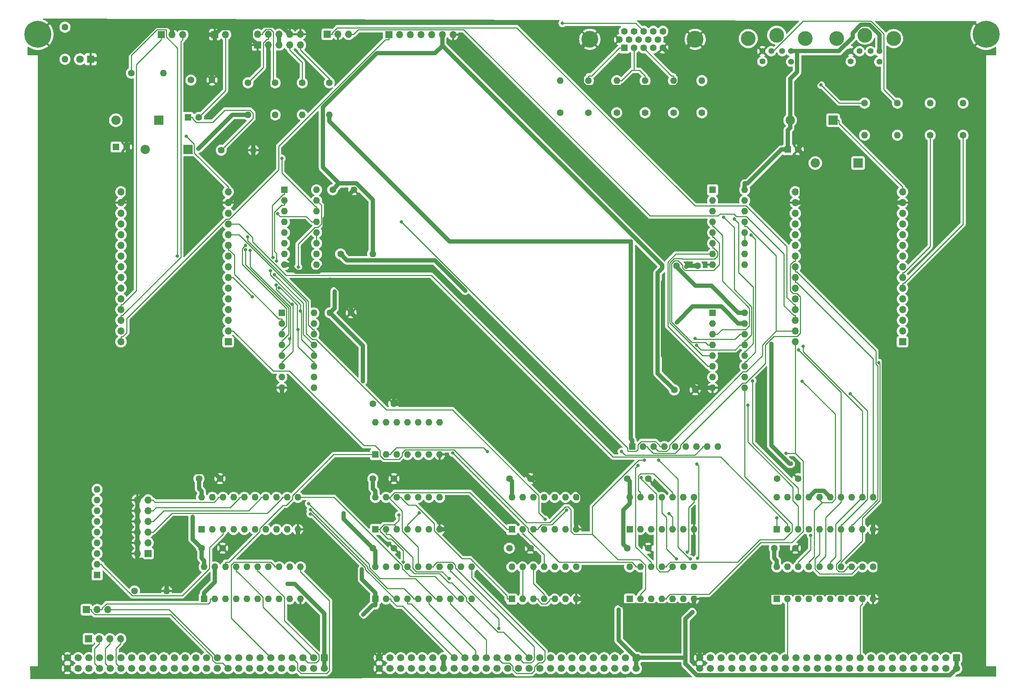
<source format=gbr>
%TF.GenerationSoftware,KiCad,Pcbnew,(6.0.11)*%
%TF.CreationDate,2023-08-28T11:54:35-05:00*%
%TF.ProjectId,input-output.DualESP32,696e7075-742d-46f7-9574-7075742e4475,V1.1*%
%TF.SameCoordinates,Original*%
%TF.FileFunction,Copper,L2,Bot*%
%TF.FilePolarity,Positive*%
%FSLAX46Y46*%
G04 Gerber Fmt 4.6, Leading zero omitted, Abs format (unit mm)*
G04 Created by KiCad (PCBNEW (6.0.11)) date 2023-08-28 11:54:35*
%MOMM*%
%LPD*%
G01*
G04 APERTURE LIST*
G04 Aperture macros list*
%AMRoundRect*
0 Rectangle with rounded corners*
0 $1 Rounding radius*
0 $2 $3 $4 $5 $6 $7 $8 $9 X,Y pos of 4 corners*
0 Add a 4 corners polygon primitive as box body*
4,1,4,$2,$3,$4,$5,$6,$7,$8,$9,$2,$3,0*
0 Add four circle primitives for the rounded corners*
1,1,$1+$1,$2,$3*
1,1,$1+$1,$4,$5*
1,1,$1+$1,$6,$7*
1,1,$1+$1,$8,$9*
0 Add four rect primitives between the rounded corners*
20,1,$1+$1,$2,$3,$4,$5,0*
20,1,$1+$1,$4,$5,$6,$7,0*
20,1,$1+$1,$6,$7,$8,$9,0*
20,1,$1+$1,$8,$9,$2,$3,0*%
G04 Aperture macros list end*
%TA.AperFunction,ComponentPad*%
%ADD10C,1.600000*%
%TD*%
%TA.AperFunction,ComponentPad*%
%ADD11R,1.600000X1.600000*%
%TD*%
%TA.AperFunction,ComponentPad*%
%ADD12O,1.600000X1.600000*%
%TD*%
%TA.AperFunction,ComponentPad*%
%ADD13RoundRect,0.250000X-0.600000X0.600000X-0.600000X-0.600000X0.600000X-0.600000X0.600000X0.600000X0*%
%TD*%
%TA.AperFunction,ComponentPad*%
%ADD14C,1.700000*%
%TD*%
%TA.AperFunction,ComponentPad*%
%ADD15C,6.400000*%
%TD*%
%TA.AperFunction,ComponentPad*%
%ADD16R,1.800000X1.800000*%
%TD*%
%TA.AperFunction,ComponentPad*%
%ADD17C,1.800000*%
%TD*%
%TA.AperFunction,ComponentPad*%
%ADD18R,1.700000X1.700000*%
%TD*%
%TA.AperFunction,ComponentPad*%
%ADD19O,1.700000X1.700000*%
%TD*%
%TA.AperFunction,ComponentPad*%
%ADD20R,2.200000X2.200000*%
%TD*%
%TA.AperFunction,ComponentPad*%
%ADD21O,2.200000X2.200000*%
%TD*%
%TA.AperFunction,ComponentPad*%
%ADD22C,1.422400*%
%TD*%
%TA.AperFunction,ComponentPad*%
%ADD23C,3.497580*%
%TD*%
%TA.AperFunction,ComponentPad*%
%ADD24C,4.000000*%
%TD*%
%TA.AperFunction,ViaPad*%
%ADD25C,0.800000*%
%TD*%
%TA.AperFunction,Conductor*%
%ADD26C,0.250000*%
%TD*%
%TA.AperFunction,Conductor*%
%ADD27C,1.000000*%
%TD*%
G04 APERTURE END LIST*
D10*
%TO.P,C19,1*%
%TO.N,VCC*%
X119455000Y-162690000D03*
%TO.P,C19,2*%
%TO.N,GND*%
X124455000Y-162690000D03*
%TD*%
D11*
%TO.P,U17,1*%
%TO.N,~{RESET}*%
X120090000Y-174755000D03*
D12*
%TO.P,U17,2*%
%TO.N,~{ESP_RESET}*%
X122630000Y-174755000D03*
%TO.P,U17,3*%
%TO.N,unconnected-(U17-Pad3)*%
X125170000Y-174755000D03*
%TO.P,U17,4*%
%TO.N,unconnected-(U17-Pad4)*%
X127710000Y-174755000D03*
%TO.P,U17,5*%
%TO.N,unconnected-(U17-Pad5)*%
X130250000Y-174755000D03*
%TO.P,U17,6*%
%TO.N,unconnected-(U17-Pad6)*%
X132790000Y-174755000D03*
%TO.P,U17,7,GND*%
%TO.N,GND*%
X135330000Y-174755000D03*
%TO.P,U17,8*%
%TO.N,unconnected-(U17-Pad8)*%
X135330000Y-167135000D03*
%TO.P,U17,9*%
%TO.N,unconnected-(U17-Pad9)*%
X132790000Y-167135000D03*
%TO.P,U17,10*%
%TO.N,unconnected-(U17-Pad10)*%
X130250000Y-167135000D03*
%TO.P,U17,11*%
%TO.N,unconnected-(U17-Pad11)*%
X127710000Y-167135000D03*
%TO.P,U17,12*%
%TO.N,unconnected-(U17-Pad12)*%
X125170000Y-167135000D03*
%TO.P,U17,13*%
%TO.N,unconnected-(U17-Pad13)*%
X122630000Y-167135000D03*
%TO.P,U17,14,VCC*%
%TO.N,VCC*%
X120090000Y-167135000D03*
%TD*%
D11*
%TO.P,RN1,1,common*%
%TO.N,+3.3V*%
X181045000Y-172850000D03*
D12*
%TO.P,RN1,2,R1*%
%TO.N,ESP1_IN*%
X183585000Y-172850000D03*
%TO.P,RN1,3,R2*%
%TO.N,~{ESP1_RD}*%
X186125000Y-172850000D03*
%TO.P,RN1,4,R3*%
%TO.N,~{ESP0_RD}*%
X188665000Y-172850000D03*
%TO.P,RN1,5,R4*%
%TO.N,~{ESP1_WR}*%
X191205000Y-172850000D03*
%TO.P,RN1,6,R5*%
%TO.N,~{ESP0_WR}*%
X193745000Y-172850000D03*
%TO.P,RN1,7,R6*%
%TO.N,ESP0_IN*%
X196285000Y-172850000D03*
%TO.P,RN1,8,R7*%
%TO.N,~{ESP_RESET}*%
X198825000Y-172850000D03*
%TO.P,RN1,9,R8*%
%TO.N,unconnected-(RN1-Pad9)*%
X201365000Y-172850000D03*
%TD*%
D13*
%TO.P,P1,1,Pin_1*%
%TO.N,VCC*%
X108000000Y-223000000D03*
D14*
%TO.P,P1,2,Pin_2*%
X108000000Y-225540000D03*
%TO.P,P1,3,Pin_3*%
%TO.N,~{RD}*%
X105460000Y-223000000D03*
%TO.P,P1,4,Pin_4*%
%TO.N,/bus/E*%
X105460000Y-225540000D03*
%TO.P,P1,5,Pin_5*%
%TO.N,~{WR}*%
X102920000Y-223000000D03*
%TO.P,P1,6,Pin_6*%
%TO.N,/bus/ST*%
X102920000Y-225540000D03*
%TO.P,P1,7,Pin_7*%
%TO.N,~{IORQ}*%
X100380000Y-223000000D03*
%TO.P,P1,8,Pin_8*%
%TO.N,/bus/PHI*%
X100380000Y-225540000D03*
%TO.P,P1,9,Pin_9*%
%TO.N,/bus/~{MREQ}*%
X97840000Y-223000000D03*
%TO.P,P1,10,Pin_10*%
%TO.N,/bus/~{INT2}*%
X97840000Y-225540000D03*
%TO.P,P1,11,Pin_11*%
%TO.N,~{M1}*%
X95300000Y-223000000D03*
%TO.P,P1,12,Pin_12*%
%TO.N,/bus/~{INT1}*%
X95300000Y-225540000D03*
%TO.P,P1,13,Pin_13*%
%TO.N,/bus/~{BUSACK}*%
X92760000Y-223000000D03*
%TO.P,P1,14,Pin_14*%
%TO.N,/bus/CRUCLK*%
X92760000Y-225540000D03*
%TO.P,P1,15,Pin_15*%
%TO.N,/bus/CLK*%
X90220000Y-223000000D03*
%TO.P,P1,16,Pin_16*%
%TO.N,/bus/CRUOUT*%
X90220000Y-225540000D03*
%TO.P,P1,17,Pin_17*%
%TO.N,/bus/~{INT0}*%
X87680000Y-223000000D03*
%TO.P,P1,18,Pin_18*%
%TO.N,/bus/CRUIN*%
X87680000Y-225540000D03*
%TO.P,P1,19,Pin_19*%
%TO.N,/bus/~{NMI}*%
X85140000Y-223000000D03*
%TO.P,P1,20,Pin_20*%
%TO.N,~{RES_IN}*%
X85140000Y-225540000D03*
%TO.P,P1,21,Pin_21*%
%TO.N,~{RES_OUT}*%
X82600000Y-223000000D03*
%TO.P,P1,22,Pin_22*%
%TO.N,/bus/USER8*%
X82600000Y-225540000D03*
%TO.P,P1,23,Pin_23*%
%TO.N,/bus/~{BUSRQ}*%
X80060000Y-223000000D03*
%TO.P,P1,24,Pin_24*%
%TO.N,/bus/USER7*%
X80060000Y-225540000D03*
%TO.P,P1,25,Pin_25*%
%TO.N,/bus/~{WAIT}*%
X77520000Y-223000000D03*
%TO.P,P1,26,Pin_26*%
%TO.N,/bus/USER6*%
X77520000Y-225540000D03*
%TO.P,P1,27,Pin_27*%
%TO.N,/bus/~{HALT}*%
X74980000Y-223000000D03*
%TO.P,P1,28,Pin_28*%
%TO.N,/bus/USER5*%
X74980000Y-225540000D03*
%TO.P,P1,29,Pin_29*%
%TO.N,/bus/~{RFSH}*%
X72440000Y-223000000D03*
%TO.P,P1,30,Pin_30*%
%TO.N,/bus/USER4*%
X72440000Y-225540000D03*
%TO.P,P1,31,Pin_31*%
%TO.N,/bus/~{EIRQ7}*%
X69900000Y-223000000D03*
%TO.P,P1,32,Pin_32*%
%TO.N,/bus/USER3*%
X69900000Y-225540000D03*
%TO.P,P1,33,Pin_33*%
%TO.N,/bus/~{EIRQ6}*%
X67360000Y-223000000D03*
%TO.P,P1,34,Pin_34*%
%TO.N,/bus/USER2*%
X67360000Y-225540000D03*
%TO.P,P1,35,Pin_35*%
%TO.N,/bus/~{EIRQ5}*%
X64820000Y-223000000D03*
%TO.P,P1,36,Pin_36*%
%TO.N,/bus/USER1*%
X64820000Y-225540000D03*
%TO.P,P1,37,Pin_37*%
%TO.N,/bus/~{EIRQ4}*%
X62280000Y-223000000D03*
%TO.P,P1,38,Pin_38*%
%TO.N,/bus/USER0*%
X62280000Y-225540000D03*
%TO.P,P1,39,Pin_39*%
%TO.N,/bus/~{EIRQ3}*%
X59740000Y-223000000D03*
%TO.P,P1,40,Pin_40*%
%TO.N,~{BAI}*%
X59740000Y-225540000D03*
%TO.P,P1,41,Pin_41*%
%TO.N,/bus/~{EIRQ2}*%
X57200000Y-223000000D03*
%TO.P,P1,42,Pin_42*%
%TO.N,~{BAO}*%
X57200000Y-225540000D03*
%TO.P,P1,43,Pin_43*%
%TO.N,/bus/~{EIRQ1}*%
X54660000Y-223000000D03*
%TO.P,P1,44,Pin_44*%
%TO.N,~{IEI}*%
X54660000Y-225540000D03*
%TO.P,P1,45,Pin_45*%
%TO.N,/bus/~{EIRQ0}*%
X52120000Y-223000000D03*
%TO.P,P1,46,Pin_46*%
%TO.N,~{IEO}*%
X52120000Y-225540000D03*
%TO.P,P1,47,Pin_47*%
%TO.N,/bus/I2C_SCL*%
X49580000Y-223000000D03*
%TO.P,P1,48,Pin_48*%
%TO.N,/bus/I2C_SDA*%
X49580000Y-225540000D03*
%TO.P,P1,49,Pin_49*%
%TO.N,GND*%
X47040000Y-223000000D03*
%TO.P,P1,50,Pin_50*%
X47040000Y-225540000D03*
%TD*%
D13*
%TO.P,P2,1,Pin_1*%
%TO.N,VCC*%
X182000000Y-223000000D03*
D14*
%TO.P,P2,2,Pin_2*%
X182000000Y-225540000D03*
%TO.P,P2,3,Pin_3*%
%TO.N,/bus/A15*%
X179460000Y-223000000D03*
%TO.P,P2,4,Pin_4*%
%TO.N,/bus/A31*%
X179460000Y-225540000D03*
%TO.P,P2,5,Pin_5*%
%TO.N,/bus/A14*%
X176920000Y-223000000D03*
%TO.P,P2,6,Pin_6*%
%TO.N,/bus/A30*%
X176920000Y-225540000D03*
%TO.P,P2,7,Pin_7*%
%TO.N,/bus/A13*%
X174380000Y-223000000D03*
%TO.P,P2,8,Pin_8*%
%TO.N,/bus/A29*%
X174380000Y-225540000D03*
%TO.P,P2,9,Pin_9*%
%TO.N,/bus/A12*%
X171840000Y-223000000D03*
%TO.P,P2,10,Pin_10*%
%TO.N,/bus/A28*%
X171840000Y-225540000D03*
%TO.P,P2,11,Pin_11*%
%TO.N,/bus/A11*%
X169300000Y-223000000D03*
%TO.P,P2,12,Pin_12*%
%TO.N,/bus/A27*%
X169300000Y-225540000D03*
%TO.P,P2,13,Pin_13*%
%TO.N,/bus/A10*%
X166760000Y-223000000D03*
%TO.P,P2,14,Pin_14*%
%TO.N,/bus/A26*%
X166760000Y-225540000D03*
%TO.P,P2,15,Pin_15*%
%TO.N,/bus/A9*%
X164220000Y-223000000D03*
%TO.P,P2,16,Pin_16*%
%TO.N,/bus/A25*%
X164220000Y-225540000D03*
%TO.P,P2,17,Pin_17*%
%TO.N,/bus/A8*%
X161680000Y-223000000D03*
%TO.P,P2,18,Pin_18*%
%TO.N,/bus/A24*%
X161680000Y-225540000D03*
%TO.P,P2,19,Pin_19*%
%TO.N,+12V*%
X159140000Y-223000000D03*
%TO.P,P2,20,Pin_20*%
X159140000Y-225540000D03*
%TO.P,P2,21,Pin_21*%
%TO.N,A7*%
X156600000Y-223000000D03*
%TO.P,P2,22,Pin_22*%
%TO.N,/bus/A23*%
X156600000Y-225540000D03*
%TO.P,P2,23,Pin_23*%
%TO.N,A6*%
X154060000Y-223000000D03*
%TO.P,P2,24,Pin_24*%
%TO.N,/bus/A22*%
X154060000Y-225540000D03*
%TO.P,P2,25,Pin_25*%
%TO.N,A5*%
X151520000Y-223000000D03*
%TO.P,P2,26,Pin_26*%
%TO.N,/bus/A21*%
X151520000Y-225540000D03*
%TO.P,P2,27,Pin_27*%
%TO.N,A4*%
X148980000Y-223000000D03*
%TO.P,P2,28,Pin_28*%
%TO.N,/bus/A20*%
X148980000Y-225540000D03*
%TO.P,P2,29,Pin_29*%
%TO.N,A3*%
X146440000Y-223000000D03*
%TO.P,P2,30,Pin_30*%
%TO.N,/bus/A19*%
X146440000Y-225540000D03*
%TO.P,P2,31,Pin_31*%
%TO.N,A2*%
X143900000Y-223000000D03*
%TO.P,P2,32,Pin_32*%
%TO.N,/bus/A18*%
X143900000Y-225540000D03*
%TO.P,P2,33,Pin_33*%
%TO.N,A1*%
X141360000Y-223000000D03*
%TO.P,P2,34,Pin_34*%
%TO.N,/bus/A17*%
X141360000Y-225540000D03*
%TO.P,P2,35,Pin_35*%
%TO.N,A0*%
X138820000Y-223000000D03*
%TO.P,P2,36,Pin_36*%
%TO.N,/bus/A16*%
X138820000Y-225540000D03*
%TO.P,P2,37,Pin_37*%
%TO.N,-12V*%
X136280000Y-223000000D03*
%TO.P,P2,38,Pin_38*%
X136280000Y-225540000D03*
%TO.P,P2,39,Pin_39*%
%TO.N,/bus/IC3*%
X133740000Y-223000000D03*
%TO.P,P2,40,Pin_40*%
%TO.N,/bus/~{TEND1}*%
X133740000Y-225540000D03*
%TO.P,P2,41,Pin_41*%
%TO.N,/bus/IC2*%
X131200000Y-223000000D03*
%TO.P,P2,42,Pin_42*%
%TO.N,/bus/~{DREQ1}*%
X131200000Y-225540000D03*
%TO.P,P2,43,Pin_43*%
%TO.N,/bus/IC1*%
X128660000Y-223000000D03*
%TO.P,P2,44,Pin_44*%
%TO.N,/bus/~{TEND0}*%
X128660000Y-225540000D03*
%TO.P,P2,45,Pin_45*%
%TO.N,/bus/IC0*%
X126120000Y-223000000D03*
%TO.P,P2,46,Pin_46*%
%TO.N,/bus/~{DREQ0}*%
X126120000Y-225540000D03*
%TO.P,P2,47,Pin_47*%
%TO.N,/bus/AUXCLK1*%
X123580000Y-223000000D03*
%TO.P,P2,48,Pin_48*%
%TO.N,/bus/AUXCLK0*%
X123580000Y-225540000D03*
%TO.P,P2,49,Pin_49*%
%TO.N,GND*%
X121040000Y-223000000D03*
%TO.P,P2,50,Pin_50*%
X121040000Y-225540000D03*
%TD*%
D15*
%TO.P,H1,1,1*%
%TO.N,GND*%
X40000000Y-75000000D03*
%TD*%
%TO.P,H2,1,1*%
%TO.N,GND*%
X265000000Y-75000000D03*
%TD*%
D13*
%TO.P,P3,1,Pin_1*%
%TO.N,VCC*%
X258000000Y-223000000D03*
D14*
%TO.P,P3,2,Pin_2*%
X258000000Y-225540000D03*
%TO.P,P3,3,Pin_3*%
%TO.N,/bus/D15*%
X255460000Y-223000000D03*
%TO.P,P3,4,Pin_4*%
%TO.N,/bus/D31*%
X255460000Y-225540000D03*
%TO.P,P3,5,Pin_5*%
%TO.N,/bus/D14*%
X252920000Y-223000000D03*
%TO.P,P3,6,Pin_6*%
%TO.N,/bus/D30*%
X252920000Y-225540000D03*
%TO.P,P3,7,Pin_7*%
%TO.N,/bus/D13*%
X250380000Y-223000000D03*
%TO.P,P3,8,Pin_8*%
%TO.N,/bus/D29*%
X250380000Y-225540000D03*
%TO.P,P3,9,Pin_9*%
%TO.N,/bus/D12*%
X247840000Y-223000000D03*
%TO.P,P3,10,Pin_10*%
%TO.N,/bus/D28*%
X247840000Y-225540000D03*
%TO.P,P3,11,Pin_11*%
%TO.N,/bus/D11*%
X245300000Y-223000000D03*
%TO.P,P3,12,Pin_12*%
%TO.N,/bus/D27*%
X245300000Y-225540000D03*
%TO.P,P3,13,Pin_13*%
%TO.N,/bus/D10*%
X242760000Y-223000000D03*
%TO.P,P3,14,Pin_14*%
%TO.N,/bus/D26*%
X242760000Y-225540000D03*
%TO.P,P3,15,Pin_15*%
%TO.N,/bus/D9*%
X240220000Y-223000000D03*
%TO.P,P3,16,Pin_16*%
%TO.N,/bus/D25*%
X240220000Y-225540000D03*
%TO.P,P3,17,Pin_17*%
%TO.N,/bus/D8*%
X237680000Y-223000000D03*
%TO.P,P3,18,Pin_18*%
%TO.N,/bus/D24*%
X237680000Y-225540000D03*
%TO.P,P3,19,Pin_19*%
%TO.N,D7*%
X235140000Y-223000000D03*
%TO.P,P3,20,Pin_20*%
%TO.N,/bus/D23*%
X235140000Y-225540000D03*
%TO.P,P3,21,Pin_21*%
%TO.N,D6*%
X232600000Y-223000000D03*
%TO.P,P3,22,Pin_22*%
%TO.N,/bus/D22*%
X232600000Y-225540000D03*
%TO.P,P3,23,Pin_23*%
%TO.N,D5*%
X230060000Y-223000000D03*
%TO.P,P3,24,Pin_24*%
%TO.N,/bus/D21*%
X230060000Y-225540000D03*
%TO.P,P3,25,Pin_25*%
%TO.N,D4*%
X227520000Y-223000000D03*
%TO.P,P3,26,Pin_26*%
%TO.N,/bus/D20*%
X227520000Y-225540000D03*
%TO.P,P3,27,Pin_27*%
%TO.N,D3*%
X224980000Y-223000000D03*
%TO.P,P3,28,Pin_28*%
%TO.N,/bus/D19*%
X224980000Y-225540000D03*
%TO.P,P3,29,Pin_29*%
%TO.N,D2*%
X222440000Y-223000000D03*
%TO.P,P3,30,Pin_30*%
%TO.N,/bus/D18*%
X222440000Y-225540000D03*
%TO.P,P3,31,Pin_31*%
%TO.N,D1*%
X219900000Y-223000000D03*
%TO.P,P3,32,Pin_32*%
%TO.N,/bus/D17*%
X219900000Y-225540000D03*
%TO.P,P3,33,Pin_33*%
%TO.N,D0*%
X217360000Y-223000000D03*
%TO.P,P3,34,Pin_34*%
%TO.N,/bus/D16*%
X217360000Y-225540000D03*
%TO.P,P3,35,Pin_35*%
%TO.N,/bus/~{BUSERR}*%
X214820000Y-223000000D03*
%TO.P,P3,36,Pin_36*%
%TO.N,/bus/UDS*%
X214820000Y-225540000D03*
%TO.P,P3,37,Pin_37*%
%TO.N,/bus/~{VPA}*%
X212280000Y-223000000D03*
%TO.P,P3,38,Pin_38*%
%TO.N,/bus/LDS*%
X212280000Y-225540000D03*
%TO.P,P3,39,Pin_39*%
%TO.N,/bus/~{VMA}*%
X209740000Y-223000000D03*
%TO.P,P3,40,Pin_40*%
%TO.N,/bus/S2*%
X209740000Y-225540000D03*
%TO.P,P3,41,Pin_41*%
%TO.N,/bus/~{BHE}*%
X207200000Y-223000000D03*
%TO.P,P3,42,Pin_42*%
%TO.N,/bus/S1*%
X207200000Y-225540000D03*
%TO.P,P3,43,Pin_43*%
%TO.N,/bus/IPL2*%
X204660000Y-223000000D03*
%TO.P,P3,44,Pin_44*%
%TO.N,/bus/S0*%
X204660000Y-225540000D03*
%TO.P,P3,45,Pin_45*%
%TO.N,/bus/IPL1*%
X202120000Y-223000000D03*
%TO.P,P3,46,Pin_46*%
%TO.N,/bus/AUXCLK3*%
X202120000Y-225540000D03*
%TO.P,P3,47,Pin_47*%
%TO.N,/bus/IPL0*%
X199580000Y-223000000D03*
%TO.P,P3,48,Pin_48*%
%TO.N,/bus/AUXCLK2*%
X199580000Y-225540000D03*
%TO.P,P3,49,Pin_49*%
%TO.N,GND*%
X197040000Y-223000000D03*
%TO.P,P3,50,Pin_50*%
X197040000Y-225540000D03*
%TD*%
D16*
%TO.P,D1,1,K*%
%TO.N,GND*%
X52526000Y-80902000D03*
D17*
%TO.P,D1,2,A*%
%TO.N,Net-(D1-Pad2)*%
X49986000Y-80902000D03*
%TD*%
D10*
%TO.P,R1,1*%
%TO.N,VCC*%
X46430000Y-73282000D03*
D12*
%TO.P,R1,2*%
%TO.N,Net-(D1-Pad2)*%
X46430000Y-80902000D03*
%TD*%
D18*
%TO.P,P4,1,Pin_1*%
%TO.N,~{IEO}*%
X52000000Y-218500000D03*
D19*
%TO.P,P4,2,Pin_2*%
%TO.N,~{IEI}*%
X54540000Y-218500000D03*
%TO.P,P4,3,Pin_3*%
%TO.N,~{BAO}*%
X57080000Y-218500000D03*
%TO.P,P4,4,Pin_4*%
%TO.N,~{BAI}*%
X59620000Y-218500000D03*
%TD*%
D11*
%TO.P,U9,1,~{PL}*%
%TO.N,~{ESP0_WR}*%
X97875000Y-141115000D03*
D12*
%TO.P,U9,2,CP*%
%TO.N,ESP0_INCLK*%
X97875000Y-143655000D03*
%TO.P,U9,3,D4*%
%TO.N,bD4*%
X97875000Y-146195000D03*
%TO.P,U9,4,D5*%
%TO.N,bD5*%
X97875000Y-148735000D03*
%TO.P,U9,5,D6*%
%TO.N,bD6*%
X97875000Y-151275000D03*
%TO.P,U9,6,D7*%
%TO.N,bD7*%
X97875000Y-153815000D03*
%TO.P,U9,7,~{Q7}*%
%TO.N,unconnected-(U9-Pad7)*%
X97875000Y-156355000D03*
%TO.P,U9,8,GND*%
%TO.N,GND*%
X97875000Y-158895000D03*
%TO.P,U9,9,Q7*%
%TO.N,Net-(U3-Pad13)*%
X105495000Y-158895000D03*
%TO.P,U9,10,DS*%
%TO.N,unconnected-(U9-Pad10)*%
X105495000Y-156355000D03*
%TO.P,U9,11,D0*%
%TO.N,bD0*%
X105495000Y-153815000D03*
%TO.P,U9,12,D1*%
%TO.N,bD1*%
X105495000Y-151275000D03*
%TO.P,U9,13,D2*%
%TO.N,bD2*%
X105495000Y-148735000D03*
%TO.P,U9,14,D3*%
%TO.N,bD3*%
X105495000Y-146195000D03*
%TO.P,U9,15,~{CE}*%
%TO.N,ZERO*%
X105495000Y-143655000D03*
%TO.P,U9,16,VCC*%
%TO.N,VCC*%
X105495000Y-141115000D03*
%TD*%
D11*
%TO.P,RN2,1,common*%
%TO.N,VCC*%
X54050000Y-203330000D03*
D12*
%TO.P,RN2,2,R1*%
%TO.N,Net-(RN2-Pad2)*%
X54050000Y-200790000D03*
%TO.P,RN2,3,R2*%
%TO.N,Net-(RN2-Pad3)*%
X54050000Y-198250000D03*
%TO.P,RN2,4,R3*%
%TO.N,Net-(J7-Pad1)*%
X54050000Y-195710000D03*
%TO.P,RN2,5,R4*%
%TO.N,Net-(J7-Pad3)*%
X54050000Y-193170000D03*
%TO.P,RN2,6,R5*%
%TO.N,Net-(J7-Pad5)*%
X54050000Y-190630000D03*
%TO.P,RN2,7,R6*%
%TO.N,Net-(J7-Pad7)*%
X54050000Y-188090000D03*
%TO.P,RN2,8,R7*%
%TO.N,Net-(J7-Pad9)*%
X54050000Y-185550000D03*
%TO.P,RN2,9,R8*%
%TO.N,Net-(J7-Pad11)*%
X54050000Y-183010000D03*
%TD*%
D10*
%TO.P,R9,1*%
%TO.N,Net-(J1-Pad2)*%
X96298700Y-86490000D03*
D12*
%TO.P,R9,2*%
%TO.N,+3.3V*%
X96298700Y-94110000D03*
%TD*%
D10*
%TO.P,C18,1*%
%TO.N,VCC*%
X190996000Y-159388000D03*
%TO.P,C18,2*%
%TO.N,GND*%
X195996000Y-159388000D03*
%TD*%
%TO.P,C17,1*%
%TO.N,VCC*%
X191504000Y-129924000D03*
%TO.P,C17,2*%
%TO.N,GND*%
X196504000Y-129924000D03*
%TD*%
D18*
%TO.P,J4,1,Pin_1*%
%TO.N,RX*%
X69305000Y-75060000D03*
D19*
%TO.P,J4,2,Pin_2*%
%TO.N,GND*%
X71845000Y-75060000D03*
%TO.P,J4,3,Pin_3*%
%TO.N,TX*%
X74385000Y-75060000D03*
%TD*%
D10*
%TO.P,R10,1*%
%TO.N,Net-(J1-Pad2)*%
X236168000Y-91316000D03*
D12*
%TO.P,R10,2*%
%TO.N,KBDCLK*%
X236168000Y-98936000D03*
%TD*%
D10*
%TO.P,C5,1*%
%TO.N,VCC*%
X151880000Y-180470000D03*
%TO.P,C5,2*%
%TO.N,GND*%
X156880000Y-180470000D03*
%TD*%
%TO.P,R8,1*%
%TO.N,Net-(J1-Pad4)*%
X89864000Y-86490000D03*
D12*
%TO.P,R8,2*%
%TO.N,+3.3V*%
X89864000Y-94110000D03*
%TD*%
D10*
%TO.P,R6,1*%
%TO.N,Net-(J1-Pad7)*%
X102733300Y-86490000D03*
D12*
%TO.P,R6,2*%
%TO.N,+3.3V*%
X102733300Y-94110000D03*
%TD*%
D10*
%TO.P,R3,1*%
%TO.N,MSEDAT*%
X259536000Y-98936000D03*
D12*
%TO.P,R3,2*%
%TO.N,Net-(J1-Pad7)*%
X259536000Y-91316000D03*
%TD*%
D11*
%TO.P,U13,1,OEa*%
%TO.N,ZERO*%
X120095000Y-209035000D03*
D12*
%TO.P,U13,2,I0a*%
%TO.N,A0*%
X122635000Y-209035000D03*
%TO.P,U13,3,O3b*%
%TO.N,bA7*%
X125175000Y-209035000D03*
%TO.P,U13,4,I1a*%
%TO.N,A1*%
X127715000Y-209035000D03*
%TO.P,U13,5,O2b*%
%TO.N,bA6*%
X130255000Y-209035000D03*
%TO.P,U13,6,I2a*%
%TO.N,A2*%
X132795000Y-209035000D03*
%TO.P,U13,7,O1b*%
%TO.N,bA5*%
X135335000Y-209035000D03*
%TO.P,U13,8,I3a*%
%TO.N,A3*%
X137875000Y-209035000D03*
%TO.P,U13,9,O0b*%
%TO.N,bA4*%
X140415000Y-209035000D03*
%TO.P,U13,10,GND*%
%TO.N,GND*%
X142955000Y-209035000D03*
%TO.P,U13,11,I0b*%
%TO.N,A4*%
X142955000Y-201415000D03*
%TO.P,U13,12,O3a*%
%TO.N,bA3*%
X140415000Y-201415000D03*
%TO.P,U13,13,I1b*%
%TO.N,A5*%
X137875000Y-201415000D03*
%TO.P,U13,14,O2a*%
%TO.N,bA2*%
X135335000Y-201415000D03*
%TO.P,U13,15,I2b*%
%TO.N,A6*%
X132795000Y-201415000D03*
%TO.P,U13,16,O1a*%
%TO.N,bA1*%
X130255000Y-201415000D03*
%TO.P,U13,17,I3b*%
%TO.N,A7*%
X127715000Y-201415000D03*
%TO.P,U13,18,O0a*%
%TO.N,bA0*%
X125175000Y-201415000D03*
%TO.P,U13,19,OEb*%
%TO.N,ZERO*%
X122635000Y-201415000D03*
%TO.P,U13,20,VCC*%
%TO.N,VCC*%
X120095000Y-201415000D03*
%TD*%
D10*
%TO.P,C2,1*%
%TO.N,VCC*%
X78855000Y-196980000D03*
%TO.P,C2,2*%
%TO.N,GND*%
X83855000Y-196980000D03*
%TD*%
D18*
%TO.P,J3,1,Pin_1*%
%TO.N,RX1*%
X108675000Y-74990000D03*
D19*
%TO.P,J3,2,Pin_2*%
%TO.N,GND*%
X111215000Y-74990000D03*
%TO.P,J3,3,Pin_3*%
%TO.N,TX1*%
X113755000Y-74990000D03*
%TD*%
D10*
%TO.P,C6,1*%
%TO.N,VCC*%
X151880000Y-196980000D03*
%TO.P,C6,2*%
%TO.N,GND*%
X156880000Y-196980000D03*
%TD*%
D11*
%TO.P,U5,1*%
%TO.N,Net-(U1-Pad2)*%
X180415000Y-192535000D03*
D12*
%TO.P,U5,2*%
%TO.N,~{ESP_WR}*%
X182955000Y-192535000D03*
%TO.P,U5,3*%
%TO.N,Net-(U3-Pad3)*%
X185495000Y-192535000D03*
%TO.P,U5,4*%
%TO.N,~{ESP_WR}*%
X188035000Y-192535000D03*
%TO.P,U5,5*%
%TO.N,bA0*%
X190575000Y-192535000D03*
%TO.P,U5,6*%
%TO.N,Net-(U3-Pad1)*%
X193115000Y-192535000D03*
%TO.P,U5,7,GND*%
%TO.N,GND*%
X195655000Y-192535000D03*
%TO.P,U5,8*%
%TO.N,Net-(U3-Pad5)*%
X195655000Y-184915000D03*
%TO.P,U5,9*%
%TO.N,bA0*%
X193115000Y-184915000D03*
%TO.P,U5,10*%
%TO.N,~{ESP_RD}*%
X190575000Y-184915000D03*
%TO.P,U5,11*%
%TO.N,Net-(U3-Pad9)*%
X188035000Y-184915000D03*
%TO.P,U5,12*%
%TO.N,Net-(U1-Pad4)*%
X185495000Y-184915000D03*
%TO.P,U5,13*%
%TO.N,~{ESP_RD}*%
X182955000Y-184915000D03*
%TO.P,U5,14,VCC*%
%TO.N,VCC*%
X180415000Y-184915000D03*
%TD*%
D18*
%TO.P,J6,1,Pin_1*%
%TO.N,~{RES_IN}*%
X51525000Y-211585000D03*
D19*
%TO.P,J6,2,Pin_2*%
%TO.N,Net-(J6-Pad2)*%
X54065000Y-211585000D03*
%TO.P,J6,3,Pin_3*%
%TO.N,~{RES_OUT}*%
X56605000Y-211585000D03*
%TD*%
D11*
%TO.P,C16,1*%
%TO.N,Net-(C15-Pad1)*%
X75640000Y-94745000D03*
D10*
%TO.P,C16,2*%
%TO.N,Net-(C16-Pad2)*%
X78140000Y-94745000D03*
%TD*%
%TO.P,R13,1*%
%TO.N,VGA_R0*%
X170636000Y-93602000D03*
D12*
%TO.P,R13,2*%
%TO.N,Net-(J10-Pad3)*%
X170636000Y-85982000D03*
%TD*%
D10*
%TO.P,C1,1*%
%TO.N,VCC*%
X78220000Y-180470000D03*
%TO.P,C1,2*%
%TO.N,GND*%
X83220000Y-180470000D03*
%TD*%
D20*
%TO.P,D5,1,K*%
%TO.N,+3.3V*%
X234644000Y-105540000D03*
D21*
%TO.P,D5,2,A*%
%TO.N,Net-(D5-Pad2)*%
X224484000Y-105540000D03*
%TD*%
D10*
%TO.P,R4,1*%
%TO.N,MSECLK*%
X251746700Y-98936000D03*
D12*
%TO.P,R4,2*%
%TO.N,Net-(J1-Pad9)*%
X251746700Y-91316000D03*
%TD*%
D11*
%TO.P,U6,1,QB*%
%TO.N,bD1*%
X200110000Y-111905000D03*
D12*
%TO.P,U6,2,QC*%
%TO.N,bD2*%
X200110000Y-114445000D03*
%TO.P,U6,3,QD*%
%TO.N,bD3*%
X200110000Y-116985000D03*
%TO.P,U6,4,QE*%
%TO.N,bD4*%
X200110000Y-119525000D03*
%TO.P,U6,5,QF*%
%TO.N,bD5*%
X200110000Y-122065000D03*
%TO.P,U6,6,QG*%
%TO.N,bD6*%
X200110000Y-124605000D03*
%TO.P,U6,7,QH*%
%TO.N,bD7*%
X200110000Y-127145000D03*
%TO.P,U6,8,GND*%
%TO.N,GND*%
X200110000Y-129685000D03*
%TO.P,U6,9,QH'*%
%TO.N,unconnected-(U6-Pad9)*%
X207730000Y-129685000D03*
%TO.P,U6,10,~{SRCLR}*%
%TO.N,ONE*%
X207730000Y-127145000D03*
%TO.P,U6,11,SRCLK*%
%TO.N,ESP1_OUTCLK*%
X207730000Y-124605000D03*
%TO.P,U6,12,RCLK*%
X207730000Y-122065000D03*
%TO.P,U6,13,~{OE}*%
%TO.N,~{ESP1_RD}*%
X207730000Y-119525000D03*
%TO.P,U6,14,SER*%
%TO.N,ESP1_OUT*%
X207730000Y-116985000D03*
%TO.P,U6,15,QA*%
%TO.N,bD0*%
X207730000Y-114445000D03*
%TO.P,U6,16,VCC*%
%TO.N,VCC*%
X207730000Y-111905000D03*
%TD*%
D11*
%TO.P,C13,1*%
%TO.N,VCC*%
X58559900Y-101730000D03*
D10*
%TO.P,C13,2*%
%TO.N,GND*%
X61059900Y-101730000D03*
%TD*%
%TO.P,R18,1*%
%TO.N,ONE*%
X111835000Y-127130000D03*
D12*
%TO.P,R18,2*%
%TO.N,VCC*%
X119455000Y-127130000D03*
%TD*%
D11*
%TO.P,C14,1*%
%TO.N,VCC*%
X217944900Y-102365000D03*
D10*
%TO.P,C14,2*%
%TO.N,GND*%
X220444900Y-102365000D03*
%TD*%
%TO.P,R5,1*%
%TO.N,Net-(C15-Pad1)*%
X83514000Y-102492000D03*
D12*
%TO.P,R5,2*%
%TO.N,GND*%
X91134000Y-102492000D03*
%TD*%
D10*
%TO.P,R11,1*%
%TO.N,Net-(J1-Pad4)*%
X243957300Y-91316000D03*
D12*
%TO.P,R11,2*%
%TO.N,KBDDAT*%
X243957300Y-98936000D03*
%TD*%
D20*
%TO.P,D4,1,K*%
%TO.N,+3.3V*%
X75640000Y-102365000D03*
D21*
%TO.P,D4,2,A*%
%TO.N,Net-(D4-Pad2)*%
X65480000Y-102365000D03*
%TD*%
D22*
%TO.P,J8,1*%
%TO.N,Net-(J1-Pad4)*%
X214029360Y-78996480D03*
%TO.P,J8,2*%
%TO.N,unconnected-(J8-Pad2)*%
X216625240Y-78996480D03*
%TO.P,J8,3*%
%TO.N,GND*%
X211928780Y-78996480D03*
%TO.P,J8,4*%
%TO.N,VCC*%
X218725820Y-78996480D03*
%TO.P,J8,5*%
%TO.N,Net-(J1-Pad2)*%
X211928780Y-81445040D03*
%TO.P,J8,6*%
%TO.N,unconnected-(J8-Pad6)*%
X218725820Y-81495840D03*
D23*
%TO.P,J8,SH1*%
%TO.N,N/C*%
X222126880Y-75996740D03*
%TO.P,J8,SH2*%
X215327300Y-75199180D03*
%TO.P,J8,SH3*%
X208578520Y-75996740D03*
%TD*%
D11*
%TO.P,U7,1,~{PL}*%
%TO.N,~{ESP1_WR}*%
X200110000Y-141115000D03*
D12*
%TO.P,U7,2,CP*%
%TO.N,ESP1_INCLK*%
X200110000Y-143655000D03*
%TO.P,U7,3,D4*%
%TO.N,bD4*%
X200110000Y-146195000D03*
%TO.P,U7,4,D5*%
%TO.N,bD5*%
X200110000Y-148735000D03*
%TO.P,U7,5,D6*%
%TO.N,bD6*%
X200110000Y-151275000D03*
%TO.P,U7,6,D7*%
%TO.N,bD7*%
X200110000Y-153815000D03*
%TO.P,U7,7,~{Q7}*%
%TO.N,unconnected-(U7-Pad7)*%
X200110000Y-156355000D03*
%TO.P,U7,8,GND*%
%TO.N,GND*%
X200110000Y-158895000D03*
%TO.P,U7,9,Q7*%
%TO.N,Net-(U3-Pad11)*%
X207730000Y-158895000D03*
%TO.P,U7,10,DS*%
%TO.N,unconnected-(U7-Pad10)*%
X207730000Y-156355000D03*
%TO.P,U7,11,D0*%
%TO.N,bD0*%
X207730000Y-153815000D03*
%TO.P,U7,12,D1*%
%TO.N,bD1*%
X207730000Y-151275000D03*
%TO.P,U7,13,D2*%
%TO.N,bD2*%
X207730000Y-148735000D03*
%TO.P,U7,14,D3*%
%TO.N,bD3*%
X207730000Y-146195000D03*
%TO.P,U7,15,~{CE}*%
%TO.N,ZERO*%
X207730000Y-143655000D03*
%TO.P,U7,16,VCC*%
%TO.N,VCC*%
X207730000Y-141115000D03*
%TD*%
D10*
%TO.P,C12,1*%
%TO.N,VCC*%
X109335000Y-141100000D03*
%TO.P,C12,2*%
%TO.N,GND*%
X114335000Y-141100000D03*
%TD*%
D11*
%TO.P,U1,1*%
%TO.N,bA0*%
X120085000Y-192525000D03*
D12*
%TO.P,U1,2*%
%TO.N,Net-(U1-Pad2)*%
X122625000Y-192525000D03*
%TO.P,U1,3*%
%TO.N,bA0*%
X125165000Y-192525000D03*
%TO.P,U1,4*%
%TO.N,Net-(U1-Pad4)*%
X127705000Y-192525000D03*
%TO.P,U1,5*%
%TO.N,unconnected-(U1-Pad5)*%
X130245000Y-192525000D03*
%TO.P,U1,6*%
%TO.N,unconnected-(U1-Pad6)*%
X132785000Y-192525000D03*
%TO.P,U1,7,GND*%
%TO.N,GND*%
X135325000Y-192525000D03*
%TO.P,U1,8*%
%TO.N,unconnected-(U1-Pad8)*%
X135325000Y-184905000D03*
%TO.P,U1,9*%
%TO.N,unconnected-(U1-Pad9)*%
X132785000Y-184905000D03*
%TO.P,U1,10*%
%TO.N,unconnected-(U1-Pad10)*%
X130245000Y-184905000D03*
%TO.P,U1,11*%
%TO.N,unconnected-(U1-Pad11)*%
X127705000Y-184905000D03*
%TO.P,U1,12*%
%TO.N,Net-(U1-Pad12)*%
X125165000Y-184905000D03*
%TO.P,U1,13*%
%TO.N,bA1*%
X122625000Y-184905000D03*
%TO.P,U1,14,VCC*%
%TO.N,VCC*%
X120085000Y-184905000D03*
%TD*%
D18*
%TO.P,J2,1,Pin_1*%
%TO.N,GND*%
X81990000Y-75060000D03*
D19*
%TO.P,J2,2,Pin_2*%
%TO.N,Net-(C16-Pad2)*%
X84530000Y-75060000D03*
%TD*%
D20*
%TO.P,D3,1,K*%
%TO.N,Net-(D3-Pad1)*%
X228675000Y-95380000D03*
D21*
%TO.P,D3,2,A*%
%TO.N,VCC*%
X218515000Y-95380000D03*
%TD*%
D10*
%TO.P,R2,1*%
%TO.N,AUDIO*%
X62178000Y-84204000D03*
D12*
%TO.P,R2,2*%
%TO.N,Net-(C15-Pad1)*%
X69798000Y-84204000D03*
%TD*%
D10*
%TO.P,R7,1*%
%TO.N,Net-(J1-Pad9)*%
X109168000Y-86490000D03*
D12*
%TO.P,R7,2*%
%TO.N,+3.3V*%
X109168000Y-94110000D03*
%TD*%
D10*
%TO.P,C3,1*%
%TO.N,VCC*%
X119495000Y-180470000D03*
%TO.P,C3,2*%
%TO.N,GND*%
X124495000Y-180470000D03*
%TD*%
D22*
%TO.P,J9,1*%
%TO.N,Net-(J1-Pad7)*%
X234984360Y-78996480D03*
%TO.P,J9,2*%
%TO.N,unconnected-(J9-Pad2)*%
X237580240Y-78996480D03*
%TO.P,J9,3*%
%TO.N,GND*%
X232883780Y-78996480D03*
%TO.P,J9,4*%
%TO.N,VCC*%
X239680820Y-78996480D03*
%TO.P,J9,5*%
%TO.N,Net-(J1-Pad9)*%
X232883780Y-81445040D03*
%TO.P,J9,6*%
%TO.N,unconnected-(J9-Pad6)*%
X239680820Y-81495840D03*
D23*
%TO.P,J9,SH1*%
%TO.N,N/C*%
X243081880Y-75996740D03*
%TO.P,J9,SH2*%
X236282300Y-75199180D03*
%TO.P,J9,SH3*%
X229533520Y-75996740D03*
%TD*%
D11*
%TO.P,U10,1,OEa*%
%TO.N,Net-(U10-Pad1)*%
X215345000Y-192525000D03*
D12*
%TO.P,U10,2,I0a*%
%TO.N,ESP0_RDYO*%
X217885000Y-192525000D03*
%TO.P,U10,3,O3b*%
%TO.N,bD7*%
X220425000Y-192525000D03*
%TO.P,U10,4,I1a*%
%TO.N,ESP0_BUSY*%
X222965000Y-192525000D03*
%TO.P,U10,5,O2b*%
%TO.N,bD6*%
X225505000Y-192525000D03*
%TO.P,U10,6,I2a*%
%TO.N,ESP0_SPAREO*%
X228045000Y-192525000D03*
%TO.P,U10,7,O1b*%
%TO.N,bD5*%
X230585000Y-192525000D03*
%TO.P,U10,8,I3a*%
%TO.N,ESP1_RDYO*%
X233125000Y-192525000D03*
%TO.P,U10,9,O0b*%
%TO.N,bD4*%
X235665000Y-192525000D03*
%TO.P,U10,10,GND*%
%TO.N,GND*%
X238205000Y-192525000D03*
%TO.P,U10,11,I0b*%
%TO.N,ESP1_BUSY*%
X238205000Y-184905000D03*
%TO.P,U10,12,O3a*%
%TO.N,bD3*%
X235665000Y-184905000D03*
%TO.P,U10,13,I1b*%
%TO.N,ZERO*%
X233125000Y-184905000D03*
%TO.P,U10,14,O2a*%
%TO.N,bD2*%
X230585000Y-184905000D03*
%TO.P,U10,15,I2b*%
%TO.N,ZERO*%
X228045000Y-184905000D03*
%TO.P,U10,16,O1a*%
%TO.N,bD1*%
X225505000Y-184905000D03*
%TO.P,U10,17,I3b*%
%TO.N,ZERO*%
X222965000Y-184905000D03*
%TO.P,U10,18,O0a*%
%TO.N,bD0*%
X220425000Y-184905000D03*
%TO.P,U10,19,OEb*%
%TO.N,Net-(U10-Pad1)*%
X217885000Y-184905000D03*
%TO.P,U10,20,VCC*%
%TO.N,VCC*%
X215345000Y-184905000D03*
%TD*%
D18*
%TO.P,J1,1,Pin_1*%
%TO.N,GND*%
X92155000Y-77535000D03*
D19*
%TO.P,J1,2,Pin_2*%
%TO.N,Net-(J1-Pad2)*%
X92155000Y-74995000D03*
%TO.P,J1,3,Pin_3*%
%TO.N,GND*%
X94695000Y-77535000D03*
%TO.P,J1,4,Pin_4*%
%TO.N,Net-(J1-Pad4)*%
X94695000Y-74995000D03*
%TO.P,J1,5,Pin_5*%
%TO.N,VCC*%
X97235000Y-77535000D03*
%TO.P,J1,6,Pin_6*%
X97235000Y-74995000D03*
%TO.P,J1,7,Pin_7*%
%TO.N,Net-(J1-Pad7)*%
X99775000Y-77535000D03*
%TO.P,J1,8,Pin_8*%
%TO.N,GND*%
X99775000Y-74995000D03*
%TO.P,J1,9,Pin_9*%
%TO.N,Net-(J1-Pad9)*%
X102315000Y-77535000D03*
%TO.P,J1,10,Pin_10*%
%TO.N,GND*%
X102315000Y-74995000D03*
%TD*%
D11*
%TO.P,U14,1,A->B*%
%TO.N,~{RD}*%
X215345000Y-209035000D03*
D12*
%TO.P,U14,2,A0*%
%TO.N,D0*%
X217885000Y-209035000D03*
%TO.P,U14,3,A1*%
%TO.N,D1*%
X220425000Y-209035000D03*
%TO.P,U14,4,A2*%
%TO.N,D2*%
X222965000Y-209035000D03*
%TO.P,U14,5,A3*%
%TO.N,D3*%
X225505000Y-209035000D03*
%TO.P,U14,6,A4*%
%TO.N,D4*%
X228045000Y-209035000D03*
%TO.P,U14,7,A5*%
%TO.N,D5*%
X230585000Y-209035000D03*
%TO.P,U14,8,A6*%
%TO.N,D6*%
X233125000Y-209035000D03*
%TO.P,U14,9,A7*%
%TO.N,D7*%
X235665000Y-209035000D03*
%TO.P,U14,10,GND*%
%TO.N,GND*%
X238205000Y-209035000D03*
%TO.P,U14,11,B7*%
%TO.N,bD7*%
X238205000Y-201415000D03*
%TO.P,U14,12,B6*%
%TO.N,bD6*%
X235665000Y-201415000D03*
%TO.P,U14,13,B5*%
%TO.N,bD5*%
X233125000Y-201415000D03*
%TO.P,U14,14,B4*%
%TO.N,bD4*%
X230585000Y-201415000D03*
%TO.P,U14,15,B3*%
%TO.N,bD3*%
X228045000Y-201415000D03*
%TO.P,U14,16,B2*%
%TO.N,bD2*%
X225505000Y-201415000D03*
%TO.P,U14,17,B1*%
%TO.N,bD1*%
X222965000Y-201415000D03*
%TO.P,U14,18,B0*%
%TO.N,bD0*%
X220425000Y-201415000D03*
%TO.P,U14,19,CE*%
%TO.N,~{CS_ESP}*%
X217885000Y-201415000D03*
%TO.P,U14,20,VCC*%
%TO.N,VCC*%
X215345000Y-201415000D03*
%TD*%
D10*
%TO.P,R12,1*%
%TO.N,VGA_R1*%
X163905000Y-93602000D03*
D12*
%TO.P,R12,2*%
%TO.N,Net-(J10-Pad3)*%
X163905000Y-85982000D03*
%TD*%
D10*
%TO.P,C11,1*%
%TO.N,VCC*%
X109970000Y-111890000D03*
%TO.P,C11,2*%
%TO.N,GND*%
X114970000Y-111890000D03*
%TD*%
D11*
%TO.P,U2,1*%
%TO.N,bA1*%
X152475000Y-192535000D03*
D12*
%TO.P,U2,2*%
%TO.N,Net-(U2-Pad2)*%
X155015000Y-192535000D03*
%TO.P,U2,3*%
%TO.N,~{ESP_RD}*%
X157555000Y-192535000D03*
%TO.P,U2,4*%
%TO.N,Net-(U2-Pad4)*%
X160095000Y-192535000D03*
%TO.P,U2,5*%
%TO.N,bA1*%
X162635000Y-192535000D03*
%TO.P,U2,6*%
%TO.N,~{ESP_WR}*%
X165175000Y-192535000D03*
%TO.P,U2,7,GND*%
%TO.N,GND*%
X167715000Y-192535000D03*
%TO.P,U2,8*%
%TO.N,unconnected-(U2-Pad8)*%
X167715000Y-184915000D03*
%TO.P,U2,9*%
%TO.N,unconnected-(U2-Pad9)*%
X165175000Y-184915000D03*
%TO.P,U2,10*%
%TO.N,unconnected-(U2-Pad10)*%
X162635000Y-184915000D03*
%TO.P,U2,11*%
%TO.N,unconnected-(U2-Pad11)*%
X160095000Y-184915000D03*
%TO.P,U2,12*%
%TO.N,unconnected-(U2-Pad12)*%
X157555000Y-184915000D03*
%TO.P,U2,13*%
%TO.N,unconnected-(U2-Pad13)*%
X155015000Y-184915000D03*
%TO.P,U2,14,VCC*%
%TO.N,VCC*%
X152475000Y-184915000D03*
%TD*%
D18*
%TO.P,J10,1,Pin_1*%
%TO.N,VGA_HSYNC*%
X123260000Y-75060000D03*
D19*
%TO.P,J10,2,Pin_2*%
%TO.N,VGA_VSYNC*%
X125800000Y-75060000D03*
%TO.P,J10,3,Pin_3*%
%TO.N,Net-(J10-Pad3)*%
X128340000Y-75060000D03*
%TO.P,J10,4,Pin_4*%
%TO.N,Net-(J10-Pad4)*%
X130880000Y-75060000D03*
%TO.P,J10,5,Pin_5*%
%TO.N,Net-(J10-Pad5)*%
X133420000Y-75060000D03*
%TO.P,J10,6,Pin_6*%
%TO.N,VCC*%
X135960000Y-75060000D03*
%TO.P,J10,7,Pin_7*%
%TO.N,GND*%
X138500000Y-75060000D03*
%TD*%
D11*
%TO.P,U4,1*%
%TO.N,Net-(U1-Pad12)*%
X152475000Y-209045000D03*
D12*
%TO.P,U4,2*%
%TO.N,~{CS_ESP}*%
X155015000Y-209045000D03*
%TO.P,U4,3*%
%TO.N,Net-(U4-Pad3)*%
X157555000Y-209045000D03*
%TO.P,U4,4*%
%TO.N,~{bRD}*%
X160095000Y-209045000D03*
%TO.P,U4,5*%
%TO.N,Net-(U4-Pad3)*%
X162635000Y-209045000D03*
%TO.P,U4,6*%
%TO.N,Net-(U10-Pad1)*%
X165175000Y-209045000D03*
%TO.P,U4,7,GND*%
%TO.N,GND*%
X167715000Y-209045000D03*
%TO.P,U4,8*%
%TO.N,Net-(U2-Pad4)*%
X167715000Y-201425000D03*
%TO.P,U4,9*%
%TO.N,~{bWR}*%
X165175000Y-201425000D03*
%TO.P,U4,10*%
%TO.N,~{CS_ESP}*%
X162635000Y-201425000D03*
%TO.P,U4,11*%
%TO.N,Net-(U2-Pad2)*%
X160095000Y-201425000D03*
%TO.P,U4,12*%
%TO.N,~{bRD}*%
X157555000Y-201425000D03*
%TO.P,U4,13*%
%TO.N,~{CS_ESP}*%
X155015000Y-201425000D03*
%TO.P,U4,14,VCC*%
%TO.N,VCC*%
X152475000Y-201425000D03*
%TD*%
D11*
%TO.P,U16,1,G*%
%TO.N,~{bIORQ}*%
X78820000Y-192525000D03*
D12*
%TO.P,U16,2,P0*%
%TO.N,~{bM1}*%
X81360000Y-192525000D03*
%TO.P,U16,3,R0*%
%TO.N,Net-(RN2-Pad2)*%
X83900000Y-192525000D03*
%TO.P,U16,4,P1*%
%TO.N,~{bM1}*%
X86440000Y-192525000D03*
%TO.P,U16,5,R1*%
%TO.N,Net-(RN2-Pad3)*%
X88980000Y-192525000D03*
%TO.P,U16,6,P2*%
%TO.N,bA2*%
X91520000Y-192525000D03*
%TO.P,U16,7,R2*%
%TO.N,Net-(J7-Pad1)*%
X94060000Y-192525000D03*
%TO.P,U16,8,P3*%
%TO.N,bA3*%
X96600000Y-192525000D03*
%TO.P,U16,9,R3*%
%TO.N,Net-(J7-Pad3)*%
X99140000Y-192525000D03*
%TO.P,U16,10,GND*%
%TO.N,GND*%
X101680000Y-192525000D03*
%TO.P,U16,11,P4*%
%TO.N,bA4*%
X101680000Y-184905000D03*
%TO.P,U16,12,R4*%
%TO.N,Net-(J7-Pad5)*%
X99140000Y-184905000D03*
%TO.P,U16,13,P5*%
%TO.N,bA5*%
X96600000Y-184905000D03*
%TO.P,U16,14,R5*%
%TO.N,Net-(J7-Pad7)*%
X94060000Y-184905000D03*
%TO.P,U16,15,P6*%
%TO.N,bA6*%
X91520000Y-184905000D03*
%TO.P,U16,16,R6*%
%TO.N,Net-(J7-Pad9)*%
X88980000Y-184905000D03*
%TO.P,U16,17,P7*%
%TO.N,bA7*%
X86440000Y-184905000D03*
%TO.P,U16,18,R7*%
%TO.N,Net-(J7-Pad11)*%
X83900000Y-184905000D03*
%TO.P,U16,19,P=R*%
%TO.N,~{CS_ESP}*%
X81360000Y-184905000D03*
%TO.P,U16,20,VCC*%
%TO.N,VCC*%
X78820000Y-184905000D03*
%TD*%
D18*
%TO.P,U12,1,RESET*%
%TO.N,~{ESP_RESET}*%
X245180000Y-147970000D03*
D19*
%TO.P,U12,2,GPIO36*%
%TO.N,unconnected-(U12-Pad2)*%
X245180000Y-145430000D03*
%TO.P,U12,3,GPIO39*%
%TO.N,unconnected-(U12-Pad3)*%
X245180000Y-142890000D03*
%TO.P,U12,4,GPIO34*%
%TO.N,unconnected-(U12-Pad4)*%
X245180000Y-140350000D03*
%TO.P,U12,5,GPIO35*%
%TO.N,unconnected-(U12-Pad5)*%
X245180000Y-137810000D03*
%TO.P,U12,6,GPIO32*%
%TO.N,MSEDAT*%
X245180000Y-135270000D03*
%TO.P,U12,7,GPIO33*%
%TO.N,MSECLK*%
X245180000Y-132730000D03*
%TO.P,U12,8,GPIO25*%
%TO.N,unconnected-(U12-Pad8)*%
X245180000Y-130190000D03*
%TO.P,U12,9,GPIO26*%
%TO.N,unconnected-(U12-Pad9)*%
X245180000Y-127650000D03*
%TO.P,U12,10,GPIO27*%
%TO.N,unconnected-(U12-Pad10)*%
X245180000Y-125110000D03*
%TO.P,U12,11,GPIO14*%
%TO.N,unconnected-(U12-Pad11)*%
X245180000Y-122570000D03*
%TO.P,U12,12,GPIO12*%
%TO.N,unconnected-(U12-Pad12)*%
X245180000Y-120030000D03*
%TO.P,U12,13,GPIO13*%
%TO.N,unconnected-(U12-Pad13)*%
X245180000Y-117490000D03*
%TO.P,U12,14,GND*%
%TO.N,GND*%
X245180000Y-114950000D03*
%TO.P,U12,15,VIN*%
%TO.N,Net-(D3-Pad1)*%
X245180000Y-112410000D03*
%TO.P,U12,16,3.3V*%
%TO.N,Net-(D5-Pad2)*%
X219740000Y-112410000D03*
%TO.P,U12,17,GND*%
%TO.N,GND*%
X219740000Y-114950000D03*
%TO.P,U12,18,GPIO15*%
%TO.N,unconnected-(U12-Pad18)*%
X219740000Y-117490000D03*
%TO.P,U12,19,GPIO2*%
%TO.N,unconnected-(U12-Pad19)*%
X219740000Y-120030000D03*
%TO.P,U12,20,GPIO4*%
%TO.N,unconnected-(U12-Pad20)*%
X219740000Y-122570000D03*
%TO.P,U12,21,GPIO16*%
%TO.N,ESP1_OUT*%
X219740000Y-125110000D03*
%TO.P,U12,22,GPIO17*%
%TO.N,ESP1_IN*%
X219740000Y-127650000D03*
%TO.P,U12,23,GPIO5*%
%TO.N,ESP1_RDYO*%
X219740000Y-130190000D03*
%TO.P,U12,24,GPIO18*%
%TO.N,ESP1_BUSY*%
X219740000Y-132730000D03*
%TO.P,U12,25,GPIO19*%
%TO.N,ESP1_INCLK*%
X219740000Y-135270000D03*
%TO.P,U12,26,GPIO21*%
%TO.N,ESP1_OUTCLK*%
X219740000Y-137810000D03*
%TO.P,U12,27,GPIO3*%
%TO.N,RX1*%
X219740000Y-140350000D03*
%TO.P,U12,28,GPIO1*%
%TO.N,TX1*%
X219740000Y-142890000D03*
%TO.P,U12,29,GPIO22*%
%TO.N,~{ESP1_RD}*%
X219740000Y-145430000D03*
%TO.P,U12,30,GPIO23*%
%TO.N,~{ESP1_WR}*%
X219740000Y-147970000D03*
%TD*%
D11*
%TO.P,U8,1,QB*%
%TO.N,bD1*%
X98510000Y-111905000D03*
D12*
%TO.P,U8,2,QC*%
%TO.N,bD2*%
X98510000Y-114445000D03*
%TO.P,U8,3,QD*%
%TO.N,bD3*%
X98510000Y-116985000D03*
%TO.P,U8,4,QE*%
%TO.N,bD4*%
X98510000Y-119525000D03*
%TO.P,U8,5,QF*%
%TO.N,bD5*%
X98510000Y-122065000D03*
%TO.P,U8,6,QG*%
%TO.N,bD6*%
X98510000Y-124605000D03*
%TO.P,U8,7,QH*%
%TO.N,bD7*%
X98510000Y-127145000D03*
%TO.P,U8,8,GND*%
%TO.N,GND*%
X98510000Y-129685000D03*
%TO.P,U8,9,QH'*%
%TO.N,unconnected-(U8-Pad9)*%
X106130000Y-129685000D03*
%TO.P,U8,10,~{SRCLR}*%
%TO.N,ONE*%
X106130000Y-127145000D03*
%TO.P,U8,11,SRCLK*%
%TO.N,ESP0_OUTCLK*%
X106130000Y-124605000D03*
%TO.P,U8,12,RCLK*%
X106130000Y-122065000D03*
%TO.P,U8,13,~{OE}*%
%TO.N,~{ESP0_RD}*%
X106130000Y-119525000D03*
%TO.P,U8,14,SER*%
%TO.N,ESP0_OUT*%
X106130000Y-116985000D03*
%TO.P,U8,15,QA*%
%TO.N,bD0*%
X106130000Y-114445000D03*
%TO.P,U8,16,VCC*%
%TO.N,VCC*%
X106130000Y-111905000D03*
%TD*%
D10*
%TO.P,R15,1*%
%TO.N,VGA_G0*%
X177367000Y-93602000D03*
D12*
%TO.P,R15,2*%
%TO.N,Net-(J10-Pad4)*%
X177367000Y-85982000D03*
%TD*%
D24*
%TO.P,J5,0*%
%TO.N,GND*%
X195972700Y-76185000D03*
X170972700Y-76185000D03*
D11*
%TO.P,J5,1*%
%TO.N,Net-(J10-Pad3)*%
X179157700Y-78235000D03*
D10*
%TO.P,J5,2*%
%TO.N,Net-(J10-Pad4)*%
X181447700Y-78235000D03*
%TO.P,J5,3*%
%TO.N,Net-(J10-Pad5)*%
X183737700Y-78235000D03*
%TO.P,J5,4*%
%TO.N,unconnected-(J5-Pad4)*%
X186027700Y-78235000D03*
%TO.P,J5,5*%
%TO.N,GND*%
X188317700Y-78235000D03*
%TO.P,J5,6*%
X178012700Y-76255000D03*
%TO.P,J5,7*%
X180302700Y-76255000D03*
%TO.P,J5,8*%
X182592700Y-76255000D03*
%TO.P,J5,9*%
%TO.N,unconnected-(J5-Pad9)*%
X184882700Y-76255000D03*
%TO.P,J5,10*%
%TO.N,GND*%
X187172700Y-76255000D03*
%TO.P,J5,11*%
%TO.N,unconnected-(J5-Pad11)*%
X179157700Y-74275000D03*
%TO.P,J5,12*%
%TO.N,unconnected-(J5-Pad12)*%
X181447700Y-74275000D03*
%TO.P,J5,13*%
%TO.N,VGA_HSYNC*%
X183737700Y-74275000D03*
%TO.P,J5,14*%
%TO.N,VGA_VSYNC*%
X186027700Y-74275000D03*
%TO.P,J5,15*%
%TO.N,unconnected-(J5-Pad15)*%
X188317700Y-74275000D03*
%TD*%
D11*
%TO.P,U3,1*%
%TO.N,Net-(U3-Pad1)*%
X180415000Y-209045000D03*
D12*
%TO.P,U3,2*%
%TO.N,~{ESP0_WR}*%
X182955000Y-209045000D03*
%TO.P,U3,3*%
%TO.N,Net-(U3-Pad3)*%
X185495000Y-209045000D03*
%TO.P,U3,4*%
%TO.N,~{ESP1_WR}*%
X188035000Y-209045000D03*
%TO.P,U3,5*%
%TO.N,Net-(U3-Pad5)*%
X190575000Y-209045000D03*
%TO.P,U3,6*%
%TO.N,~{ESP0_RD}*%
X193115000Y-209045000D03*
%TO.P,U3,7,GND*%
%TO.N,GND*%
X195655000Y-209045000D03*
%TO.P,U3,8*%
%TO.N,~{ESP1_RD}*%
X195655000Y-201425000D03*
%TO.P,U3,9*%
%TO.N,Net-(U3-Pad9)*%
X193115000Y-201425000D03*
%TO.P,U3,10*%
%TO.N,ESP1_IN*%
X190575000Y-201425000D03*
%TO.P,U3,11*%
%TO.N,Net-(U3-Pad11)*%
X188035000Y-201425000D03*
%TO.P,U3,12*%
%TO.N,ESP0_IN*%
X185495000Y-201425000D03*
%TO.P,U3,13*%
%TO.N,Net-(U3-Pad13)*%
X182955000Y-201425000D03*
%TO.P,U3,14,VCC*%
%TO.N,VCC*%
X180415000Y-201425000D03*
%TD*%
D10*
%TO.P,C9,1*%
%TO.N,VCC*%
X215380000Y-180470000D03*
%TO.P,C9,2*%
%TO.N,GND*%
X220380000Y-180470000D03*
%TD*%
D20*
%TO.P,D2,1,K*%
%TO.N,Net-(D2-Pad1)*%
X68655000Y-95380000D03*
D21*
%TO.P,D2,2,A*%
%TO.N,VCC*%
X58495000Y-95380000D03*
%TD*%
D10*
%TO.P,R16,1*%
%TO.N,VGA_B1*%
X197560000Y-93602000D03*
D12*
%TO.P,R16,2*%
%TO.N,Net-(J10-Pad5)*%
X197560000Y-85982000D03*
%TD*%
D10*
%TO.P,C8,1*%
%TO.N,VCC*%
X179820000Y-196980000D03*
%TO.P,C8,2*%
%TO.N,GND*%
X184820000Y-196980000D03*
%TD*%
%TO.P,C10,1*%
%TO.N,VCC*%
X214745000Y-196980000D03*
%TO.P,C10,2*%
%TO.N,GND*%
X219745000Y-196980000D03*
%TD*%
%TO.P,R19,1*%
%TO.N,ZERO*%
X62940000Y-207140000D03*
D12*
%TO.P,R19,2*%
%TO.N,GND*%
X70560000Y-207140000D03*
%TD*%
D10*
%TO.P,C15,1*%
%TO.N,Net-(C15-Pad1)*%
X76315000Y-85855000D03*
%TO.P,C15,2*%
%TO.N,GND*%
X81315000Y-85855000D03*
%TD*%
%TO.P,R14,1*%
%TO.N,VGA_G1*%
X184098000Y-93602000D03*
D12*
%TO.P,R14,2*%
%TO.N,Net-(J10-Pad4)*%
X184098000Y-85982000D03*
%TD*%
D10*
%TO.P,R17,1*%
%TO.N,VGA_B0*%
X190829000Y-93602000D03*
D12*
%TO.P,R17,2*%
%TO.N,Net-(J10-Pad5)*%
X190829000Y-85982000D03*
%TD*%
D10*
%TO.P,C4,1*%
%TO.N,VCC*%
X119495000Y-196980000D03*
%TO.P,C4,2*%
%TO.N,GND*%
X124495000Y-196980000D03*
%TD*%
D18*
%TO.P,U11,1,RESET*%
%TO.N,~{ESP_RESET}*%
X85160000Y-147970000D03*
D19*
%TO.P,U11,2,GPIO36*%
%TO.N,~{ESP0_WR}*%
X85160000Y-145430000D03*
%TO.P,U11,3,GPIO39*%
%TO.N,unconnected-(U11-Pad3)*%
X85160000Y-142890000D03*
%TO.P,U11,4,GPIO34*%
%TO.N,unconnected-(U11-Pad4)*%
X85160000Y-140350000D03*
%TO.P,U11,5,GPIO35*%
%TO.N,unconnected-(U11-Pad5)*%
X85160000Y-137810000D03*
%TO.P,U11,6,GPIO32*%
%TO.N,KBDDAT*%
X85160000Y-135270000D03*
%TO.P,U11,7,GPIO33*%
%TO.N,KBDCLK*%
X85160000Y-132730000D03*
%TO.P,U11,8,GPIO25*%
%TO.N,AUDIO*%
X85160000Y-130190000D03*
%TO.P,U11,9,GPIO26*%
%TO.N,ESP0_OUTCLK*%
X85160000Y-127650000D03*
%TO.P,U11,10,GPIO27*%
%TO.N,ESP0_INCLK*%
X85160000Y-125110000D03*
%TO.P,U11,11,GPIO14*%
%TO.N,ESP0_BUSY*%
X85160000Y-122570000D03*
%TO.P,U11,12,GPIO12*%
%TO.N,ESP0_RDYO*%
X85160000Y-120030000D03*
%TO.P,U11,13,GPIO13*%
%TO.N,~{ESP0_RD}*%
X85160000Y-117490000D03*
%TO.P,U11,14,GND*%
%TO.N,GND*%
X85160000Y-114950000D03*
%TO.P,U11,15,VIN*%
%TO.N,Net-(D2-Pad1)*%
X85160000Y-112410000D03*
%TO.P,U11,16,3.3V*%
%TO.N,Net-(D4-Pad2)*%
X59720000Y-112410000D03*
%TO.P,U11,17,GND*%
%TO.N,GND*%
X59720000Y-114950000D03*
%TO.P,U11,18,GPIO15*%
%TO.N,VGA_VSYNC*%
X59720000Y-117490000D03*
%TO.P,U11,19,GPIO2*%
%TO.N,ESP0_SPAREO*%
X59720000Y-120030000D03*
%TO.P,U11,20,GPIO4*%
%TO.N,VGA_B0*%
X59720000Y-122570000D03*
%TO.P,U11,21,GPIO16*%
%TO.N,ESP0_OUT*%
X59720000Y-125110000D03*
%TO.P,U11,22,GPIO17*%
%TO.N,ESP0_IN*%
X59720000Y-127650000D03*
%TO.P,U11,23,GPIO5*%
%TO.N,VGA_B1*%
X59720000Y-130190000D03*
%TO.P,U11,24,GPIO18*%
%TO.N,VGA_G0*%
X59720000Y-132730000D03*
%TO.P,U11,25,GPIO19*%
%TO.N,VGA_G1*%
X59720000Y-135270000D03*
%TO.P,U11,26,GPIO21*%
%TO.N,VGA_R0*%
X59720000Y-137810000D03*
%TO.P,U11,27,GPIO3*%
%TO.N,RX*%
X59720000Y-140350000D03*
%TO.P,U11,28,GPIO1*%
%TO.N,TX*%
X59720000Y-142890000D03*
%TO.P,U11,29,GPIO22*%
%TO.N,VGA_R1*%
X59720000Y-145430000D03*
%TO.P,U11,30,GPIO23*%
%TO.N,VGA_HSYNC*%
X59720000Y-147970000D03*
%TD*%
D11*
%TO.P,U15,1,OEa*%
%TO.N,ZERO*%
X79455000Y-209035000D03*
D12*
%TO.P,U15,2,I0a*%
%TO.N,Net-(J6-Pad2)*%
X81995000Y-209035000D03*
%TO.P,U15,3,O3b*%
%TO.N,~{bRD}*%
X84535000Y-209035000D03*
%TO.P,U15,4,I1a*%
%TO.N,unconnected-(U15-Pad4)*%
X87075000Y-209035000D03*
%TO.P,U15,5,O2b*%
%TO.N,~{bWR}*%
X89615000Y-209035000D03*
%TO.P,U15,6,I2a*%
%TO.N,unconnected-(U15-Pad6)*%
X92155000Y-209035000D03*
%TO.P,U15,7,O1b*%
%TO.N,~{bM1}*%
X94695000Y-209035000D03*
%TO.P,U15,8,I3a*%
%TO.N,unconnected-(U15-Pad8)*%
X97235000Y-209035000D03*
%TO.P,U15,9,O0b*%
%TO.N,~{bIORQ}*%
X99775000Y-209035000D03*
%TO.P,U15,10,GND*%
%TO.N,GND*%
X102315000Y-209035000D03*
%TO.P,U15,11,I0b*%
%TO.N,~{IORQ}*%
X102315000Y-201415000D03*
%TO.P,U15,12,O3a*%
%TO.N,unconnected-(U15-Pad12)*%
X99775000Y-201415000D03*
%TO.P,U15,13,I1b*%
%TO.N,~{M1}*%
X97235000Y-201415000D03*
%TO.P,U15,14,O2a*%
%TO.N,unconnected-(U15-Pad14)*%
X94695000Y-201415000D03*
%TO.P,U15,15,I2b*%
%TO.N,~{WR}*%
X92155000Y-201415000D03*
%TO.P,U15,16,O1a*%
%TO.N,unconnected-(U15-Pad16)*%
X89615000Y-201415000D03*
%TO.P,U15,17,I3b*%
%TO.N,~{RD}*%
X87075000Y-201415000D03*
%TO.P,U15,18,O0a*%
%TO.N,~{RESET}*%
X84535000Y-201415000D03*
%TO.P,U15,19,OEb*%
%TO.N,ZERO*%
X81995000Y-201415000D03*
%TO.P,U15,20,VCC*%
%TO.N,VCC*%
X79455000Y-201415000D03*
%TD*%
D18*
%TO.P,J7,1,Pin_1*%
%TO.N,Net-(J7-Pad1)*%
X66120000Y-198250000D03*
D19*
%TO.P,J7,2,Pin_2*%
%TO.N,GND*%
X63580000Y-198250000D03*
%TO.P,J7,3,Pin_3*%
%TO.N,Net-(J7-Pad3)*%
X66120000Y-195710000D03*
%TO.P,J7,4,Pin_4*%
%TO.N,GND*%
X63580000Y-195710000D03*
%TO.P,J7,5,Pin_5*%
%TO.N,Net-(J7-Pad5)*%
X66120000Y-193170000D03*
%TO.P,J7,6,Pin_6*%
%TO.N,GND*%
X63580000Y-193170000D03*
%TO.P,J7,7,Pin_7*%
%TO.N,Net-(J7-Pad7)*%
X66120000Y-190630000D03*
%TO.P,J7,8,Pin_8*%
%TO.N,GND*%
X63580000Y-190630000D03*
%TO.P,J7,9,Pin_9*%
%TO.N,Net-(J7-Pad9)*%
X66120000Y-188090000D03*
%TO.P,J7,10,Pin_10*%
%TO.N,GND*%
X63580000Y-188090000D03*
%TO.P,J7,11,Pin_11*%
%TO.N,Net-(J7-Pad11)*%
X66120000Y-185550000D03*
%TO.P,J7,12,Pin_12*%
%TO.N,GND*%
X63580000Y-185550000D03*
%TD*%
D10*
%TO.P,C7,1*%
%TO.N,VCC*%
X179820000Y-180470000D03*
%TO.P,C7,2*%
%TO.N,GND*%
X184820000Y-180470000D03*
%TD*%
D25*
%TO.N,~{ESP_RESET}*%
X146675800Y-174024700D03*
X178508200Y-174024700D03*
%TO.N,bA5*%
X104268800Y-186411800D03*
%TO.N,bA6*%
X104657700Y-187836500D03*
%TO.N,bA7*%
X104632700Y-188843300D03*
%TO.N,ESP0_BUSY*%
X160350200Y-190158800D03*
%TO.N,ESP0_OUT*%
X97880700Y-104435300D03*
%TO.N,bD0*%
X101680000Y-145072100D03*
X209238500Y-122651300D03*
X223390200Y-193926800D03*
X101782100Y-130231600D03*
X97265900Y-135195100D03*
X209604400Y-157249900D03*
%TO.N,bD7*%
X100321100Y-139076000D03*
X208458300Y-163007100D03*
X96551300Y-134495200D03*
%TO.N,bD6*%
X90383300Y-126252600D03*
X99771500Y-147285700D03*
%TO.N,bD5*%
X232793300Y-160361600D03*
X89274500Y-126116800D03*
%TO.N,bD4*%
X239586100Y-152940800D03*
X89255100Y-125110200D03*
%TO.N,bD3*%
X221603100Y-149068600D03*
X195968900Y-147181800D03*
X89783200Y-123105800D03*
%TO.N,bD2*%
X202752200Y-118415200D03*
X220524100Y-149917800D03*
X196321900Y-148834400D03*
X96595100Y-128821400D03*
X96161200Y-132011900D03*
%TO.N,bD1*%
X102269300Y-140647000D03*
X205268800Y-118823800D03*
X95757200Y-128016800D03*
X95223300Y-131115200D03*
X221365300Y-157324900D03*
%TO.N,Net-(U10-Pad1)*%
X215375300Y-189761600D03*
%TO.N,Net-(U3-Pad13)*%
X138445900Y-174369500D03*
%TO.N,Net-(U3-Pad9)*%
X191529800Y-199500600D03*
%TO.N,Net-(U3-Pad5)*%
X194110400Y-197948800D03*
%TO.N,~{ESP_RD}*%
X165504300Y-187893200D03*
%TO.N,Net-(U1-Pad4)*%
X130521800Y-188614900D03*
%TO.N,Net-(U1-Pad2)*%
X137567600Y-204207500D03*
%TO.N,bA0*%
X189765900Y-188766800D03*
X126709200Y-200267400D03*
X125631500Y-189133300D03*
%TO.N,ESP0_IN*%
X182412500Y-177325400D03*
%TO.N,~{ESP0_WR}*%
X183937400Y-176072300D03*
%TO.N,~{ESP1_WR}*%
X217525000Y-174494400D03*
%TO.N,~{ESP0_RD}*%
X96862700Y-117583900D03*
X126282700Y-119525000D03*
X196353300Y-176965100D03*
X196524200Y-199391800D03*
%TO.N,~{ESP1_RD}*%
X194838900Y-199538500D03*
X187339400Y-176057500D03*
%TO.N,ESP1_IN*%
X183183800Y-180225600D03*
%TO.N,ZERO*%
X116904000Y-202014900D03*
X117181300Y-212737000D03*
X191653400Y-143353000D03*
X218678400Y-176928500D03*
X214044600Y-148494200D03*
%TO.N,ONE*%
X141411200Y-135842200D03*
%TO.N,KBDCLK*%
X90863200Y-137258100D03*
%TO.N,AUDIO*%
X73112200Y-127649300D03*
%TO.N,A5*%
X149403600Y-215998900D03*
%TO.N,VGA_HSYNC*%
X164461300Y-72389300D03*
%TO.N,Net-(J1-Pad2)*%
X225839700Y-87022600D03*
%TO.N,+3.3V*%
X78068800Y-102183400D03*
X180719700Y-124144200D03*
%TO.N,Net-(D2-Pad1)*%
X75196500Y-99202100D03*
%TO.N,VCC*%
X188128300Y-130541700D03*
X99251500Y-205463700D03*
X120427800Y-79483100D03*
X112577000Y-188705000D03*
X195313500Y-212149400D03*
X177791800Y-211515800D03*
X76704100Y-189525800D03*
X110394500Y-135982900D03*
X117091300Y-157345000D03*
%TO.N,GND*%
X193820200Y-130151500D03*
X109305100Y-133196300D03*
X188327800Y-133831000D03*
%TD*%
D26*
%TO.N,~{RESET}*%
X110197600Y-174755000D02*
X120090000Y-174755000D01*
X100410000Y-184542600D02*
X110197600Y-174755000D01*
X100410000Y-185305600D02*
X100410000Y-184542600D01*
X98912400Y-186803200D02*
X100410000Y-185305600D01*
X98158000Y-186803200D02*
X98912400Y-186803200D01*
X92645200Y-192316000D02*
X98158000Y-186803200D01*
X92645200Y-193032000D02*
X92645200Y-192316000D01*
X85387300Y-200289900D02*
X92645200Y-193032000D01*
X84535000Y-200289900D02*
X85387300Y-200289900D01*
X84535000Y-201415000D02*
X84535000Y-200289900D01*
%TO.N,~{ESP_RESET}*%
X145765900Y-173114800D02*
X146675800Y-174024700D01*
X125114000Y-173114800D02*
X145765900Y-173114800D01*
X123755100Y-174473700D02*
X125114000Y-173114800D01*
X123755100Y-174755000D02*
X123755100Y-174473700D01*
X122630000Y-174755000D02*
X123755100Y-174755000D01*
X198825000Y-172850000D02*
X197699900Y-172850000D01*
X179364700Y-174881200D02*
X178508200Y-174024700D01*
X195901800Y-174881200D02*
X179364700Y-174881200D01*
X197699900Y-173083100D02*
X195901800Y-174881200D01*
X197699900Y-172850000D02*
X197699900Y-173083100D01*
%TO.N,bA4*%
X140415000Y-209035000D02*
X139289900Y-209035000D01*
X139289900Y-208801900D02*
X139289900Y-209035000D01*
X134187900Y-203699900D02*
X139289900Y-208801900D01*
X128344200Y-203699900D02*
X134187900Y-203699900D01*
X126445000Y-201800700D02*
X128344200Y-203699900D01*
X126445000Y-201066100D02*
X126445000Y-201800700D01*
X110283900Y-184905000D02*
X126445000Y-201066100D01*
X101680000Y-184905000D02*
X110283900Y-184905000D01*
%TO.N,bA5*%
X135335000Y-209035000D02*
X134209900Y-209035000D01*
X118629300Y-200772300D02*
X104268800Y-186411800D01*
X118629300Y-201567900D02*
X118629300Y-200772300D01*
X121211500Y-204150100D02*
X118629300Y-201567900D01*
X129558100Y-204150100D02*
X121211500Y-204150100D01*
X134209900Y-208801900D02*
X129558100Y-204150100D01*
X134209900Y-209035000D02*
X134209900Y-208801900D01*
%TO.N,bA6*%
X130255000Y-209035000D02*
X129129900Y-209035000D01*
X118179200Y-201358000D02*
X104657700Y-187836500D01*
X118179200Y-201772700D02*
X118179200Y-201358000D01*
X122925100Y-206518600D02*
X118179200Y-201772700D01*
X126846600Y-206518600D02*
X122925100Y-206518600D01*
X129129900Y-208801900D02*
X126846600Y-206518600D01*
X129129900Y-209035000D02*
X129129900Y-208801900D01*
%TO.N,bA7*%
X104899300Y-188843300D02*
X104632700Y-188843300D01*
X117729100Y-201673100D02*
X104899300Y-188843300D01*
X117729100Y-202020200D02*
X117729100Y-201673100D01*
X124743900Y-209035000D02*
X117729100Y-202020200D01*
X125175000Y-209035000D02*
X124743900Y-209035000D01*
%TO.N,ESP1_BUSY*%
X238205000Y-152002900D02*
X238205000Y-184905000D01*
X220107200Y-133905100D02*
X238205000Y-152002900D01*
X219740000Y-133905100D02*
X220107200Y-133905100D01*
X219740000Y-132730000D02*
X219740000Y-133905100D01*
%TO.N,ESP1_RDYO*%
X219740000Y-130190000D02*
X219740000Y-131365100D01*
X233125000Y-192525000D02*
X233125000Y-191399900D01*
X233358100Y-191399900D02*
X233125000Y-191399900D01*
X239335200Y-185422800D02*
X233358100Y-191399900D01*
X239335200Y-153715200D02*
X239335200Y-185422800D01*
X238861000Y-153241000D02*
X239335200Y-153715200D01*
X238861000Y-150118800D02*
X238861000Y-153241000D01*
X220107300Y-131365100D02*
X238861000Y-150118800D01*
X219740000Y-131365100D02*
X220107300Y-131365100D01*
%TO.N,ESP0_BUSY*%
X85160000Y-122570000D02*
X86335100Y-122570000D01*
X158825000Y-188633600D02*
X160350200Y-190158800D01*
X158825000Y-184535500D02*
X158825000Y-188633600D01*
X138403000Y-164113500D02*
X158825000Y-184535500D01*
X122693000Y-164113500D02*
X138403000Y-164113500D01*
X106044500Y-147465000D02*
X122693000Y-164113500D01*
X105157100Y-147465000D02*
X106044500Y-147465000D01*
X103662200Y-145970100D02*
X105157100Y-147465000D01*
X103662200Y-138487400D02*
X103662200Y-145970100D01*
X87744800Y-122570000D02*
X103662200Y-138487400D01*
X86335100Y-122570000D02*
X87744800Y-122570000D01*
%TO.N,ESP0_RDYO*%
X87732900Y-120030000D02*
X85160000Y-120030000D01*
X90924900Y-123222000D02*
X87732900Y-120030000D01*
X90924900Y-124210200D02*
X90924900Y-123222000D01*
X98906400Y-132191700D02*
X90924900Y-124210200D01*
X133368800Y-132191700D02*
X98906400Y-132191700D01*
X176508400Y-175331300D02*
X133368800Y-132191700D01*
X202020200Y-175331300D02*
X176508400Y-175331300D01*
X217885000Y-191196100D02*
X202020200Y-175331300D01*
X217885000Y-192525000D02*
X217885000Y-191196100D01*
%TO.N,ESP0_INCLK*%
X85160000Y-125110000D02*
X85160000Y-126285100D01*
X97875000Y-143655000D02*
X97875000Y-142529900D01*
X85476400Y-126285100D02*
X85160000Y-126285100D01*
X86599300Y-127408000D02*
X85476400Y-126285100D01*
X86599300Y-131967500D02*
X86599300Y-127408000D01*
X97161700Y-142529900D02*
X86599300Y-131967500D01*
X97875000Y-142529900D02*
X97161700Y-142529900D01*
%TO.N,ESP0_OUT*%
X106130000Y-116985000D02*
X106130000Y-115859900D01*
X97880700Y-107891900D02*
X97880700Y-104435300D01*
X105848700Y-115859900D02*
X97880700Y-107891900D01*
X106130000Y-115859900D02*
X105848700Y-115859900D01*
%TO.N,ESP0_OUTCLK*%
X106130000Y-122065000D02*
X106130000Y-124605000D01*
%TO.N,bD0*%
X105495000Y-153815000D02*
X105495000Y-152689900D01*
X101680000Y-149108100D02*
X101680000Y-145072100D01*
X105261800Y-152689900D02*
X101680000Y-149108100D01*
X105495000Y-152689900D02*
X105261800Y-152689900D01*
X210246200Y-123659000D02*
X209238500Y-122651300D01*
X210246200Y-150455000D02*
X210246200Y-123659000D01*
X208011300Y-152689900D02*
X210246200Y-150455000D01*
X207730000Y-152689900D02*
X208011300Y-152689900D01*
X207730000Y-153815000D02*
X207730000Y-152689900D01*
X223390200Y-197324700D02*
X223390200Y-193926800D01*
X220425000Y-200289900D02*
X223390200Y-197324700D01*
X220425000Y-201415000D02*
X220425000Y-200289900D01*
X101782100Y-124755800D02*
X101782100Y-130231600D01*
X105742900Y-120795000D02*
X101782100Y-124755800D01*
X106481000Y-120795000D02*
X105742900Y-120795000D01*
X107257100Y-120018900D02*
X106481000Y-120795000D01*
X107257100Y-115572100D02*
X107257100Y-120018900D01*
X106130000Y-114445000D02*
X107257100Y-115572100D01*
X97527900Y-135195100D02*
X97265900Y-135195100D01*
X101544100Y-139211300D02*
X97527900Y-135195100D01*
X101544100Y-144936300D02*
X101544100Y-139211300D01*
X101544200Y-144936300D02*
X101544100Y-144936300D01*
X101680000Y-145072100D02*
X101544200Y-144936300D01*
X209604400Y-171969200D02*
X209604400Y-157249900D01*
X220425000Y-182789800D02*
X209604400Y-171969200D01*
X220425000Y-184905000D02*
X220425000Y-182789800D01*
%TO.N,ESP1_OUTCLK*%
X207730000Y-122065000D02*
X207730000Y-124605000D01*
%TO.N,bD7*%
X97875000Y-153815000D02*
X97875000Y-152689900D01*
X100531400Y-139286300D02*
X100321100Y-139076000D01*
X100531400Y-150266600D02*
X100531400Y-139286300D01*
X98108100Y-152689900D02*
X100531400Y-150266600D01*
X97875000Y-152689900D02*
X98108100Y-152689900D01*
X189470200Y-144300300D02*
X198984900Y-153815000D01*
X189470200Y-129046600D02*
X189470200Y-144300300D01*
X191371800Y-127145000D02*
X189470200Y-129046600D01*
X200110000Y-127145000D02*
X191371800Y-127145000D01*
X200110000Y-153815000D02*
X198984900Y-153815000D01*
X100121400Y-139076000D02*
X100321100Y-139076000D01*
X96540800Y-135495400D02*
X100121400Y-139076000D01*
X96540800Y-134505700D02*
X96540800Y-135495400D01*
X96551300Y-134495200D02*
X96540800Y-134505700D01*
X208458300Y-171777800D02*
X208458300Y-163007100D01*
X219155000Y-182474500D02*
X208458300Y-171777800D01*
X219155000Y-185720400D02*
X219155000Y-182474500D01*
X220425000Y-186990400D02*
X219155000Y-185720400D01*
X220425000Y-192525000D02*
X220425000Y-186990400D01*
%TO.N,bD6*%
X97875000Y-151275000D02*
X97875000Y-150149900D01*
X200110000Y-124605000D02*
X200110000Y-125730100D01*
X200110000Y-151275000D02*
X198984900Y-151275000D01*
X234539900Y-201648100D02*
X234539900Y-201415000D01*
X233147900Y-203040100D02*
X234539900Y-201648100D01*
X225477300Y-203040100D02*
X233147900Y-203040100D01*
X224351800Y-201914600D02*
X225477300Y-203040100D01*
X224351800Y-199539800D02*
X224351800Y-201914600D01*
X225505000Y-198386600D02*
X224351800Y-199539800D01*
X225505000Y-192525000D02*
X225505000Y-198386600D01*
X235665000Y-201415000D02*
X234539900Y-201415000D01*
X98079800Y-150149900D02*
X97875000Y-150149900D01*
X99771500Y-148458200D02*
X98079800Y-150149900D01*
X99771500Y-147285700D02*
X99771500Y-148458200D01*
X200343100Y-125730100D02*
X200110000Y-125730100D01*
X201258500Y-126645500D02*
X200343100Y-125730100D01*
X201258500Y-127616200D02*
X201258500Y-126645500D01*
X200572200Y-128302500D02*
X201258500Y-127616200D01*
X192928300Y-128302500D02*
X200572200Y-128302500D01*
X192843900Y-128218100D02*
X192928300Y-128302500D01*
X190956500Y-128218100D02*
X192843900Y-128218100D01*
X189920400Y-129254200D02*
X190956500Y-128218100D01*
X189920400Y-143458700D02*
X189920400Y-129254200D01*
X197736700Y-151275000D02*
X189920400Y-143458700D01*
X198984900Y-151275000D02*
X197736700Y-151275000D01*
X90383300Y-130163600D02*
X90383300Y-126252600D01*
X99926900Y-139707200D02*
X90383300Y-130163600D01*
X99926900Y-147130300D02*
X99926900Y-139707200D01*
X99771500Y-147285700D02*
X99926900Y-147130300D01*
%TO.N,bD5*%
X233125000Y-201415000D02*
X231999900Y-201415000D01*
X230585000Y-199653200D02*
X230585000Y-192525000D01*
X229451500Y-200786700D02*
X230585000Y-199653200D01*
X229451500Y-201924300D02*
X229451500Y-200786700D01*
X230084600Y-202557400D02*
X229451500Y-201924300D01*
X231138800Y-202557400D02*
X230084600Y-202557400D01*
X231999900Y-201696300D02*
X231138800Y-202557400D01*
X231999900Y-201415000D02*
X231999900Y-201696300D01*
X200110000Y-148735000D02*
X198984900Y-148735000D01*
X200110000Y-122065000D02*
X200110000Y-123190100D01*
X230585000Y-192525000D02*
X230585000Y-191399900D01*
X200343100Y-123190100D02*
X200110000Y-123190100D01*
X201725700Y-124572700D02*
X200343100Y-123190100D01*
X201725700Y-129676100D02*
X201725700Y-124572700D01*
X200352600Y-131049200D02*
X201725700Y-129676100D01*
X193551000Y-131049200D02*
X200352600Y-131049200D01*
X192995100Y-130493300D02*
X193551000Y-131049200D01*
X192995100Y-129759900D02*
X192995100Y-130493300D01*
X191987700Y-128752500D02*
X192995100Y-129759900D01*
X191058700Y-128752500D02*
X191987700Y-128752500D01*
X190372300Y-129438900D02*
X191058700Y-128752500D01*
X190372300Y-143273900D02*
X190372300Y-129438900D01*
X195207700Y-148109300D02*
X190372300Y-143273900D01*
X198359200Y-148109300D02*
X195207700Y-148109300D01*
X198984900Y-148735000D02*
X198359200Y-148109300D01*
X230818100Y-191399900D02*
X230585000Y-191399900D01*
X236824000Y-185394000D02*
X230818100Y-191399900D01*
X236824000Y-164392300D02*
X236824000Y-185394000D01*
X232793300Y-160361600D02*
X236824000Y-164392300D01*
X97875000Y-148735000D02*
X97875000Y-147609900D01*
X89274500Y-129691500D02*
X89274500Y-126116800D01*
X99474100Y-139891100D02*
X89274500Y-129691500D01*
X99474100Y-146187200D02*
X99474100Y-139891100D01*
X98051400Y-147609900D02*
X99474100Y-146187200D01*
X97875000Y-147609900D02*
X98051400Y-147609900D01*
%TO.N,bD4*%
X200343100Y-120650100D02*
X200110000Y-120650100D01*
X202447100Y-122754100D02*
X200343100Y-120650100D01*
X202447100Y-133581800D02*
X202447100Y-122754100D01*
X208855100Y-139989800D02*
X202447100Y-133581800D01*
X208855100Y-144167500D02*
X208855100Y-139989800D01*
X207952700Y-145069900D02*
X208855100Y-144167500D01*
X202360200Y-145069900D02*
X207952700Y-145069900D01*
X201235100Y-146195000D02*
X202360200Y-145069900D01*
X200110000Y-146195000D02*
X201235100Y-146195000D01*
X200110000Y-119525000D02*
X200110000Y-120650100D01*
X235665000Y-189824900D02*
X235665000Y-192525000D01*
X239835700Y-185654200D02*
X235665000Y-189824900D01*
X239835700Y-153190400D02*
X239835700Y-185654200D01*
X239586100Y-152940800D02*
X239835700Y-153190400D01*
X235665000Y-195209900D02*
X230585000Y-200289900D01*
X235665000Y-192525000D02*
X235665000Y-195209900D01*
X230585000Y-201415000D02*
X230585000Y-200289900D01*
X97875000Y-146195000D02*
X97875000Y-145069900D01*
X88534800Y-125830500D02*
X89255100Y-125110200D01*
X88534800Y-129588500D02*
X88534800Y-125830500D01*
X99023900Y-140077600D02*
X88534800Y-129588500D01*
X99023900Y-144154100D02*
X99023900Y-140077600D01*
X98108100Y-145069900D02*
X99023900Y-144154100D01*
X97875000Y-145069900D02*
X98108100Y-145069900D01*
%TO.N,bD3*%
X228045000Y-201415000D02*
X228045000Y-200289900D01*
X229315000Y-199019900D02*
X228045000Y-200289900D01*
X229315000Y-191255000D02*
X229315000Y-199019900D01*
X235665000Y-184905000D02*
X229315000Y-191255000D01*
X235665000Y-164403500D02*
X235665000Y-184905000D01*
X221603100Y-150341600D02*
X235665000Y-164403500D01*
X221603100Y-149068600D02*
X221603100Y-150341600D01*
X205457600Y-147342300D02*
X206604900Y-146195000D01*
X196129400Y-147342300D02*
X205457600Y-147342300D01*
X195968900Y-147181800D02*
X196129400Y-147342300D01*
X207730000Y-146195000D02*
X206604900Y-146195000D01*
X105261800Y-145069900D02*
X105495000Y-145069900D01*
X104166900Y-143975000D02*
X105261800Y-145069900D01*
X104166900Y-138355400D02*
X104166900Y-143975000D01*
X89783200Y-123971700D02*
X104166900Y-138355400D01*
X89783200Y-123105800D02*
X89783200Y-123971700D01*
X105495000Y-146195000D02*
X105495000Y-145069900D01*
%TO.N,bD2*%
X205224000Y-120887000D02*
X202752200Y-118415200D01*
X205224000Y-135552700D02*
X205224000Y-120887000D01*
X209305300Y-139634000D02*
X205224000Y-135552700D01*
X209305300Y-146315900D02*
X209305300Y-139634000D01*
X208011300Y-147609900D02*
X209305300Y-146315900D01*
X207730000Y-147609900D02*
X208011300Y-147609900D01*
X207730000Y-148735000D02*
X207730000Y-147609900D01*
X230585000Y-159978700D02*
X230585000Y-184905000D01*
X220524100Y-149917800D02*
X230585000Y-159978700D01*
X226919800Y-198875100D02*
X225505000Y-200289900D01*
X226919800Y-189695300D02*
X226919800Y-198875100D01*
X230585000Y-186030100D02*
X226919800Y-189695300D01*
X230585000Y-184905000D02*
X230585000Y-186030100D01*
X225505000Y-201415000D02*
X225505000Y-200289900D01*
X207730000Y-148735000D02*
X206604900Y-148735000D01*
X197351700Y-149864200D02*
X196321900Y-148834400D01*
X205475700Y-149864200D02*
X197351700Y-149864200D01*
X206604900Y-148735000D02*
X205475700Y-149864200D01*
X96595100Y-127001700D02*
X96595100Y-128821400D01*
X96137600Y-126544200D02*
X96595100Y-127001700D01*
X96137600Y-117239300D02*
X96137600Y-126544200D01*
X97806800Y-115570100D02*
X96137600Y-117239300D01*
X98510000Y-115570100D02*
X97806800Y-115570100D01*
X98510000Y-114445000D02*
X98510000Y-115570100D01*
X102994600Y-146234600D02*
X105495000Y-148735000D01*
X102994600Y-138845300D02*
X102994600Y-146234600D01*
X96161200Y-132011900D02*
X102994600Y-138845300D01*
%TO.N,bD1*%
X225505000Y-184905000D02*
X225505000Y-185483400D01*
X222965000Y-201415000D02*
X222965000Y-200289900D01*
X105495000Y-151275000D02*
X105495000Y-150149900D01*
X207730000Y-151275000D02*
X207730000Y-150149900D01*
X206298800Y-119853800D02*
X205268800Y-118823800D01*
X206298800Y-131560100D02*
X206298800Y-119853800D01*
X209776500Y-135037800D02*
X206298800Y-131560100D01*
X209776500Y-148384700D02*
X209776500Y-135037800D01*
X208011300Y-150149900D02*
X209776500Y-148384700D01*
X207730000Y-150149900D02*
X208011300Y-150149900D01*
X105261800Y-150149900D02*
X105495000Y-150149900D01*
X102544400Y-147432500D02*
X105261800Y-150149900D01*
X102544400Y-140922100D02*
X102544400Y-147432500D01*
X102269300Y-140647000D02*
X102544400Y-140922100D01*
X98510000Y-111905000D02*
X98510000Y-113030100D01*
X95627200Y-127886800D02*
X95757200Y-128016800D01*
X95627200Y-115631600D02*
X95627200Y-127886800D01*
X98228700Y-113030100D02*
X95627200Y-115631600D01*
X98510000Y-113030100D02*
X98228700Y-113030100D01*
X95223300Y-132126800D02*
X95223300Y-131115200D01*
X102269300Y-139172800D02*
X95223300Y-132126800D01*
X102269300Y-140647000D02*
X102269300Y-139172800D01*
X228439200Y-186102400D02*
X226124000Y-186102400D01*
X229226400Y-185315200D02*
X228439200Y-186102400D01*
X229226400Y-165186000D02*
X229226400Y-185315200D01*
X221365300Y-157324900D02*
X229226400Y-165186000D01*
X224235000Y-187991400D02*
X226124000Y-186102400D01*
X224235000Y-199019900D02*
X224235000Y-187991400D01*
X222965000Y-200289900D02*
X224235000Y-199019900D01*
X226124000Y-186102400D02*
X225505000Y-185483400D01*
%TO.N,Net-(U10-Pad1)*%
X215375300Y-191369600D02*
X215375300Y-189761600D01*
X215345000Y-191399900D02*
X215375300Y-191369600D01*
X215345000Y-192525000D02*
X215345000Y-191399900D01*
%TO.N,~{bRD}*%
X157555000Y-205379900D02*
X157555000Y-201425000D01*
X160095000Y-207919900D02*
X157555000Y-205379900D01*
X160095000Y-209045000D02*
X160095000Y-207919900D01*
%TO.N,Net-(U4-Pad3)*%
X158680100Y-209278200D02*
X158680100Y-209045000D01*
X159580100Y-210178200D02*
X158680100Y-209278200D01*
X160658000Y-210178200D02*
X159580100Y-210178200D01*
X161509900Y-209326300D02*
X160658000Y-210178200D01*
X161509900Y-209045000D02*
X161509900Y-209326300D01*
X162635000Y-209045000D02*
X161509900Y-209045000D01*
X157555000Y-209045000D02*
X158680100Y-209045000D01*
%TO.N,~{CS_ESP}*%
X155015000Y-201425000D02*
X155015000Y-209045000D01*
%TO.N,Net-(U3-Pad13)*%
X182955000Y-201425000D02*
X181829900Y-201425000D01*
X156285000Y-192208600D02*
X138445900Y-174369500D01*
X156285000Y-192879800D02*
X156285000Y-192208600D01*
X163705100Y-200299900D02*
X156285000Y-192879800D01*
X180986200Y-200299900D02*
X163705100Y-200299900D01*
X181829900Y-201143600D02*
X180986200Y-200299900D01*
X181829900Y-201425000D02*
X181829900Y-201143600D01*
%TO.N,Net-(U3-Pad11)*%
X188035000Y-201425000D02*
X189160100Y-201425000D01*
X207730000Y-158895000D02*
X207730000Y-160020100D01*
X207730000Y-179930300D02*
X207730000Y-160020100D01*
X219014600Y-191214900D02*
X207730000Y-179930300D01*
X219014600Y-192994600D02*
X219014600Y-191214900D01*
X217030500Y-194978700D02*
X219014600Y-192994600D01*
X211314900Y-194978700D02*
X217030500Y-194978700D01*
X206029000Y-200264600D02*
X211314900Y-194978700D01*
X190065200Y-200264600D02*
X206029000Y-200264600D01*
X189160100Y-201169700D02*
X190065200Y-200264600D01*
X189160100Y-201425000D02*
X189160100Y-201169700D01*
%TO.N,Net-(U3-Pad9)*%
X188035000Y-184915000D02*
X188035000Y-186040100D01*
X189160100Y-197130900D02*
X191529800Y-199500600D01*
X189160100Y-189727700D02*
X189160100Y-197130900D01*
X188035000Y-188602600D02*
X189160100Y-189727700D01*
X188035000Y-186040100D02*
X188035000Y-188602600D01*
%TO.N,Net-(U3-Pad5)*%
X194385000Y-187310100D02*
X195655000Y-186040100D01*
X194385000Y-197674200D02*
X194385000Y-187310100D01*
X194110400Y-197948800D02*
X194385000Y-197674200D01*
X195655000Y-184915000D02*
X195655000Y-186040100D01*
%TO.N,~{ESP_RD}*%
X182955000Y-184915000D02*
X182955000Y-183789900D01*
X190575000Y-184915000D02*
X190575000Y-183789900D01*
X161987600Y-191409900D02*
X165504300Y-187893200D01*
X159523800Y-191409900D02*
X161987600Y-191409900D01*
X158680100Y-192253600D02*
X159523800Y-191409900D01*
X158680100Y-192535000D02*
X158680100Y-192253600D01*
X157555000Y-192535000D02*
X158680100Y-192535000D01*
X182458700Y-183293600D02*
X182955000Y-183789900D01*
X182458700Y-179875900D02*
X182458700Y-183293600D01*
X183007300Y-179327300D02*
X182458700Y-179875900D01*
X186112400Y-179327300D02*
X183007300Y-179327300D01*
X190575000Y-183789900D02*
X186112400Y-179327300D01*
%TO.N,Net-(U2-Pad2)*%
X155248100Y-193660100D02*
X155015000Y-193660100D01*
X160095000Y-198507000D02*
X155248100Y-193660100D01*
X160095000Y-201425000D02*
X160095000Y-198507000D01*
X155015000Y-192535000D02*
X155015000Y-193660100D01*
%TO.N,bA1*%
X123750100Y-184671800D02*
X123750100Y-184905000D01*
X124675000Y-183746900D02*
X123750100Y-184671800D01*
X142561800Y-183746900D02*
X124675000Y-183746900D01*
X151349900Y-192535000D02*
X142561800Y-183746900D01*
X152475000Y-192535000D02*
X151349900Y-192535000D01*
X122625000Y-184905000D02*
X123187600Y-184905000D01*
X123187600Y-184905000D02*
X123750100Y-184905000D01*
X130255000Y-196743800D02*
X130255000Y-201415000D01*
X126435000Y-192923800D02*
X130255000Y-196743800D01*
X126435000Y-188152400D02*
X126435000Y-192923800D01*
X123187600Y-184905000D02*
X126435000Y-188152400D01*
%TO.N,Net-(U1-Pad12)*%
X126290100Y-185138200D02*
X126290100Y-184905000D01*
X127892900Y-186741000D02*
X126290100Y-185138200D01*
X129692500Y-186741000D02*
X127892900Y-186741000D01*
X134055000Y-191103500D02*
X129692500Y-186741000D01*
X134055000Y-192852400D02*
X134055000Y-191103500D01*
X140681400Y-199478800D02*
X134055000Y-192852400D01*
X142627500Y-199478800D02*
X140681400Y-199478800D01*
X151349900Y-208201200D02*
X142627500Y-199478800D01*
X151349900Y-209045000D02*
X151349900Y-208201200D01*
X152475000Y-209045000D02*
X151349900Y-209045000D01*
X125165000Y-184905000D02*
X126290100Y-184905000D01*
%TO.N,Net-(U1-Pad4)*%
X127705000Y-192525000D02*
X127705000Y-191399900D01*
X127736800Y-191399900D02*
X130521800Y-188614900D01*
X127705000Y-191399900D02*
X127736800Y-191399900D01*
%TO.N,Net-(U1-Pad2)*%
X135900300Y-202540200D02*
X137567600Y-204207500D01*
X129782700Y-202540200D02*
X135900300Y-202540200D01*
X128985000Y-201742500D02*
X129782700Y-202540200D01*
X128985000Y-199166300D02*
X128985000Y-201742500D01*
X123468800Y-193650100D02*
X128985000Y-199166300D01*
X122625000Y-193650100D02*
X123468800Y-193650100D01*
X122625000Y-192525000D02*
X122625000Y-193650100D01*
%TO.N,bA0*%
X126709200Y-197597200D02*
X126709200Y-200267400D01*
X123930300Y-194818300D02*
X126709200Y-197597200D01*
X123081500Y-194818300D02*
X123930300Y-194818300D01*
X121210100Y-192946900D02*
X123081500Y-194818300D01*
X121210100Y-192525000D02*
X121210100Y-192946900D01*
X120085000Y-192525000D02*
X121210100Y-192525000D01*
X125165000Y-192525000D02*
X125165000Y-191962400D01*
X190575000Y-189575900D02*
X189765900Y-188766800D01*
X190575000Y-192535000D02*
X190575000Y-189575900D01*
X125631500Y-190369100D02*
X125631500Y-189133300D01*
X124601600Y-191399000D02*
X125631500Y-190369100D01*
X125165000Y-191962400D02*
X124601600Y-191399000D01*
X121210100Y-192293600D02*
X121210100Y-192525000D01*
X122104700Y-191399000D02*
X121210100Y-192293600D01*
X124601600Y-191399000D02*
X122104700Y-191399000D01*
%TO.N,Net-(RN2-Pad2)*%
X55175100Y-201023200D02*
X55175100Y-200790000D01*
X62427400Y-208275500D02*
X55175100Y-201023200D01*
X74238200Y-208275500D02*
X62427400Y-208275500D01*
X80725000Y-201788700D02*
X74238200Y-208275500D01*
X80725000Y-196825100D02*
X80725000Y-201788700D01*
X83900000Y-193650100D02*
X80725000Y-196825100D01*
X83900000Y-192525000D02*
X83900000Y-193650100D01*
X54050000Y-200790000D02*
X55175100Y-200790000D01*
%TO.N,ESP0_IN*%
X181807400Y-177930500D02*
X182412500Y-177325400D01*
X181807400Y-196612300D02*
X181807400Y-177930500D01*
X185495000Y-200299900D02*
X181807400Y-196612300D01*
X185495000Y-201425000D02*
X185495000Y-200299900D01*
%TO.N,~{ESP0_WR}*%
X85160000Y-145430000D02*
X86335100Y-145430000D01*
X182955000Y-209045000D02*
X182955000Y-207919900D01*
X95845300Y-154940200D02*
X86335100Y-145430000D01*
X99668200Y-154940200D02*
X95845300Y-154940200D01*
X117362500Y-172634500D02*
X99668200Y-154940200D01*
X120033000Y-172634500D02*
X117362500Y-172634500D01*
X121215200Y-173816700D02*
X120033000Y-172634500D01*
X121215200Y-174988100D02*
X121215200Y-173816700D01*
X122108100Y-175881000D02*
X121215200Y-174988100D01*
X125684800Y-175881000D02*
X122108100Y-175881000D01*
X126440000Y-175125800D02*
X125684800Y-175881000D01*
X126440000Y-174377700D02*
X126440000Y-175125800D01*
X127197500Y-173620200D02*
X126440000Y-174377700D01*
X138736000Y-173620200D02*
X127197500Y-173620200D01*
X156017400Y-190901600D02*
X138736000Y-173620200D01*
X161470600Y-190901600D02*
X156017400Y-190901600D01*
X165204100Y-187168100D02*
X161470600Y-190901600D01*
X165835200Y-187168100D02*
X165204100Y-187168100D01*
X166522400Y-187855300D02*
X165835200Y-187168100D01*
X166522400Y-192972600D02*
X166522400Y-187855300D01*
X167226600Y-193676800D02*
X166522400Y-192972600D01*
X171595800Y-193676800D02*
X167226600Y-193676800D01*
X177621200Y-199702200D02*
X171595800Y-193676800D01*
X182859100Y-199702200D02*
X177621200Y-199702200D01*
X184145600Y-200988700D02*
X182859100Y-199702200D01*
X184145600Y-206729300D02*
X184145600Y-200988700D01*
X182955000Y-207919900D02*
X184145600Y-206729300D01*
X182579500Y-176072300D02*
X183937400Y-176072300D01*
X171595800Y-187056000D02*
X182579500Y-176072300D01*
X171595800Y-193676800D02*
X171595800Y-187056000D01*
%TO.N,~{ESP1_WR}*%
X188035000Y-209045000D02*
X189160100Y-209045000D01*
X219740000Y-147970000D02*
X219740000Y-149145100D01*
X219740000Y-174494400D02*
X217525000Y-174494400D01*
X221600000Y-176354400D02*
X219740000Y-174494400D01*
X221600000Y-192983300D02*
X221600000Y-176354400D01*
X218929500Y-195653800D02*
X221600000Y-192983300D01*
X211501200Y-195653800D02*
X218929500Y-195653800D01*
X199235100Y-207919900D02*
X211501200Y-195653800D01*
X190003800Y-207919900D02*
X199235100Y-207919900D01*
X189160100Y-208763600D02*
X190003800Y-207919900D01*
X189160100Y-209045000D02*
X189160100Y-208763600D01*
X219740000Y-174494400D02*
X219740000Y-149145100D01*
%TO.N,~{ESP0_RD}*%
X106130000Y-119525000D02*
X105004900Y-119525000D01*
X188665000Y-172850000D02*
X187539900Y-172850000D01*
X97478900Y-118200100D02*
X96862700Y-117583900D01*
X103680000Y-118200100D02*
X97478900Y-118200100D01*
X105004900Y-119525000D02*
X103680000Y-118200100D01*
X179919900Y-173162200D02*
X126282700Y-119525000D01*
X179919900Y-173784600D02*
X179919900Y-173162200D01*
X180110500Y-173975200D02*
X179919900Y-173784600D01*
X181994900Y-173975200D02*
X180110500Y-173975200D01*
X182434400Y-173535700D02*
X181994900Y-173975200D01*
X182434400Y-172397800D02*
X182434400Y-173535700D01*
X183177700Y-171654500D02*
X182434400Y-172397800D01*
X186577500Y-171654500D02*
X183177700Y-171654500D01*
X187539900Y-172616900D02*
X186577500Y-171654500D01*
X187539900Y-172850000D02*
X187539900Y-172616900D01*
X196780200Y-199135800D02*
X196524200Y-199391800D01*
X196780200Y-177392000D02*
X196780200Y-199135800D01*
X196353300Y-176965100D02*
X196780200Y-177392000D01*
%TO.N,~{ESP1_RD}*%
X207730000Y-119525000D02*
X207730000Y-120650100D01*
X215196800Y-127584100D02*
X215196800Y-145430000D01*
X208262800Y-120650100D02*
X215196800Y-127584100D01*
X207730000Y-120650100D02*
X208262800Y-120650100D01*
X219740000Y-145430000D02*
X215196800Y-145430000D01*
X191844200Y-180562300D02*
X187339400Y-176057500D01*
X191844200Y-196708000D02*
X191844200Y-180562300D01*
X194674700Y-199538500D02*
X191844200Y-196708000D01*
X194838900Y-199538500D02*
X194674700Y-199538500D01*
X187254600Y-173979600D02*
X186125000Y-172850000D01*
X189207400Y-173979600D02*
X187254600Y-173979600D01*
X189935000Y-173252000D02*
X189207400Y-173979600D01*
X189935000Y-172482200D02*
X189935000Y-173252000D01*
X207332200Y-155085000D02*
X189935000Y-172482200D01*
X208092600Y-155085000D02*
X207332200Y-155085000D01*
X211921400Y-151256200D02*
X208092600Y-155085000D01*
X211921400Y-148705400D02*
X211921400Y-151256200D01*
X215196800Y-145430000D02*
X211921400Y-148705400D01*
%TO.N,ESP1_IN*%
X183183800Y-180523700D02*
X183183800Y-180225600D01*
X186765000Y-184104900D02*
X183183800Y-180523700D01*
X186765000Y-201755800D02*
X186765000Y-184104900D01*
X187577900Y-202568700D02*
X186765000Y-201755800D01*
X189431300Y-202568700D02*
X187577900Y-202568700D01*
X190575000Y-201425000D02*
X189431300Y-202568700D01*
X219374700Y-128825100D02*
X219740000Y-128825100D01*
X218540400Y-129659400D02*
X219374700Y-128825100D01*
X218540400Y-135824100D02*
X218540400Y-129659400D01*
X219256300Y-136540000D02*
X218540400Y-135824100D01*
X220145600Y-136540000D02*
X219256300Y-136540000D01*
X220917900Y-137312300D02*
X220145600Y-136540000D01*
X220917900Y-145916900D02*
X220917900Y-137312300D01*
X220134800Y-146700000D02*
X220917900Y-145916900D01*
X214671900Y-146700000D02*
X220134800Y-146700000D01*
X212636300Y-148735600D02*
X214671900Y-146700000D01*
X212636300Y-153120400D02*
X212636300Y-148735600D01*
X207986900Y-157769800D02*
X212636300Y-153120400D01*
X207203200Y-157769800D02*
X207986900Y-157769800D01*
X192475000Y-172498000D02*
X207203200Y-157769800D01*
X192475000Y-173187600D02*
X192475000Y-172498000D01*
X191231600Y-174431000D02*
X192475000Y-173187600D01*
X186009800Y-174431000D02*
X191231600Y-174431000D01*
X184710100Y-173131300D02*
X186009800Y-174431000D01*
X184710100Y-172850000D02*
X184710100Y-173131300D01*
X183585000Y-172850000D02*
X184710100Y-172850000D01*
X219740000Y-127650000D02*
X219740000Y-128825100D01*
D27*
%TO.N,ZERO*%
X116904000Y-204343900D02*
X116904000Y-202014900D01*
X120095000Y-207534900D02*
X116904000Y-204343900D01*
X120095000Y-209035000D02*
X120095000Y-207534900D01*
X119383200Y-210535100D02*
X120095000Y-210535100D01*
X117181300Y-212737000D02*
X119383200Y-210535100D01*
X120095000Y-209035000D02*
X120095000Y-210535100D01*
X195391600Y-139614800D02*
X191653400Y-143353000D01*
X202189700Y-139614800D02*
X195391600Y-139614800D01*
X206229900Y-143655000D02*
X202189700Y-139614800D01*
X207730000Y-143655000D02*
X206229900Y-143655000D01*
X81995000Y-204994900D02*
X79455000Y-207534900D01*
X81995000Y-201415000D02*
X81995000Y-204994900D01*
X79455000Y-209035000D02*
X79455000Y-207534900D01*
X224495900Y-183374100D02*
X222965000Y-184905000D01*
X226514100Y-183374100D02*
X224495900Y-183374100D01*
X228045000Y-184905000D02*
X226514100Y-183374100D01*
X214044600Y-172569700D02*
X214044600Y-148494200D01*
X218403400Y-176928500D02*
X214044600Y-172569700D01*
X218678400Y-176928500D02*
X218403400Y-176928500D01*
%TO.N,ONE*%
X134199100Y-128630100D02*
X141411200Y-135842200D01*
X113335100Y-128630100D02*
X134199100Y-128630100D01*
X111835000Y-127130000D02*
X113335100Y-128630100D01*
D26*
%TO.N,KBDCLK*%
X85160000Y-132730000D02*
X86335100Y-132730000D01*
X86335100Y-132730000D02*
X90863200Y-137258100D01*
%TO.N,MSECLK*%
X251746700Y-125355400D02*
X251746700Y-98936000D01*
X245547200Y-131554900D02*
X251746700Y-125355400D01*
X245180000Y-131554900D02*
X245547200Y-131554900D01*
X245180000Y-132730000D02*
X245180000Y-131554900D01*
%TO.N,MSEDAT*%
X259536000Y-120106100D02*
X259536000Y-98936000D01*
X245547200Y-134094900D02*
X259536000Y-120106100D01*
X245180000Y-134094900D02*
X245547200Y-134094900D01*
X245180000Y-135270000D02*
X245180000Y-134094900D01*
%TO.N,AUDIO*%
X73112200Y-78238300D02*
X73112200Y-127649300D01*
X70480200Y-75606300D02*
X73112200Y-78238300D01*
X70480200Y-73992400D02*
X70480200Y-75606300D01*
X70372600Y-73884800D02*
X70480200Y-73992400D01*
X68270000Y-73884800D02*
X70372600Y-73884800D01*
X62178000Y-79976800D02*
X68270000Y-73884800D01*
X62178000Y-84204000D02*
X62178000Y-79976800D01*
%TO.N,D0*%
X217885000Y-222475000D02*
X217360000Y-223000000D01*
X217885000Y-209035000D02*
X217885000Y-222475000D01*
%TO.N,D7*%
X235140000Y-210685100D02*
X235140000Y-223000000D01*
X235665000Y-210160100D02*
X235140000Y-210685100D01*
X235665000Y-209035000D02*
X235665000Y-210160100D01*
%TO.N,A0*%
X122635000Y-209035000D02*
X123760100Y-209035000D01*
X126548100Y-210728100D02*
X138820000Y-223000000D01*
X125171800Y-210728100D02*
X126548100Y-210728100D01*
X123760100Y-209316400D02*
X125171800Y-210728100D01*
X123760100Y-209035000D02*
X123760100Y-209316400D01*
%TO.N,A1*%
X128520100Y-210160100D02*
X141360000Y-223000000D01*
X127715000Y-210160100D02*
X128520100Y-210160100D01*
X127715000Y-209035000D02*
X127715000Y-210160100D01*
%TO.N,A2*%
X143900000Y-221265100D02*
X143900000Y-223000000D01*
X132795000Y-210160100D02*
X143900000Y-221265100D01*
X132795000Y-209035000D02*
X132795000Y-210160100D01*
%TO.N,A3*%
X146440000Y-218725100D02*
X146440000Y-223000000D01*
X137875000Y-210160100D02*
X146440000Y-218725100D01*
X137875000Y-209035000D02*
X137875000Y-210160100D01*
%TO.N,A4*%
X150250000Y-224270000D02*
X148980000Y-223000000D01*
X151951000Y-224270000D02*
X150250000Y-224270000D01*
X152695200Y-225014200D02*
X151951000Y-224270000D01*
X152695200Y-225839300D02*
X152695200Y-225014200D01*
X153571100Y-226715200D02*
X152695200Y-225839300D01*
X157183500Y-226715200D02*
X153571100Y-226715200D01*
X157870000Y-226028700D02*
X157183500Y-226715200D01*
X157870000Y-225145900D02*
X157870000Y-226028700D01*
X158839100Y-224176800D02*
X157870000Y-225145900D01*
X159691200Y-224176800D02*
X158839100Y-224176800D01*
X160320300Y-223547700D02*
X159691200Y-224176800D01*
X160320300Y-221345900D02*
X160320300Y-223547700D01*
X142955000Y-203980600D02*
X160320300Y-221345900D01*
X142955000Y-201415000D02*
X142955000Y-203980600D01*
%TO.N,A5*%
X149403600Y-213787400D02*
X149403600Y-215998900D01*
X138156300Y-202540100D02*
X149403600Y-213787400D01*
X137875000Y-202540100D02*
X138156300Y-202540100D01*
X137875000Y-201415000D02*
X137875000Y-202540100D01*
%TO.N,A6*%
X155237000Y-224177000D02*
X154060000Y-223000000D01*
X157124000Y-224177000D02*
X155237000Y-224177000D01*
X157775200Y-223525800D02*
X157124000Y-224177000D01*
X157775200Y-220387200D02*
X157775200Y-223525800D01*
X139025100Y-201637100D02*
X157775200Y-220387200D01*
X139025100Y-200921800D02*
X139025100Y-201637100D01*
X138389300Y-200286000D02*
X139025100Y-200921800D01*
X134767800Y-200286000D02*
X138389300Y-200286000D01*
X133920100Y-201133700D02*
X134767800Y-200286000D01*
X133920100Y-201415000D02*
X133920100Y-201133700D01*
X132795000Y-201415000D02*
X133920100Y-201415000D01*
%TO.N,A7*%
X150474000Y-216874000D02*
X156600000Y-223000000D01*
X149147000Y-216874000D02*
X150474000Y-216874000D01*
X141685000Y-209412000D02*
X149147000Y-216874000D01*
X141685000Y-208668800D02*
X141685000Y-209412000D01*
X138215500Y-205199300D02*
X141685000Y-208668800D01*
X137534000Y-205199300D02*
X138215500Y-205199300D01*
X135359500Y-203024800D02*
X137534000Y-205199300D01*
X129324800Y-203024800D02*
X135359500Y-203024800D01*
X127715000Y-201415000D02*
X129324800Y-203024800D01*
%TO.N,~{M1}*%
X97235000Y-201415000D02*
X96109900Y-201415000D01*
X96109900Y-201133700D02*
X96109900Y-201415000D01*
X95264200Y-200288000D02*
X96109900Y-201133700D01*
X86574500Y-200288000D02*
X95264200Y-200288000D01*
X85878900Y-200983600D02*
X86574500Y-200288000D01*
X85878900Y-213578900D02*
X85878900Y-200983600D01*
X95300000Y-223000000D02*
X85878900Y-213578900D01*
%TO.N,~{IORQ}*%
X101650000Y-224270000D02*
X100380000Y-223000000D01*
X101650000Y-225933800D02*
X101650000Y-224270000D01*
X102439100Y-226722900D02*
X101650000Y-225933800D01*
X108479200Y-226722900D02*
X102439100Y-226722900D01*
X109177400Y-226024700D02*
X108479200Y-226722900D01*
X109177400Y-209402500D02*
X109177400Y-226024700D01*
X102315000Y-202540100D02*
X109177400Y-209402500D01*
X102315000Y-201415000D02*
X102315000Y-202540100D01*
%TO.N,~{WR}*%
X104095900Y-224175900D02*
X102920000Y-223000000D01*
X106018500Y-224175900D02*
X104095900Y-224175900D01*
X106676800Y-223517600D02*
X106018500Y-224175900D01*
X106676800Y-222316800D02*
X106676800Y-223517600D01*
X98505000Y-214145000D02*
X106676800Y-222316800D01*
X98505000Y-208608800D02*
X98505000Y-214145000D01*
X92436300Y-202540100D02*
X98505000Y-208608800D01*
X92155000Y-202540100D02*
X92436300Y-202540100D01*
X92155000Y-201415000D02*
X92155000Y-202540100D01*
%TO.N,~{RD}*%
X87075000Y-201415000D02*
X87075000Y-202540100D01*
X87356300Y-202540100D02*
X87075000Y-202540100D01*
X93425000Y-208608800D02*
X87356300Y-202540100D01*
X93425000Y-210965000D02*
X93425000Y-208608800D01*
X105460000Y-223000000D02*
X93425000Y-210965000D01*
%TO.N,Net-(J7-Pad11)*%
X82774900Y-185138100D02*
X82774900Y-184905000D01*
X81876200Y-186036800D02*
X82774900Y-185138100D01*
X67781900Y-186036800D02*
X81876200Y-186036800D01*
X67295100Y-185550000D02*
X67781900Y-186036800D01*
X66120000Y-185550000D02*
X67295100Y-185550000D01*
X83900000Y-184905000D02*
X82774900Y-184905000D01*
%TO.N,Net-(J7-Pad9)*%
X88980000Y-184905000D02*
X87854900Y-184905000D01*
X66120000Y-188090000D02*
X67295100Y-188090000D01*
X68034700Y-187350400D02*
X67295100Y-188090000D01*
X85642600Y-187350400D02*
X68034700Y-187350400D01*
X87854900Y-185138100D02*
X85642600Y-187350400D01*
X87854900Y-184905000D02*
X87854900Y-185138100D01*
%TO.N,Net-(J7-Pad7)*%
X94060000Y-184905000D02*
X92934900Y-184905000D01*
X66120000Y-190630000D02*
X67295100Y-190630000D01*
X69861000Y-188064100D02*
X67295100Y-190630000D01*
X90008900Y-188064100D02*
X69861000Y-188064100D01*
X92934900Y-185138100D02*
X90008900Y-188064100D01*
X92934900Y-184905000D02*
X92934900Y-185138100D01*
%TO.N,Net-(J7-Pad5)*%
X98014900Y-185138100D02*
X98014900Y-184905000D01*
X94471700Y-188681300D02*
X98014900Y-185138100D01*
X71783800Y-188681300D02*
X94471700Y-188681300D01*
X67295100Y-193170000D02*
X71783800Y-188681300D01*
X99140000Y-184905000D02*
X98014900Y-184905000D01*
X66120000Y-193170000D02*
X67295100Y-193170000D01*
%TO.N,~{RES_OUT}*%
X71185000Y-211585000D02*
X82600000Y-223000000D01*
X56605000Y-211585000D02*
X71185000Y-211585000D01*
%TO.N,Net-(J6-Pad2)*%
X55240100Y-211219700D02*
X55240100Y-211585000D01*
X56299700Y-210160100D02*
X55240100Y-211219700D01*
X80448000Y-210160100D02*
X56299700Y-210160100D01*
X80869900Y-209738200D02*
X80448000Y-210160100D01*
X80869900Y-209035000D02*
X80869900Y-209738200D01*
X81995000Y-209035000D02*
X80869900Y-209035000D01*
X54065000Y-211585000D02*
X55240100Y-211585000D01*
%TO.N,~{RES_IN}*%
X83870000Y-224270000D02*
X85140000Y-225540000D01*
X82169100Y-224270000D02*
X83870000Y-224270000D01*
X81424800Y-223525700D02*
X82169100Y-224270000D01*
X81424800Y-222698200D02*
X81424800Y-223525700D01*
X71486700Y-212760100D02*
X81424800Y-222698200D01*
X53507900Y-212760100D02*
X71486700Y-212760100D01*
X52700100Y-211952300D02*
X53507900Y-212760100D01*
X52700100Y-211585000D02*
X52700100Y-211952300D01*
X51525000Y-211585000D02*
X52700100Y-211585000D01*
%TO.N,VGA_HSYNC*%
X59720000Y-147970000D02*
X59720000Y-146794900D01*
X123260000Y-75060000D02*
X123260000Y-76235100D01*
X122478000Y-76235100D02*
X123260000Y-76235100D01*
X97139700Y-101573400D02*
X122478000Y-76235100D01*
X97139700Y-107187100D02*
X97139700Y-101573400D01*
X85482600Y-118844200D02*
X97139700Y-107187100D01*
X84658700Y-118844200D02*
X85482600Y-118844200D01*
X61081600Y-142421300D02*
X84658700Y-118844200D01*
X61081600Y-145800600D02*
X61081600Y-142421300D01*
X60087300Y-146794900D02*
X61081600Y-145800600D01*
X59720000Y-146794900D02*
X60087300Y-146794900D01*
X181852000Y-72389300D02*
X183737700Y-74275000D01*
X164461300Y-72389300D02*
X181852000Y-72389300D01*
%TO.N,Net-(J10-Pad5)*%
X190359600Y-84856900D02*
X183737700Y-78235000D01*
X190829000Y-84856900D02*
X190359600Y-84856900D01*
X190829000Y-85982000D02*
X190829000Y-84856900D01*
%TO.N,Net-(J10-Pad4)*%
X184098000Y-85982000D02*
X184098000Y-84856900D01*
X177367000Y-85982000D02*
X178492100Y-85982000D01*
X181447700Y-83531700D02*
X181447700Y-78235000D01*
X182772800Y-83531700D02*
X181447700Y-83531700D01*
X184098000Y-84856900D02*
X182772800Y-83531700D01*
X180942400Y-83531700D02*
X178492100Y-85982000D01*
X181447700Y-83531700D02*
X180942400Y-83531700D01*
%TO.N,Net-(J10-Pad3)*%
X171410700Y-84856900D02*
X170636000Y-84856900D01*
X178032600Y-78235000D02*
X171410700Y-84856900D01*
X179157700Y-78235000D02*
X178032600Y-78235000D01*
X170636000Y-85982000D02*
X170636000Y-84856900D01*
%TO.N,TX*%
X73898100Y-76722000D02*
X74385000Y-76235100D01*
X73898100Y-127904000D02*
X73898100Y-76722000D01*
X60087200Y-141714900D02*
X73898100Y-127904000D01*
X59720000Y-141714900D02*
X60087200Y-141714900D01*
X59720000Y-142890000D02*
X59720000Y-141714900D01*
X74385000Y-75060000D02*
X74385000Y-76235100D01*
%TO.N,RX*%
X63375400Y-82164700D02*
X69305000Y-76235100D01*
X63375400Y-135886700D02*
X63375400Y-82164700D01*
X60087200Y-139174900D02*
X63375400Y-135886700D01*
X59720000Y-139174900D02*
X60087200Y-139174900D01*
X59720000Y-140350000D02*
X59720000Y-139174900D01*
X69305000Y-75060000D02*
X69305000Y-76235100D01*
%TO.N,TX1*%
X219740000Y-142890000D02*
X219740000Y-141714900D01*
X113755000Y-74990000D02*
X114930100Y-74990000D01*
X219372800Y-141714900D02*
X219740000Y-141714900D01*
X217028000Y-139370100D02*
X219372800Y-141714900D01*
X217028000Y-127160300D02*
X217028000Y-139370100D01*
X208122700Y-118255000D02*
X217028000Y-127160300D01*
X205768900Y-118255000D02*
X208122700Y-118255000D01*
X205201700Y-117687800D02*
X205768900Y-118255000D01*
X201830300Y-117687800D02*
X205201700Y-117687800D01*
X201404900Y-118113200D02*
X201830300Y-117687800D01*
X185248800Y-118113200D02*
X201404900Y-118113200D01*
X141020500Y-73884900D02*
X185248800Y-118113200D01*
X116035200Y-73884900D02*
X141020500Y-73884900D01*
X114930100Y-74990000D02*
X116035200Y-73884900D01*
%TO.N,RX1*%
X219740000Y-140350000D02*
X219740000Y-139174900D01*
X108675000Y-74990000D02*
X109850100Y-74990000D01*
X219442200Y-139174900D02*
X219740000Y-139174900D01*
X217741700Y-137474400D02*
X219442200Y-139174900D01*
X217741700Y-125372800D02*
X217741700Y-137474400D01*
X208083900Y-115715000D02*
X217741700Y-125372800D01*
X195911900Y-115715000D02*
X208083900Y-115715000D01*
X153631600Y-73434700D02*
X195911900Y-115715000D01*
X111038200Y-73434700D02*
X153631600Y-73434700D01*
X109850100Y-74622800D02*
X111038200Y-73434700D01*
X109850100Y-74990000D02*
X109850100Y-74622800D01*
%TO.N,Net-(J1-Pad9)*%
X109168000Y-85563100D02*
X109168000Y-86490000D01*
X102315000Y-78710100D02*
X109168000Y-85563100D01*
X102315000Y-77535000D02*
X102315000Y-78710100D01*
%TO.N,Net-(J1-Pad7)*%
X102733300Y-81668400D02*
X102733300Y-86490000D01*
X99775000Y-78710100D02*
X102733300Y-81668400D01*
X99775000Y-77535000D02*
X99775000Y-78710100D01*
%TO.N,Net-(J1-Pad4)*%
X93519900Y-82834100D02*
X89864000Y-86490000D01*
X93519900Y-76977900D02*
X93519900Y-82834100D01*
X94327700Y-76170100D02*
X93519900Y-76977900D01*
X94695000Y-76170100D02*
X94327700Y-76170100D01*
X94695000Y-74995000D02*
X94695000Y-76170100D01*
X240717200Y-88075900D02*
X243957300Y-91316000D01*
X240717200Y-74910800D02*
X240717200Y-88075900D01*
X237685500Y-71879100D02*
X240717200Y-74910800D01*
X221599000Y-71879100D02*
X237685500Y-71879100D01*
X214481600Y-78996500D02*
X221599000Y-71879100D01*
X214029400Y-78996500D02*
X214481600Y-78996500D01*
%TO.N,Net-(J1-Pad2)*%
X95872800Y-86064100D02*
X96298700Y-86490000D01*
X95872800Y-74502500D02*
X95872800Y-86064100D01*
X95157300Y-73787000D02*
X95872800Y-74502500D01*
X94170900Y-73787000D02*
X95157300Y-73787000D01*
X93330100Y-74627800D02*
X94170900Y-73787000D01*
X93330100Y-74995000D02*
X93330100Y-74627800D01*
X92155000Y-74995000D02*
X93330100Y-74995000D01*
X230133100Y-91316000D02*
X236168000Y-91316000D01*
X225839700Y-87022600D02*
X230133100Y-91316000D01*
D27*
%TO.N,+3.3V*%
X86142200Y-94110000D02*
X78068800Y-102183400D01*
X89864000Y-94110000D02*
X86142200Y-94110000D01*
X109168000Y-94110000D02*
X109168000Y-95610100D01*
X180719700Y-171024600D02*
X181045000Y-171349900D01*
X180719700Y-124144200D02*
X180719700Y-171024600D01*
X137702100Y-124144200D02*
X180719700Y-124144200D01*
X109168000Y-95610100D02*
X137702100Y-124144200D01*
X181045000Y-172850000D02*
X181045000Y-171349900D01*
D26*
%TO.N,Net-(D3-Pad1)*%
X230100100Y-96155000D02*
X230100100Y-95380000D01*
X245180000Y-111234900D02*
X230100100Y-96155000D01*
X245180000Y-112410000D02*
X245180000Y-111234900D01*
X228675000Y-95380000D02*
X230100100Y-95380000D01*
%TO.N,Net-(D2-Pad1)*%
X77065200Y-101070800D02*
X75196500Y-99202100D01*
X77065200Y-103140100D02*
X77065200Y-101070800D01*
X85160000Y-111234900D02*
X77065200Y-103140100D01*
X85160000Y-112410000D02*
X85160000Y-111234900D01*
%TO.N,Net-(C16-Pad2)*%
X84530000Y-88355000D02*
X78140000Y-94745000D01*
X84530000Y-75060000D02*
X84530000Y-88355000D01*
%TO.N,Net-(C15-Pad1)*%
X91015700Y-94990300D02*
X83514000Y-102492000D01*
X91015700Y-93668400D02*
X91015700Y-94990300D01*
X90321500Y-92974200D02*
X91015700Y-93668400D01*
X84380600Y-92974200D02*
X90321500Y-92974200D01*
X81480300Y-95874500D02*
X84380600Y-92974200D01*
X77613300Y-95874500D02*
X81480300Y-95874500D01*
X76765100Y-95026300D02*
X77613300Y-95874500D01*
X76765100Y-94745000D02*
X76765100Y-95026300D01*
X75640000Y-94745000D02*
X76765100Y-94745000D01*
%TO.N,~{BAI}*%
X58541900Y-224341900D02*
X59740000Y-225540000D01*
X58541900Y-220753200D02*
X58541900Y-224341900D01*
X59620000Y-219675100D02*
X58541900Y-220753200D01*
X59620000Y-218500000D02*
X59620000Y-219675100D01*
%TO.N,~{BAO}*%
X56001900Y-224341900D02*
X57200000Y-225540000D01*
X56001900Y-220753200D02*
X56001900Y-224341900D01*
X57080000Y-219675100D02*
X56001900Y-220753200D01*
X57080000Y-218500000D02*
X57080000Y-219675100D01*
%TO.N,~{IEI}*%
X53461900Y-224341900D02*
X54660000Y-225540000D01*
X53461900Y-220753200D02*
X53461900Y-224341900D01*
X54540000Y-219675100D02*
X53461900Y-220753200D01*
X54540000Y-218500000D02*
X54540000Y-219675100D01*
D27*
%TO.N,-12V*%
X136280000Y-225540000D02*
X136280000Y-223000000D01*
%TO.N,VCC*%
X78220000Y-182804900D02*
X78220000Y-180470000D01*
X78820000Y-183404900D02*
X78220000Y-182804900D01*
X78820000Y-184905000D02*
X78820000Y-183404900D01*
X218515000Y-95380000D02*
X218515000Y-97180100D01*
X218515000Y-95380000D02*
X218515000Y-93579900D01*
X218515000Y-85573400D02*
X218515000Y-93579900D01*
X220164200Y-83924200D02*
X218515000Y-85573400D01*
X220164200Y-78996500D02*
X220164200Y-83924200D01*
X230093800Y-78996500D02*
X220164200Y-78996500D01*
X233332400Y-75757900D02*
X230093800Y-78996500D01*
X233332400Y-74685800D02*
X233332400Y-75757900D01*
X235306000Y-72712200D02*
X233332400Y-74685800D01*
X237308000Y-72712200D02*
X235306000Y-72712200D01*
X239680800Y-75085000D02*
X237308000Y-72712200D01*
X239680800Y-78996500D02*
X239680800Y-75085000D01*
X220164200Y-78996500D02*
X218725800Y-78996500D01*
X97235000Y-74995000D02*
X97235000Y-77535000D01*
X258000000Y-225540000D02*
X258000000Y-223000000D01*
X182000000Y-225540000D02*
X182000000Y-223000000D01*
X108000000Y-225540000D02*
X108000000Y-223000000D01*
X108000000Y-212503100D02*
X108000000Y-223000000D01*
X100960600Y-205463700D02*
X108000000Y-212503100D01*
X99251500Y-205463700D02*
X100960600Y-205463700D01*
X217944900Y-97750200D02*
X217944900Y-102365000D01*
X218515000Y-97180100D02*
X217944900Y-97750200D01*
X208404900Y-110404900D02*
X207730000Y-110404900D01*
X216444800Y-102365000D02*
X208404900Y-110404900D01*
X217944900Y-102365000D02*
X216444800Y-102365000D01*
X207730000Y-111905000D02*
X207730000Y-110404900D01*
X120095000Y-197580000D02*
X119495000Y-196980000D01*
X120095000Y-201415000D02*
X120095000Y-197580000D01*
X187078100Y-131591900D02*
X188128300Y-130541700D01*
X187078100Y-155470100D02*
X187078100Y-131591900D01*
X190996000Y-159388000D02*
X187078100Y-155470100D01*
X109970000Y-111890000D02*
X111471800Y-110388200D01*
X119455000Y-114253300D02*
X119455000Y-127130000D01*
X115589900Y-110388200D02*
X119455000Y-114253300D01*
X111471800Y-110388200D02*
X115589900Y-110388200D01*
X199808100Y-134693200D02*
X206229900Y-141115000D01*
X196014100Y-134693200D02*
X199808100Y-134693200D01*
X191504000Y-130183100D02*
X196014100Y-134693200D01*
X191504000Y-129924000D02*
X191504000Y-130183100D01*
X207730000Y-141115000D02*
X206229900Y-141115000D01*
X112577000Y-190062000D02*
X119495000Y-196980000D01*
X112577000Y-188705000D02*
X112577000Y-190062000D01*
X178914800Y-196074800D02*
X179820000Y-196980000D01*
X178914800Y-187915300D02*
X178914800Y-196074800D01*
X180415000Y-186415100D02*
X178914800Y-187915300D01*
X180415000Y-184915000D02*
X180415000Y-186415100D01*
X152475000Y-181065000D02*
X151880000Y-180470000D01*
X152475000Y-184915000D02*
X152475000Y-181065000D01*
X177791800Y-218791800D02*
X182000000Y-223000000D01*
X177791800Y-211515800D02*
X177791800Y-218791800D01*
X193695900Y-223000000D02*
X182000000Y-223000000D01*
X193695900Y-224444100D02*
X193695900Y-223000000D01*
X196355300Y-227103500D02*
X193695900Y-224444100D01*
X256436500Y-227103500D02*
X196355300Y-227103500D01*
X258000000Y-225540000D02*
X256436500Y-227103500D01*
X193695900Y-213767000D02*
X195313500Y-212149400D01*
X193695900Y-223000000D02*
X193695900Y-213767000D01*
X214745000Y-199314900D02*
X214745000Y-196980000D01*
X215345000Y-199914900D02*
X214745000Y-199314900D01*
X215345000Y-201415000D02*
X215345000Y-199914900D01*
X110394500Y-140040500D02*
X110394500Y-135982900D01*
X109335000Y-141100000D02*
X110394500Y-140040500D01*
X117091300Y-148856300D02*
X109335000Y-141100000D01*
X117091300Y-157345000D02*
X117091300Y-148856300D01*
X107661900Y-92249000D02*
X120427800Y-79483100D01*
X107661900Y-106578300D02*
X107661900Y-92249000D01*
X111471800Y-110388200D02*
X107661900Y-106578300D01*
X135960000Y-75060000D02*
X135960000Y-76610100D01*
X135960000Y-77746500D02*
X135960000Y-76610100D01*
X134223400Y-79483100D02*
X135960000Y-77746500D01*
X120427800Y-79483100D02*
X134223400Y-79483100D01*
X188128300Y-129786800D02*
X188128300Y-130541700D01*
X136088000Y-77746500D02*
X188128300Y-129786800D01*
X135960000Y-77746500D02*
X136088000Y-77746500D01*
X180415000Y-181065000D02*
X180415000Y-184915000D01*
X179820000Y-180470000D02*
X180415000Y-181065000D01*
X76704100Y-194829100D02*
X78855000Y-196980000D01*
X76704100Y-189525800D02*
X76704100Y-194829100D01*
X78855000Y-199314900D02*
X78855000Y-196980000D01*
X79455000Y-199914900D02*
X78855000Y-199314900D01*
X79455000Y-201415000D02*
X79455000Y-199914900D01*
X119495000Y-182814900D02*
X119495000Y-180470000D01*
X120085000Y-183404900D02*
X119495000Y-182814900D01*
X120085000Y-184905000D02*
X120085000Y-183404900D01*
%TO.N,GND*%
X63580000Y-188090000D02*
X63580000Y-190630000D01*
X63580000Y-190630000D02*
X63580000Y-193170000D01*
X63580000Y-193170000D02*
X63580000Y-195710000D01*
X63580000Y-195710000D02*
X63580000Y-198250000D01*
X64720200Y-199800100D02*
X70560000Y-205639900D01*
X63580000Y-199800100D02*
X64720200Y-199800100D01*
X70560000Y-207140000D02*
X70560000Y-205639900D01*
X63580000Y-198250000D02*
X63580000Y-199800100D01*
X81315000Y-77285100D02*
X81990000Y-76610100D01*
X81315000Y-85855000D02*
X81315000Y-77285100D01*
X81990000Y-75060000D02*
X81990000Y-76610100D01*
X239706100Y-195526200D02*
X238205000Y-194025100D01*
X239706100Y-206033800D02*
X239706100Y-195526200D01*
X238205000Y-207534900D02*
X239706100Y-206033800D01*
X238205000Y-209035000D02*
X238205000Y-207534900D01*
X238205000Y-192525000D02*
X238205000Y-194025100D01*
X94695000Y-97430900D02*
X94695000Y-77535000D01*
X91134000Y-100991900D02*
X94695000Y-97430900D01*
X91134000Y-102492000D02*
X91134000Y-100991900D01*
X238205000Y-192525000D02*
X238205000Y-191024900D01*
X194047700Y-129924000D02*
X196504000Y-129924000D01*
X193820200Y-130151500D02*
X194047700Y-129924000D01*
X63580000Y-185550000D02*
X63580000Y-188090000D01*
X90573400Y-75953400D02*
X92155000Y-77535000D01*
X90573400Y-73509000D02*
X90573400Y-75953400D01*
X91174400Y-72908000D02*
X90573400Y-73509000D01*
X97688000Y-72908000D02*
X91174400Y-72908000D01*
X99775000Y-74995000D02*
X97688000Y-72908000D01*
X81719600Y-176550500D02*
X81719600Y-178969600D01*
X97875000Y-160395100D02*
X81719600Y-176550500D01*
X83220000Y-180470000D02*
X81719600Y-178969600D01*
X70160400Y-178969600D02*
X63580000Y-185550000D01*
X81719600Y-178969600D02*
X70160400Y-178969600D01*
X97875000Y-158895000D02*
X97875000Y-160395100D01*
X195972700Y-76185000D02*
X191120200Y-81037500D01*
X188317700Y-78235000D02*
X191120200Y-81037500D01*
X169096000Y-78061700D02*
X170972700Y-76185000D01*
X169096000Y-86627600D02*
X169096000Y-78061700D01*
X169952200Y-87483800D02*
X169096000Y-86627600D01*
X191454600Y-87483800D02*
X169952200Y-87483800D01*
X192338700Y-86599700D02*
X191454600Y-87483800D01*
X192338700Y-82256000D02*
X192338700Y-86599700D01*
X191120200Y-81037500D02*
X192338700Y-82256000D01*
X195655000Y-209045000D02*
X195655000Y-210545100D01*
X167715000Y-209045000D02*
X169215100Y-209045000D01*
X200110000Y-158895000D02*
X198609900Y-158895000D01*
X195996000Y-158895000D02*
X198609900Y-158895000D01*
X188327800Y-151226800D02*
X195996000Y-158895000D01*
X188327800Y-133831000D02*
X188327800Y-151226800D01*
X195996000Y-158895000D02*
X195996000Y-159388000D01*
X219740000Y-114950000D02*
X221290100Y-114950000D01*
X245180000Y-114950000D02*
X243629900Y-114950000D01*
X240731500Y-188498400D02*
X240731500Y-116535100D01*
X238205000Y-191024900D02*
X240731500Y-188498400D01*
X242044800Y-116535100D02*
X240731500Y-116535100D01*
X243629900Y-114950000D02*
X242044800Y-116535100D01*
X222875200Y-116535100D02*
X221290100Y-114950000D01*
X240731500Y-116535100D02*
X222875200Y-116535100D01*
X221290100Y-103210200D02*
X220444900Y-102365000D01*
X221290100Y-114950000D02*
X221290100Y-103210200D01*
X220690000Y-102119900D02*
X220444900Y-102365000D01*
X220690000Y-90535000D02*
X220690000Y-102119900D01*
X232228500Y-78996500D02*
X220690000Y-90535000D01*
X232883800Y-78996500D02*
X232228500Y-78996500D01*
X52526000Y-80902000D02*
X54126100Y-80902000D01*
X61298900Y-101969000D02*
X61059900Y-101730000D01*
X61298900Y-113371100D02*
X61298900Y-101969000D01*
X59720000Y-114950000D02*
X61298900Y-113371100D01*
X71845000Y-75060000D02*
X71845000Y-73509900D01*
X71342800Y-73007700D02*
X71845000Y-73509900D01*
X67921300Y-73007700D02*
X71342800Y-73007700D01*
X57076600Y-83852400D02*
X67921300Y-73007700D01*
X61059900Y-87835800D02*
X57076600Y-83852400D01*
X61059900Y-101730000D02*
X61059900Y-87835800D01*
X57076600Y-83852400D02*
X54126100Y-80902000D01*
X107409500Y-199754600D02*
X101680000Y-194025100D01*
X107409500Y-204760800D02*
X107409500Y-199754600D01*
X121040000Y-218391300D02*
X107409500Y-204760800D01*
X121040000Y-223000000D02*
X121040000Y-218391300D01*
X101680000Y-192525000D02*
X101680000Y-194025100D01*
X91134000Y-108976000D02*
X91134000Y-102492000D01*
X85160000Y-114950000D02*
X91134000Y-108976000D01*
X124455000Y-151220000D02*
X114335000Y-141100000D01*
X124455000Y-162690000D02*
X124455000Y-151220000D01*
X177018300Y-209045000D02*
X169215100Y-209045000D01*
X178518400Y-210545100D02*
X177018300Y-209045000D01*
X195655000Y-210545100D02*
X178518400Y-210545100D01*
X83541000Y-73509000D02*
X81990000Y-75060000D01*
X90573400Y-73509000D02*
X83541000Y-73509000D01*
X78889800Y-73509900D02*
X71845000Y-73509900D01*
X80439900Y-75060000D02*
X78889800Y-73509900D01*
X81990000Y-75060000D02*
X80439900Y-75060000D01*
X201435200Y-207534900D02*
X238205000Y-207534900D01*
X197040000Y-211930100D02*
X201435200Y-207534900D01*
X197040000Y-223000000D02*
X197040000Y-211930100D01*
X197040000Y-211930100D02*
X195655000Y-210545100D01*
X108082300Y-118777700D02*
X114970000Y-111890000D01*
X108082300Y-129855700D02*
X108082300Y-118777700D01*
X106604200Y-131333800D02*
X108082300Y-129855700D01*
X101283900Y-131333800D02*
X106604200Y-131333800D01*
X100010100Y-130060000D02*
X101283900Y-131333800D01*
X100010100Y-129685000D02*
X100010100Y-130060000D01*
X98510000Y-129685000D02*
X100010100Y-129685000D01*
X114335000Y-138226200D02*
X109305100Y-133196300D01*
X114335000Y-141100000D02*
X114335000Y-138226200D01*
X154385300Y-194485300D02*
X156880000Y-196980000D01*
X138785400Y-194485300D02*
X154385300Y-194485300D01*
X136825100Y-192525000D02*
X138785400Y-194485300D01*
X135325000Y-192525000D02*
X136825100Y-192525000D01*
X167715000Y-192535000D02*
X167715000Y-191034900D01*
X139100000Y-162690000D02*
X156880000Y-180470000D01*
X124455000Y-162690000D02*
X139100000Y-162690000D01*
X169225800Y-189524100D02*
X167715000Y-191034900D01*
X169225800Y-184304100D02*
X169225800Y-189524100D01*
X165391700Y-180470000D02*
X169225800Y-184304100D01*
X156880000Y-180470000D02*
X165391700Y-180470000D01*
%TD*%
%TA.AperFunction,Conductor*%
%TO.N,GND*%
G36*
X163668255Y-71598421D02*
G01*
X163736318Y-71618611D01*
X163782663Y-71672395D01*
X163792572Y-71742696D01*
X163761541Y-71808730D01*
X163722260Y-71852356D01*
X163707729Y-71877525D01*
X163640340Y-71994246D01*
X163626773Y-72017744D01*
X163567758Y-72199372D01*
X163547796Y-72389300D01*
X163548486Y-72395865D01*
X163566553Y-72567759D01*
X163567758Y-72579228D01*
X163626773Y-72760856D01*
X163630076Y-72766578D01*
X163630077Y-72766579D01*
X163647771Y-72797226D01*
X163722260Y-72926244D01*
X163726678Y-72931151D01*
X163726679Y-72931152D01*
X163841650Y-73058840D01*
X163850047Y-73068166D01*
X163896354Y-73101810D01*
X163985944Y-73166901D01*
X164004548Y-73180418D01*
X164010576Y-73183102D01*
X164010578Y-73183103D01*
X164170102Y-73254127D01*
X164179012Y-73258094D01*
X164247723Y-73272699D01*
X164359356Y-73296428D01*
X164359361Y-73296428D01*
X164365813Y-73297800D01*
X164556787Y-73297800D01*
X164563239Y-73296428D01*
X164563244Y-73296428D01*
X164674877Y-73272699D01*
X164743588Y-73258094D01*
X164752498Y-73254127D01*
X164912022Y-73183103D01*
X164912024Y-73183102D01*
X164918052Y-73180418D01*
X164936657Y-73166901D01*
X165050971Y-73083846D01*
X165072553Y-73068166D01*
X165076968Y-73063263D01*
X165081880Y-73058840D01*
X165083005Y-73060089D01*
X165136314Y-73027249D01*
X165169500Y-73022800D01*
X178265106Y-73022800D01*
X178333227Y-73042802D01*
X178379720Y-73096458D01*
X178389824Y-73166732D01*
X178360330Y-73231312D01*
X178337377Y-73252013D01*
X178317911Y-73265643D01*
X178317908Y-73265645D01*
X178313400Y-73268802D01*
X178151502Y-73430700D01*
X178148345Y-73435208D01*
X178148343Y-73435211D01*
X178108196Y-73492547D01*
X178020177Y-73618251D01*
X178017854Y-73623233D01*
X178017851Y-73623238D01*
X177925739Y-73820775D01*
X177923416Y-73825757D01*
X177921994Y-73831065D01*
X177921993Y-73831067D01*
X177865839Y-74040635D01*
X177864157Y-74046913D01*
X177844202Y-74275000D01*
X177864157Y-74503087D01*
X177865581Y-74508400D01*
X177865581Y-74508402D01*
X177897017Y-74625720D01*
X177923416Y-74724243D01*
X177925739Y-74729224D01*
X177925739Y-74729225D01*
X177948430Y-74777886D01*
X177959091Y-74848078D01*
X177930111Y-74912891D01*
X177870691Y-74951747D01*
X177845216Y-74956657D01*
X177790180Y-74961472D01*
X177779388Y-74963375D01*
X177568939Y-75019764D01*
X177558647Y-75023510D01*
X177361189Y-75115586D01*
X177351694Y-75121069D01*
X177299652Y-75157509D01*
X177291276Y-75167988D01*
X177298344Y-75181434D01*
X178282815Y-76165905D01*
X178316841Y-76228217D01*
X178311776Y-76299032D01*
X178282815Y-76344095D01*
X177297623Y-77329287D01*
X177291193Y-77341062D01*
X177300489Y-77353077D01*
X177351694Y-77388931D01*
X177361189Y-77394414D01*
X177558647Y-77486490D01*
X177568936Y-77490235D01*
X177608884Y-77500939D01*
X177669506Y-77537891D01*
X177700528Y-77601752D01*
X177692099Y-77672246D01*
X177653500Y-77722204D01*
X177648062Y-77726422D01*
X177641238Y-77730458D01*
X177626917Y-77744779D01*
X177611884Y-77757619D01*
X177595493Y-77769528D01*
X177577532Y-77791239D01*
X177567302Y-77803605D01*
X177559312Y-77812384D01*
X171185200Y-84186495D01*
X171122888Y-84220521D01*
X171096105Y-84223400D01*
X170707793Y-84223400D01*
X170684184Y-84221168D01*
X170683881Y-84221110D01*
X170683877Y-84221110D01*
X170676094Y-84219625D01*
X170620049Y-84223151D01*
X170612138Y-84223400D01*
X170596144Y-84223400D01*
X170580270Y-84225406D01*
X170572410Y-84226148D01*
X170544951Y-84227876D01*
X170524263Y-84229177D01*
X170524262Y-84229177D01*
X170516350Y-84229675D01*
X170508809Y-84232125D01*
X170508513Y-84232221D01*
X170485369Y-84237394D01*
X170485065Y-84237432D01*
X170485060Y-84237433D01*
X170477203Y-84238426D01*
X170469838Y-84241342D01*
X170469834Y-84241343D01*
X170424989Y-84259099D01*
X170417570Y-84261771D01*
X170364125Y-84279136D01*
X170357429Y-84283386D01*
X170357428Y-84283386D01*
X170357169Y-84283550D01*
X170336042Y-84294315D01*
X170335754Y-84294429D01*
X170335749Y-84294432D01*
X170328383Y-84297348D01*
X170321975Y-84302004D01*
X170321969Y-84302007D01*
X170282948Y-84330358D01*
X170276411Y-84334801D01*
X170228982Y-84364900D01*
X170223556Y-84370678D01*
X170223555Y-84370679D01*
X170223341Y-84370907D01*
X170205554Y-84386588D01*
X170205309Y-84386766D01*
X170205307Y-84386768D01*
X170198893Y-84391428D01*
X170193839Y-84397537D01*
X170193838Y-84397538D01*
X170163097Y-84434696D01*
X170157866Y-84440630D01*
X170124842Y-84475798D01*
X170124840Y-84475801D01*
X170119414Y-84481579D01*
X170115445Y-84488799D01*
X170102119Y-84508406D01*
X170101920Y-84508646D01*
X170101916Y-84508653D01*
X170096867Y-84514756D01*
X170084056Y-84541981D01*
X170072953Y-84565576D01*
X170069371Y-84572608D01*
X170042305Y-84621840D01*
X170040335Y-84629515D01*
X170040332Y-84629521D01*
X170040256Y-84629819D01*
X170032224Y-84652128D01*
X170032094Y-84652403D01*
X170032091Y-84652411D01*
X170028717Y-84659582D01*
X170019869Y-84705965D01*
X170018195Y-84714743D01*
X170016471Y-84722458D01*
X170014685Y-84729413D01*
X170004537Y-84768938D01*
X170002500Y-84776870D01*
X170002500Y-84779269D01*
X169975101Y-84842092D01*
X169950748Y-84864435D01*
X169796211Y-84972643D01*
X169796208Y-84972645D01*
X169791700Y-84975802D01*
X169629802Y-85137700D01*
X169626645Y-85142208D01*
X169626643Y-85142211D01*
X169588995Y-85195978D01*
X169498477Y-85325251D01*
X169496154Y-85330233D01*
X169496151Y-85330238D01*
X169406788Y-85521879D01*
X169401716Y-85532757D01*
X169400294Y-85538065D01*
X169400293Y-85538067D01*
X169377958Y-85621422D01*
X169342457Y-85753913D01*
X169322502Y-85982000D01*
X169342457Y-86210087D01*
X169343881Y-86215400D01*
X169343881Y-86215402D01*
X169396934Y-86413395D01*
X169401716Y-86431243D01*
X169404039Y-86436224D01*
X169404039Y-86436225D01*
X169496151Y-86633762D01*
X169496154Y-86633767D01*
X169498477Y-86638749D01*
X169629802Y-86826300D01*
X169791700Y-86988198D01*
X169796208Y-86991355D01*
X169796211Y-86991357D01*
X169831455Y-87016035D01*
X169979251Y-87119523D01*
X169984233Y-87121846D01*
X169984238Y-87121849D01*
X170178702Y-87212528D01*
X170186757Y-87216284D01*
X170192065Y-87217706D01*
X170192067Y-87217707D01*
X170402598Y-87274119D01*
X170402600Y-87274119D01*
X170407913Y-87275543D01*
X170636000Y-87295498D01*
X170864087Y-87275543D01*
X170869400Y-87274119D01*
X170869402Y-87274119D01*
X171079933Y-87217707D01*
X171079935Y-87217706D01*
X171085243Y-87216284D01*
X171093298Y-87212528D01*
X171287762Y-87121849D01*
X171287767Y-87121846D01*
X171292749Y-87119523D01*
X171440545Y-87016035D01*
X171475789Y-86991357D01*
X171475792Y-86991355D01*
X171480300Y-86988198D01*
X171642198Y-86826300D01*
X171773523Y-86638749D01*
X171775846Y-86633767D01*
X171775849Y-86633762D01*
X171867961Y-86436225D01*
X171867961Y-86436224D01*
X171870284Y-86431243D01*
X171875067Y-86413395D01*
X171928119Y-86215402D01*
X171928119Y-86215400D01*
X171929543Y-86210087D01*
X171949498Y-85982000D01*
X171929543Y-85753913D01*
X171894042Y-85621422D01*
X171871707Y-85538067D01*
X171871706Y-85538065D01*
X171870284Y-85532757D01*
X171864867Y-85521139D01*
X171854087Y-85498022D01*
X171833105Y-85453025D01*
X171822444Y-85382836D01*
X171850216Y-85319461D01*
X171875999Y-85288295D01*
X171883988Y-85279516D01*
X177793489Y-79370016D01*
X177855801Y-79335990D01*
X177926616Y-79341055D01*
X177983408Y-79383543D01*
X177994439Y-79398261D01*
X178110995Y-79485615D01*
X178247384Y-79536745D01*
X178309566Y-79543500D01*
X180005834Y-79543500D01*
X180068016Y-79536745D01*
X180204405Y-79485615D01*
X180320961Y-79398261D01*
X180408315Y-79281705D01*
X180410921Y-79274755D01*
X180460626Y-79225161D01*
X180530017Y-79210147D01*
X180601240Y-79239038D01*
X180603400Y-79241198D01*
X180607902Y-79244350D01*
X180607904Y-79244352D01*
X180760471Y-79351181D01*
X180804799Y-79406638D01*
X180814200Y-79454394D01*
X180814200Y-82814649D01*
X180794198Y-82882770D01*
X180740542Y-82929263D01*
X180723362Y-82935643D01*
X180688806Y-82945682D01*
X180681987Y-82949715D01*
X180681982Y-82949717D01*
X180671371Y-82955993D01*
X180653621Y-82964690D01*
X180634783Y-82972148D01*
X180628367Y-82976809D01*
X180628366Y-82976810D01*
X180599025Y-82998128D01*
X180589101Y-83004647D01*
X180557860Y-83023122D01*
X180557855Y-83023126D01*
X180551037Y-83027158D01*
X180536713Y-83041482D01*
X180521681Y-83054321D01*
X180505293Y-83066228D01*
X180477112Y-83100293D01*
X180469122Y-83109073D01*
X178495940Y-85082255D01*
X178433630Y-85116279D01*
X178362815Y-85111215D01*
X178317752Y-85082254D01*
X178211300Y-84975802D01*
X178206792Y-84972645D01*
X178206789Y-84972643D01*
X178085650Y-84887821D01*
X178023749Y-84844477D01*
X178018767Y-84842154D01*
X178018762Y-84842151D01*
X177821225Y-84750039D01*
X177821224Y-84750039D01*
X177816243Y-84747716D01*
X177810935Y-84746294D01*
X177810933Y-84746293D01*
X177600402Y-84689881D01*
X177600400Y-84689881D01*
X177595087Y-84688457D01*
X177367000Y-84668502D01*
X177138913Y-84688457D01*
X177133600Y-84689881D01*
X177133598Y-84689881D01*
X176923067Y-84746293D01*
X176923065Y-84746294D01*
X176917757Y-84747716D01*
X176912776Y-84750039D01*
X176912775Y-84750039D01*
X176715238Y-84842151D01*
X176715233Y-84842154D01*
X176710251Y-84844477D01*
X176648350Y-84887821D01*
X176527211Y-84972643D01*
X176527208Y-84972645D01*
X176522700Y-84975802D01*
X176360802Y-85137700D01*
X176357645Y-85142208D01*
X176357643Y-85142211D01*
X176319995Y-85195978D01*
X176229477Y-85325251D01*
X176227154Y-85330233D01*
X176227151Y-85330238D01*
X176137788Y-85521879D01*
X176132716Y-85532757D01*
X176131294Y-85538065D01*
X176131293Y-85538067D01*
X176108958Y-85621422D01*
X176073457Y-85753913D01*
X176053502Y-85982000D01*
X176073457Y-86210087D01*
X176074881Y-86215400D01*
X176074881Y-86215402D01*
X176127934Y-86413395D01*
X176132716Y-86431243D01*
X176135039Y-86436224D01*
X176135039Y-86436225D01*
X176227151Y-86633762D01*
X176227154Y-86633767D01*
X176229477Y-86638749D01*
X176360802Y-86826300D01*
X176522700Y-86988198D01*
X176527208Y-86991355D01*
X176527211Y-86991357D01*
X176562455Y-87016035D01*
X176710251Y-87119523D01*
X176715233Y-87121846D01*
X176715238Y-87121849D01*
X176909702Y-87212528D01*
X176917757Y-87216284D01*
X176923065Y-87217706D01*
X176923067Y-87217707D01*
X177133598Y-87274119D01*
X177133600Y-87274119D01*
X177138913Y-87275543D01*
X177367000Y-87295498D01*
X177595087Y-87275543D01*
X177600400Y-87274119D01*
X177600402Y-87274119D01*
X177810933Y-87217707D01*
X177810935Y-87217706D01*
X177816243Y-87216284D01*
X177824298Y-87212528D01*
X178018762Y-87121849D01*
X178018767Y-87121846D01*
X178023749Y-87119523D01*
X178171545Y-87016035D01*
X178206789Y-86991357D01*
X178206792Y-86991355D01*
X178211300Y-86988198D01*
X178373198Y-86826300D01*
X178485034Y-86666582D01*
X178540491Y-86622254D01*
X178576307Y-86614617D01*
X178576235Y-86614163D01*
X178584069Y-86612922D01*
X178591989Y-86612673D01*
X178611443Y-86607021D01*
X178630800Y-86603013D01*
X178643030Y-86601468D01*
X178643031Y-86601468D01*
X178650897Y-86600474D01*
X178658268Y-86597555D01*
X178658270Y-86597555D01*
X178692012Y-86584196D01*
X178703242Y-86580351D01*
X178738083Y-86570229D01*
X178738084Y-86570229D01*
X178745693Y-86568018D01*
X178752512Y-86563985D01*
X178752517Y-86563983D01*
X178763128Y-86557707D01*
X178780876Y-86549012D01*
X178799717Y-86541552D01*
X178835487Y-86515564D01*
X178845407Y-86509048D01*
X178876635Y-86490580D01*
X178876638Y-86490578D01*
X178883462Y-86486542D01*
X178897783Y-86472221D01*
X178912817Y-86459380D01*
X178922794Y-86452131D01*
X178929207Y-86447472D01*
X178957398Y-86413395D01*
X178965388Y-86404616D01*
X181167899Y-84202105D01*
X181230211Y-84168079D01*
X181256994Y-84165200D01*
X181375907Y-84165200D01*
X181399516Y-84167432D01*
X181399819Y-84167490D01*
X181399823Y-84167490D01*
X181407606Y-84168975D01*
X181463651Y-84165449D01*
X181471562Y-84165200D01*
X182458206Y-84165200D01*
X182526327Y-84185202D01*
X182547301Y-84202105D01*
X183198254Y-84853058D01*
X183232280Y-84915370D01*
X183227215Y-84986185D01*
X183198254Y-85031248D01*
X183091802Y-85137700D01*
X183088645Y-85142208D01*
X183088643Y-85142211D01*
X183050995Y-85195978D01*
X182960477Y-85325251D01*
X182958154Y-85330233D01*
X182958151Y-85330238D01*
X182868788Y-85521879D01*
X182863716Y-85532757D01*
X182862294Y-85538065D01*
X182862293Y-85538067D01*
X182839958Y-85621422D01*
X182804457Y-85753913D01*
X182784502Y-85982000D01*
X182804457Y-86210087D01*
X182805881Y-86215400D01*
X182805881Y-86215402D01*
X182858934Y-86413395D01*
X182863716Y-86431243D01*
X182866039Y-86436224D01*
X182866039Y-86436225D01*
X182958151Y-86633762D01*
X182958154Y-86633767D01*
X182960477Y-86638749D01*
X183091802Y-86826300D01*
X183253700Y-86988198D01*
X183258208Y-86991355D01*
X183258211Y-86991357D01*
X183293455Y-87016035D01*
X183441251Y-87119523D01*
X183446233Y-87121846D01*
X183446238Y-87121849D01*
X183640702Y-87212528D01*
X183648757Y-87216284D01*
X183654065Y-87217706D01*
X183654067Y-87217707D01*
X183864598Y-87274119D01*
X183864600Y-87274119D01*
X183869913Y-87275543D01*
X184098000Y-87295498D01*
X184326087Y-87275543D01*
X184331400Y-87274119D01*
X184331402Y-87274119D01*
X184541933Y-87217707D01*
X184541935Y-87217706D01*
X184547243Y-87216284D01*
X184555298Y-87212528D01*
X184749762Y-87121849D01*
X184749767Y-87121846D01*
X184754749Y-87119523D01*
X184902545Y-87016035D01*
X184937789Y-86991357D01*
X184937792Y-86991355D01*
X184942300Y-86988198D01*
X185104198Y-86826300D01*
X185235523Y-86638749D01*
X185237846Y-86633767D01*
X185237849Y-86633762D01*
X185329961Y-86436225D01*
X185329961Y-86436224D01*
X185332284Y-86431243D01*
X185337067Y-86413395D01*
X185390119Y-86215402D01*
X185390119Y-86215400D01*
X185391543Y-86210087D01*
X185411498Y-85982000D01*
X185391543Y-85753913D01*
X185356042Y-85621422D01*
X185333707Y-85538067D01*
X185333706Y-85538065D01*
X185332284Y-85532757D01*
X185327212Y-85521879D01*
X185237849Y-85330238D01*
X185237846Y-85330233D01*
X185235523Y-85325251D01*
X185145005Y-85195978D01*
X185107357Y-85142211D01*
X185107355Y-85142208D01*
X185104198Y-85137700D01*
X184942300Y-84975802D01*
X184937792Y-84972645D01*
X184937789Y-84972643D01*
X184816650Y-84887821D01*
X184782582Y-84863966D01*
X184738255Y-84808510D01*
X184730618Y-84772692D01*
X184730163Y-84772764D01*
X184728923Y-84764936D01*
X184728674Y-84757011D01*
X184726462Y-84749397D01*
X184726461Y-84749392D01*
X184723023Y-84737559D01*
X184719012Y-84718195D01*
X184718683Y-84715586D01*
X184716474Y-84698103D01*
X184713557Y-84690736D01*
X184713556Y-84690731D01*
X184700198Y-84656992D01*
X184696354Y-84645765D01*
X184689751Y-84623039D01*
X184684018Y-84603307D01*
X184673707Y-84585872D01*
X184665012Y-84568124D01*
X184657552Y-84549283D01*
X184631564Y-84513513D01*
X184625048Y-84503593D01*
X184606580Y-84472365D01*
X184606578Y-84472362D01*
X184602542Y-84465538D01*
X184588221Y-84451217D01*
X184575380Y-84436183D01*
X184572404Y-84432087D01*
X184563472Y-84419793D01*
X184529395Y-84391602D01*
X184520616Y-84383612D01*
X183276452Y-83139447D01*
X183268912Y-83131161D01*
X183264800Y-83124682D01*
X183215148Y-83078056D01*
X183212307Y-83075302D01*
X183192570Y-83055565D01*
X183189373Y-83053085D01*
X183180351Y-83045380D01*
X183164857Y-83030830D01*
X183148121Y-83015114D01*
X183141175Y-83011295D01*
X183141172Y-83011293D01*
X183130366Y-83005352D01*
X183113847Y-82994501D01*
X183113383Y-82994141D01*
X183097841Y-82982086D01*
X183090572Y-82978941D01*
X183090568Y-82978938D01*
X183057263Y-82964526D01*
X183046613Y-82959309D01*
X183007860Y-82938005D01*
X182998677Y-82935647D01*
X182988238Y-82932967D01*
X182969534Y-82926563D01*
X182958220Y-82921667D01*
X182958219Y-82921667D01*
X182950945Y-82918519D01*
X182943122Y-82917280D01*
X182943112Y-82917277D01*
X182907276Y-82911601D01*
X182895656Y-82909195D01*
X182860511Y-82900172D01*
X182860510Y-82900172D01*
X182852830Y-82898200D01*
X182832576Y-82898200D01*
X182812865Y-82896649D01*
X182800686Y-82894720D01*
X182792857Y-82893480D01*
X182784965Y-82894226D01*
X182748839Y-82897641D01*
X182736981Y-82898200D01*
X182207200Y-82898200D01*
X182139079Y-82878198D01*
X182092586Y-82824542D01*
X182081200Y-82772200D01*
X182081200Y-79454394D01*
X182101202Y-79386273D01*
X182134929Y-79351181D01*
X182287489Y-79244357D01*
X182287492Y-79244355D01*
X182292000Y-79241198D01*
X182453898Y-79079300D01*
X182458649Y-79072516D01*
X182489487Y-79028474D01*
X182544944Y-78984146D01*
X182615564Y-78976837D01*
X182678924Y-79008868D01*
X182695913Y-79028474D01*
X182726752Y-79072516D01*
X182731502Y-79079300D01*
X182893400Y-79241198D01*
X182897908Y-79244355D01*
X182897911Y-79244357D01*
X182950620Y-79281264D01*
X183080951Y-79372523D01*
X183085933Y-79374846D01*
X183085938Y-79374849D01*
X183256525Y-79454394D01*
X183288457Y-79469284D01*
X183293765Y-79470706D01*
X183293767Y-79470707D01*
X183504298Y-79527119D01*
X183504300Y-79527119D01*
X183509613Y-79528543D01*
X183737700Y-79548498D01*
X183965787Y-79528543D01*
X183971098Y-79527120D01*
X183971109Y-79527118D01*
X184029241Y-79511541D01*
X184100217Y-79513230D01*
X184150948Y-79544152D01*
X189715792Y-85108997D01*
X189749818Y-85171309D01*
X189744753Y-85242124D01*
X189729910Y-85270363D01*
X189694634Y-85320742D01*
X189694633Y-85320744D01*
X189691477Y-85325251D01*
X189689154Y-85330233D01*
X189689151Y-85330238D01*
X189599788Y-85521879D01*
X189594716Y-85532757D01*
X189593294Y-85538065D01*
X189593293Y-85538067D01*
X189570958Y-85621422D01*
X189535457Y-85753913D01*
X189515502Y-85982000D01*
X189535457Y-86210087D01*
X189536881Y-86215400D01*
X189536881Y-86215402D01*
X189589934Y-86413395D01*
X189594716Y-86431243D01*
X189597039Y-86436224D01*
X189597039Y-86436225D01*
X189689151Y-86633762D01*
X189689154Y-86633767D01*
X189691477Y-86638749D01*
X189822802Y-86826300D01*
X189984700Y-86988198D01*
X189989208Y-86991355D01*
X189989211Y-86991357D01*
X190024455Y-87016035D01*
X190172251Y-87119523D01*
X190177233Y-87121846D01*
X190177238Y-87121849D01*
X190371702Y-87212528D01*
X190379757Y-87216284D01*
X190385065Y-87217706D01*
X190385067Y-87217707D01*
X190595598Y-87274119D01*
X190595600Y-87274119D01*
X190600913Y-87275543D01*
X190829000Y-87295498D01*
X191057087Y-87275543D01*
X191062400Y-87274119D01*
X191062402Y-87274119D01*
X191272933Y-87217707D01*
X191272935Y-87217706D01*
X191278243Y-87216284D01*
X191286298Y-87212528D01*
X191480762Y-87121849D01*
X191480767Y-87121846D01*
X191485749Y-87119523D01*
X191633545Y-87016035D01*
X191668789Y-86991357D01*
X191668792Y-86991355D01*
X191673300Y-86988198D01*
X191835198Y-86826300D01*
X191966523Y-86638749D01*
X191968846Y-86633767D01*
X191968849Y-86633762D01*
X192060961Y-86436225D01*
X192060961Y-86436224D01*
X192063284Y-86431243D01*
X192068067Y-86413395D01*
X192121119Y-86215402D01*
X192121119Y-86215400D01*
X192122543Y-86210087D01*
X192142498Y-85982000D01*
X196246502Y-85982000D01*
X196266457Y-86210087D01*
X196267881Y-86215400D01*
X196267881Y-86215402D01*
X196320934Y-86413395D01*
X196325716Y-86431243D01*
X196328039Y-86436224D01*
X196328039Y-86436225D01*
X196420151Y-86633762D01*
X196420154Y-86633767D01*
X196422477Y-86638749D01*
X196553802Y-86826300D01*
X196715700Y-86988198D01*
X196720208Y-86991355D01*
X196720211Y-86991357D01*
X196755455Y-87016035D01*
X196903251Y-87119523D01*
X196908233Y-87121846D01*
X196908238Y-87121849D01*
X197102702Y-87212528D01*
X197110757Y-87216284D01*
X197116065Y-87217706D01*
X197116067Y-87217707D01*
X197326598Y-87274119D01*
X197326600Y-87274119D01*
X197331913Y-87275543D01*
X197560000Y-87295498D01*
X197788087Y-87275543D01*
X197793400Y-87274119D01*
X197793402Y-87274119D01*
X198003933Y-87217707D01*
X198003935Y-87217706D01*
X198009243Y-87216284D01*
X198017298Y-87212528D01*
X198211762Y-87121849D01*
X198211767Y-87121846D01*
X198216749Y-87119523D01*
X198364545Y-87016035D01*
X198399789Y-86991357D01*
X198399792Y-86991355D01*
X198404300Y-86988198D01*
X198566198Y-86826300D01*
X198697523Y-86638749D01*
X198699846Y-86633767D01*
X198699849Y-86633762D01*
X198791961Y-86436225D01*
X198791961Y-86436224D01*
X198794284Y-86431243D01*
X198799067Y-86413395D01*
X198852119Y-86215402D01*
X198852119Y-86215400D01*
X198853543Y-86210087D01*
X198873498Y-85982000D01*
X198853543Y-85753913D01*
X198818042Y-85621422D01*
X198795707Y-85538067D01*
X198795706Y-85538065D01*
X198794284Y-85532757D01*
X198789212Y-85521879D01*
X198699849Y-85330238D01*
X198699846Y-85330233D01*
X198697523Y-85325251D01*
X198607005Y-85195978D01*
X198569357Y-85142211D01*
X198569355Y-85142208D01*
X198566198Y-85137700D01*
X198404300Y-84975802D01*
X198399792Y-84972645D01*
X198399789Y-84972643D01*
X198278650Y-84887821D01*
X198216749Y-84844477D01*
X198211767Y-84842154D01*
X198211762Y-84842151D01*
X198014225Y-84750039D01*
X198014224Y-84750039D01*
X198009243Y-84747716D01*
X198003935Y-84746294D01*
X198003933Y-84746293D01*
X197793402Y-84689881D01*
X197793400Y-84689881D01*
X197788087Y-84688457D01*
X197560000Y-84668502D01*
X197331913Y-84688457D01*
X197326600Y-84689881D01*
X197326598Y-84689881D01*
X197116067Y-84746293D01*
X197116065Y-84746294D01*
X197110757Y-84747716D01*
X197105776Y-84750039D01*
X197105775Y-84750039D01*
X196908238Y-84842151D01*
X196908233Y-84842154D01*
X196903251Y-84844477D01*
X196841350Y-84887821D01*
X196720211Y-84972643D01*
X196720208Y-84972645D01*
X196715700Y-84975802D01*
X196553802Y-85137700D01*
X196550645Y-85142208D01*
X196550643Y-85142211D01*
X196512995Y-85195978D01*
X196422477Y-85325251D01*
X196420154Y-85330233D01*
X196420151Y-85330238D01*
X196330788Y-85521879D01*
X196325716Y-85532757D01*
X196324294Y-85538065D01*
X196324293Y-85538067D01*
X196301958Y-85621422D01*
X196266457Y-85753913D01*
X196246502Y-85982000D01*
X192142498Y-85982000D01*
X192122543Y-85753913D01*
X192087042Y-85621422D01*
X192064707Y-85538067D01*
X192064706Y-85538065D01*
X192063284Y-85532757D01*
X192058212Y-85521879D01*
X191968849Y-85330238D01*
X191968846Y-85330233D01*
X191966523Y-85325251D01*
X191876005Y-85195978D01*
X191838357Y-85142211D01*
X191838355Y-85142208D01*
X191835198Y-85137700D01*
X191673300Y-84975802D01*
X191668792Y-84972645D01*
X191668789Y-84972643D01*
X191514252Y-84864435D01*
X191511594Y-84862574D01*
X191467266Y-84807117D01*
X191458114Y-84767273D01*
X191456723Y-84745164D01*
X191456723Y-84745163D01*
X191456225Y-84737250D01*
X191453679Y-84729413D01*
X191448506Y-84706269D01*
X191448468Y-84705965D01*
X191448467Y-84705960D01*
X191447474Y-84698103D01*
X191444558Y-84690738D01*
X191444557Y-84690734D01*
X191426801Y-84645889D01*
X191424129Y-84638470D01*
X191406764Y-84585025D01*
X191402514Y-84578328D01*
X191402350Y-84578069D01*
X191391585Y-84556942D01*
X191391471Y-84556654D01*
X191391468Y-84556649D01*
X191388552Y-84549283D01*
X191383896Y-84542875D01*
X191383893Y-84542869D01*
X191355542Y-84503848D01*
X191351092Y-84497301D01*
X191321000Y-84449882D01*
X191314993Y-84444241D01*
X191299312Y-84426454D01*
X191299134Y-84426209D01*
X191299131Y-84426206D01*
X191294472Y-84419793D01*
X191288362Y-84414738D01*
X191251204Y-84383997D01*
X191245270Y-84378766D01*
X191210102Y-84345742D01*
X191210099Y-84345740D01*
X191204321Y-84340314D01*
X191197097Y-84336342D01*
X191177494Y-84323019D01*
X191177254Y-84322820D01*
X191177247Y-84322816D01*
X191171144Y-84317767D01*
X191120324Y-84293853D01*
X191113292Y-84290271D01*
X191064060Y-84263205D01*
X191056385Y-84261235D01*
X191056379Y-84261232D01*
X191056081Y-84261156D01*
X191033772Y-84253124D01*
X191033497Y-84252994D01*
X191033489Y-84252991D01*
X191026318Y-84249617D01*
X190971151Y-84239094D01*
X190963442Y-84237371D01*
X190929449Y-84228643D01*
X190916707Y-84225371D01*
X190916706Y-84225371D01*
X190909030Y-84223400D01*
X190900793Y-84223400D01*
X190877184Y-84221168D01*
X190876881Y-84221110D01*
X190876877Y-84221110D01*
X190869094Y-84219625D01*
X190813049Y-84223151D01*
X190805138Y-84223400D01*
X190674194Y-84223400D01*
X190606073Y-84203398D01*
X190585099Y-84186495D01*
X187843644Y-81445040D01*
X210704421Y-81445040D01*
X210723022Y-81657648D01*
X210724446Y-81662961D01*
X210724446Y-81662963D01*
X210765990Y-81818005D01*
X210778259Y-81863795D01*
X210780581Y-81868776D01*
X210780582Y-81868777D01*
X210866128Y-82052232D01*
X210866131Y-82052237D01*
X210868454Y-82057219D01*
X210871610Y-82061726D01*
X210871611Y-82061728D01*
X210981993Y-82219369D01*
X210990867Y-82232043D01*
X211141777Y-82382953D01*
X211316600Y-82505366D01*
X211321582Y-82507689D01*
X211321587Y-82507692D01*
X211493008Y-82587626D01*
X211510025Y-82595561D01*
X211515333Y-82596983D01*
X211515335Y-82596984D01*
X211710857Y-82649374D01*
X211710859Y-82649374D01*
X211716172Y-82650798D01*
X211928780Y-82669399D01*
X212141388Y-82650798D01*
X212146701Y-82649374D01*
X212146703Y-82649374D01*
X212342225Y-82596984D01*
X212342227Y-82596983D01*
X212347535Y-82595561D01*
X212364552Y-82587626D01*
X212535973Y-82507692D01*
X212535978Y-82507689D01*
X212540960Y-82505366D01*
X212715783Y-82382953D01*
X212866693Y-82232043D01*
X212875568Y-82219369D01*
X212985949Y-82061728D01*
X212985950Y-82061726D01*
X212989106Y-82057219D01*
X212991429Y-82052237D01*
X212991432Y-82052232D01*
X213076978Y-81868777D01*
X213076979Y-81868776D01*
X213079301Y-81863795D01*
X213091571Y-81818005D01*
X213133114Y-81662963D01*
X213133114Y-81662961D01*
X213134538Y-81657648D01*
X213153139Y-81445040D01*
X213134538Y-81232432D01*
X213133114Y-81227117D01*
X213080724Y-81031595D01*
X213080723Y-81031593D01*
X213079301Y-81026285D01*
X213076978Y-81021303D01*
X212991432Y-80837848D01*
X212991429Y-80837843D01*
X212989106Y-80832861D01*
X212881647Y-80679393D01*
X212869852Y-80662548D01*
X212869850Y-80662545D01*
X212866693Y-80658037D01*
X212715783Y-80507127D01*
X212693609Y-80491600D01*
X212618018Y-80438671D01*
X212540960Y-80384714D01*
X212535978Y-80382391D01*
X212535973Y-80382388D01*
X212433659Y-80334679D01*
X212380374Y-80287762D01*
X212360913Y-80219485D01*
X212381455Y-80151525D01*
X212433659Y-80106289D01*
X212535724Y-80058695D01*
X212545214Y-80053217D01*
X212578071Y-80030210D01*
X212586445Y-80019734D01*
X212579376Y-80006286D01*
X211941592Y-79368502D01*
X211927648Y-79360888D01*
X211925815Y-79361019D01*
X211919200Y-79365270D01*
X211277462Y-80007008D01*
X211271032Y-80018782D01*
X211280328Y-80030797D01*
X211312346Y-80053217D01*
X211321836Y-80058695D01*
X211423901Y-80106289D01*
X211477186Y-80153206D01*
X211496647Y-80221483D01*
X211476105Y-80289443D01*
X211423901Y-80334679D01*
X211321588Y-80382388D01*
X211321583Y-80382391D01*
X211316601Y-80384714D01*
X211312094Y-80387870D01*
X211312092Y-80387871D01*
X211146288Y-80503968D01*
X211146285Y-80503970D01*
X211141777Y-80507127D01*
X210990867Y-80658037D01*
X210987710Y-80662545D01*
X210987708Y-80662548D01*
X210975913Y-80679393D01*
X210868454Y-80832861D01*
X210866131Y-80837843D01*
X210866128Y-80837848D01*
X210780582Y-81021303D01*
X210778259Y-81026285D01*
X210776837Y-81031593D01*
X210776836Y-81031595D01*
X210724446Y-81227117D01*
X210723022Y-81232432D01*
X210704421Y-81445040D01*
X187843644Y-81445040D01*
X186144652Y-79746048D01*
X186110626Y-79683736D01*
X186115691Y-79612921D01*
X186158238Y-79556085D01*
X186222766Y-79531432D01*
X186250306Y-79529023D01*
X186250311Y-79529022D01*
X186255787Y-79528543D01*
X186261100Y-79527119D01*
X186261102Y-79527119D01*
X186471633Y-79470707D01*
X186471635Y-79470706D01*
X186476943Y-79469284D01*
X186508875Y-79454394D01*
X186679462Y-79374849D01*
X186679467Y-79374846D01*
X186684449Y-79372523D01*
X186757943Y-79321062D01*
X187596193Y-79321062D01*
X187605489Y-79333077D01*
X187656694Y-79368931D01*
X187666189Y-79374414D01*
X187863647Y-79466490D01*
X187873939Y-79470236D01*
X188084388Y-79526625D01*
X188095181Y-79528528D01*
X188312225Y-79547517D01*
X188323175Y-79547517D01*
X188540219Y-79528528D01*
X188551012Y-79526625D01*
X188761461Y-79470236D01*
X188771753Y-79466490D01*
X188969211Y-79374414D01*
X188978706Y-79368931D01*
X189030748Y-79332491D01*
X189039124Y-79322012D01*
X189032056Y-79308566D01*
X188725445Y-79001955D01*
X210705402Y-79001955D01*
X210723037Y-79203523D01*
X210724939Y-79214312D01*
X210777308Y-79409753D01*
X210781056Y-79420049D01*
X210866563Y-79603421D01*
X210872046Y-79612916D01*
X210895049Y-79645768D01*
X210905528Y-79654144D01*
X210918974Y-79647076D01*
X211556758Y-79009292D01*
X211564372Y-78995348D01*
X211564241Y-78993515D01*
X211559990Y-78986900D01*
X210918253Y-78345163D01*
X210906478Y-78338733D01*
X210894463Y-78348029D01*
X210872046Y-78380044D01*
X210866563Y-78389539D01*
X210781056Y-78572911D01*
X210777308Y-78583207D01*
X210724939Y-78778648D01*
X210723037Y-78789437D01*
X210705402Y-78991005D01*
X210705402Y-79001955D01*
X188725445Y-79001955D01*
X188330512Y-78607022D01*
X188316568Y-78599408D01*
X188314735Y-78599539D01*
X188308120Y-78603790D01*
X187602623Y-79309287D01*
X187596193Y-79321062D01*
X186757943Y-79321062D01*
X186814780Y-79281264D01*
X186867489Y-79244357D01*
X186867492Y-79244355D01*
X186872000Y-79241198D01*
X187033898Y-79079300D01*
X187038649Y-79072516D01*
X187084051Y-79007674D01*
X187139508Y-78963346D01*
X187200236Y-78954615D01*
X187228553Y-78957546D01*
X187244134Y-78949356D01*
X187957358Y-78236132D01*
X188682108Y-78236132D01*
X188682239Y-78237965D01*
X188686490Y-78244580D01*
X189391987Y-78950077D01*
X189403762Y-78956507D01*
X189415777Y-78947211D01*
X189451631Y-78896006D01*
X189457114Y-78886511D01*
X189549190Y-78689053D01*
X189552936Y-78678761D01*
X189609325Y-78468312D01*
X189611228Y-78457519D01*
X189630217Y-78240475D01*
X189630217Y-78229525D01*
X189621596Y-78130987D01*
X194391421Y-78130987D01*
X194400248Y-78142605D01*
X194622981Y-78304430D01*
X194629661Y-78308670D01*
X194899272Y-78456890D01*
X194906407Y-78460247D01*
X195192470Y-78573508D01*
X195199996Y-78575953D01*
X195497979Y-78652462D01*
X195505750Y-78653945D01*
X195810978Y-78692503D01*
X195818869Y-78693000D01*
X196126531Y-78693000D01*
X196134422Y-78692503D01*
X196439650Y-78653945D01*
X196447421Y-78652462D01*
X196745404Y-78575953D01*
X196752930Y-78573508D01*
X197038993Y-78460247D01*
X197046128Y-78456890D01*
X197315739Y-78308670D01*
X197322419Y-78304430D01*
X197545523Y-78142336D01*
X197553946Y-78131413D01*
X197547042Y-78118552D01*
X195985512Y-76557022D01*
X195971568Y-76549408D01*
X195969735Y-76549539D01*
X195963120Y-76553790D01*
X194398034Y-78118876D01*
X194391421Y-78130987D01*
X189621596Y-78130987D01*
X189611228Y-78012481D01*
X189609325Y-78001688D01*
X189552936Y-77791239D01*
X189549190Y-77780947D01*
X189457114Y-77583489D01*
X189451631Y-77573994D01*
X189415191Y-77521952D01*
X189404712Y-77513576D01*
X189391266Y-77520644D01*
X188689722Y-78222188D01*
X188682108Y-78236132D01*
X187957358Y-78236132D01*
X189032777Y-77160713D01*
X189039207Y-77148938D01*
X189029911Y-77136923D01*
X188978706Y-77101069D01*
X188969211Y-77095586D01*
X188771753Y-77003510D01*
X188761461Y-76999764D01*
X188551012Y-76943375D01*
X188540209Y-76941470D01*
X188484653Y-76936609D01*
X188418535Y-76910746D01*
X188376895Y-76853242D01*
X188372955Y-76782355D01*
X188381441Y-76757838D01*
X188404188Y-76709058D01*
X188407936Y-76698761D01*
X188464325Y-76488312D01*
X188466228Y-76477519D01*
X188485217Y-76260475D01*
X188485217Y-76249525D01*
X188479918Y-76188958D01*
X193459990Y-76188958D01*
X193479307Y-76495994D01*
X193480300Y-76503855D01*
X193537946Y-76806046D01*
X193539917Y-76813723D01*
X193634984Y-77106309D01*
X193637899Y-77113672D01*
X193768889Y-77392041D01*
X193772701Y-77398974D01*
X193937551Y-77658736D01*
X193942195Y-77665129D01*
X194017197Y-77755790D01*
X194029714Y-77764245D01*
X194040452Y-77758038D01*
X195600678Y-76197812D01*
X195607056Y-76186132D01*
X196337108Y-76186132D01*
X196337239Y-76187965D01*
X196341490Y-76194580D01*
X197903845Y-77756935D01*
X197917107Y-77764177D01*
X197927212Y-77756988D01*
X198003205Y-77665129D01*
X198007849Y-77658736D01*
X198172699Y-77398974D01*
X198176511Y-77392041D01*
X198307501Y-77113672D01*
X198310416Y-77106309D01*
X198405483Y-76813723D01*
X198407454Y-76806046D01*
X198465100Y-76503855D01*
X198466093Y-76495994D01*
X198485410Y-76188958D01*
X198485410Y-76181042D01*
X198473815Y-75996740D01*
X206316387Y-75996740D01*
X206316657Y-76000859D01*
X206335296Y-76285229D01*
X206335740Y-76292008D01*
X206336544Y-76296048D01*
X206336544Y-76296051D01*
X206392477Y-76577244D01*
X206393467Y-76582223D01*
X206394793Y-76586129D01*
X206394794Y-76586133D01*
X206477650Y-76830218D01*
X206488582Y-76862421D01*
X206490403Y-76866114D01*
X206490404Y-76866116D01*
X206606270Y-77101069D01*
X206619455Y-77127806D01*
X206783849Y-77373839D01*
X206978950Y-77596310D01*
X207201421Y-77791411D01*
X207447453Y-77955805D01*
X207611718Y-78036811D01*
X207663738Y-78062464D01*
X207712839Y-78086678D01*
X207716737Y-78088001D01*
X207716739Y-78088002D01*
X207989127Y-78180466D01*
X207989131Y-78180467D01*
X207993037Y-78181793D01*
X207997081Y-78182597D01*
X207997087Y-78182599D01*
X208279209Y-78238716D01*
X208279212Y-78238716D01*
X208283252Y-78239520D01*
X208287363Y-78239789D01*
X208287367Y-78239790D01*
X208574401Y-78258603D01*
X208578520Y-78258873D01*
X208582639Y-78258603D01*
X208869673Y-78239790D01*
X208869677Y-78239789D01*
X208873788Y-78239520D01*
X208877828Y-78238716D01*
X208877831Y-78238716D01*
X209159953Y-78182599D01*
X209159959Y-78182597D01*
X209164003Y-78181793D01*
X209167909Y-78180467D01*
X209167913Y-78180466D01*
X209440301Y-78088002D01*
X209440303Y-78088001D01*
X209444201Y-78086678D01*
X209493303Y-78062464D01*
X209545322Y-78036811D01*
X209674256Y-77973228D01*
X211271116Y-77973228D01*
X211278184Y-77986674D01*
X211915968Y-78624458D01*
X211929912Y-78632072D01*
X211931745Y-78631941D01*
X211938360Y-78627690D01*
X212580098Y-77985952D01*
X212586528Y-77974178D01*
X212577232Y-77962163D01*
X212545214Y-77939743D01*
X212535724Y-77934265D01*
X212352349Y-77848756D01*
X212342053Y-77845008D01*
X212146612Y-77792639D01*
X212135823Y-77790737D01*
X211934255Y-77773102D01*
X211923305Y-77773102D01*
X211721737Y-77790737D01*
X211710948Y-77792639D01*
X211515507Y-77845008D01*
X211505211Y-77848756D01*
X211321839Y-77934263D01*
X211312344Y-77939746D01*
X211279492Y-77962749D01*
X211271116Y-77973228D01*
X209674256Y-77973228D01*
X209709587Y-77955805D01*
X209955619Y-77791411D01*
X210178090Y-77596310D01*
X210373191Y-77373839D01*
X210537585Y-77127806D01*
X210550771Y-77101069D01*
X210666636Y-76866116D01*
X210666637Y-76866114D01*
X210668458Y-76862421D01*
X210679390Y-76830218D01*
X210762246Y-76586133D01*
X210762247Y-76586129D01*
X210763573Y-76582223D01*
X210764564Y-76577244D01*
X210820496Y-76296051D01*
X210820496Y-76296048D01*
X210821300Y-76292008D01*
X210821745Y-76285229D01*
X210840383Y-76000859D01*
X210840653Y-75996740D01*
X210835104Y-75912084D01*
X210821570Y-75705587D01*
X210821569Y-75705583D01*
X210821300Y-75701472D01*
X210820426Y-75697077D01*
X210764379Y-75415307D01*
X210764377Y-75415301D01*
X210763573Y-75411257D01*
X210758951Y-75397639D01*
X210669782Y-75134959D01*
X210669781Y-75134957D01*
X210668458Y-75131059D01*
X210664484Y-75123000D01*
X210539412Y-74869378D01*
X210539409Y-74869373D01*
X210537585Y-74865674D01*
X210373191Y-74619641D01*
X210178090Y-74397170D01*
X209955619Y-74202069D01*
X209709587Y-74037675D01*
X209469849Y-73919450D01*
X209447896Y-73908624D01*
X209447894Y-73908623D01*
X209444201Y-73906802D01*
X209440301Y-73905478D01*
X209167913Y-73813014D01*
X209167909Y-73813013D01*
X209164003Y-73811687D01*
X209159959Y-73810883D01*
X209159953Y-73810881D01*
X208877831Y-73754764D01*
X208877828Y-73754764D01*
X208873788Y-73753960D01*
X208869677Y-73753691D01*
X208869673Y-73753690D01*
X208582639Y-73734877D01*
X208578520Y-73734607D01*
X208574401Y-73734877D01*
X208287367Y-73753690D01*
X208287363Y-73753691D01*
X208283252Y-73753960D01*
X208279212Y-73754764D01*
X208279209Y-73754764D01*
X207997087Y-73810881D01*
X207997081Y-73810883D01*
X207993037Y-73811687D01*
X207989131Y-73813013D01*
X207989127Y-73813014D01*
X207716739Y-73905478D01*
X207712839Y-73906802D01*
X207709146Y-73908623D01*
X207709144Y-73908624D01*
X207451158Y-74035848D01*
X207451153Y-74035851D01*
X207447454Y-74037675D01*
X207201421Y-74202069D01*
X206978950Y-74397170D01*
X206783849Y-74619641D01*
X206619455Y-74865674D01*
X206617631Y-74869373D01*
X206617628Y-74869378D01*
X206492556Y-75123000D01*
X206488582Y-75131059D01*
X206487259Y-75134957D01*
X206487258Y-75134959D01*
X206398090Y-75397639D01*
X206393467Y-75411257D01*
X206392663Y-75415301D01*
X206392661Y-75415307D01*
X206336614Y-75697077D01*
X206335740Y-75701472D01*
X206335471Y-75705583D01*
X206335470Y-75705587D01*
X206321936Y-75912084D01*
X206316387Y-75996740D01*
X198473815Y-75996740D01*
X198466093Y-75874006D01*
X198465100Y-75866145D01*
X198407454Y-75563954D01*
X198405483Y-75556277D01*
X198310416Y-75263691D01*
X198307501Y-75256328D01*
X198176511Y-74977959D01*
X198172699Y-74971026D01*
X198007849Y-74711264D01*
X198003205Y-74704871D01*
X197928203Y-74614210D01*
X197915686Y-74605755D01*
X197904948Y-74611962D01*
X196344722Y-76172188D01*
X196337108Y-76186132D01*
X195607056Y-76186132D01*
X195608292Y-76183868D01*
X195608161Y-76182035D01*
X195603910Y-76175420D01*
X194041555Y-74613065D01*
X194028293Y-74605823D01*
X194018188Y-74613012D01*
X193942195Y-74704871D01*
X193937551Y-74711264D01*
X193772701Y-74971026D01*
X193768889Y-74977959D01*
X193637899Y-75256328D01*
X193634984Y-75263691D01*
X193539917Y-75556277D01*
X193537946Y-75563954D01*
X193480300Y-75866145D01*
X193479307Y-75874006D01*
X193459990Y-76181042D01*
X193459990Y-76188958D01*
X188479918Y-76188958D01*
X188466228Y-76032481D01*
X188464325Y-76021688D01*
X188407936Y-75811239D01*
X188404190Y-75800947D01*
X188381665Y-75752643D01*
X188371004Y-75682452D01*
X188399984Y-75617639D01*
X188459403Y-75578782D01*
X188484878Y-75573872D01*
X188499738Y-75572572D01*
X188545787Y-75568543D01*
X188551100Y-75567119D01*
X188551102Y-75567119D01*
X188761633Y-75510707D01*
X188761635Y-75510706D01*
X188766943Y-75509284D01*
X188798558Y-75494542D01*
X188969462Y-75414849D01*
X188969467Y-75414846D01*
X188974449Y-75412523D01*
X189108763Y-75318475D01*
X189157489Y-75284357D01*
X189157492Y-75284355D01*
X189162000Y-75281198D01*
X189323898Y-75119300D01*
X189365421Y-75060000D01*
X189403610Y-75005460D01*
X189455223Y-74931749D01*
X189457546Y-74926767D01*
X189457549Y-74926762D01*
X189549661Y-74729225D01*
X189549661Y-74729224D01*
X189551984Y-74724243D01*
X189578384Y-74625720D01*
X189609819Y-74508402D01*
X189609819Y-74508400D01*
X189611243Y-74503087D01*
X189631198Y-74275000D01*
X189628012Y-74238587D01*
X194391454Y-74238587D01*
X194398358Y-74251448D01*
X195959888Y-75812978D01*
X195973832Y-75820592D01*
X195975665Y-75820461D01*
X195982280Y-75816210D01*
X197547366Y-74251124D01*
X197553979Y-74239013D01*
X197545152Y-74227395D01*
X197322419Y-74065570D01*
X197315739Y-74061330D01*
X197046128Y-73913110D01*
X197038993Y-73909753D01*
X196752930Y-73796492D01*
X196745404Y-73794047D01*
X196447421Y-73717538D01*
X196439650Y-73716055D01*
X196134422Y-73677497D01*
X196126531Y-73677000D01*
X195818869Y-73677000D01*
X195810978Y-73677497D01*
X195505750Y-73716055D01*
X195497979Y-73717538D01*
X195199996Y-73794047D01*
X195192470Y-73796492D01*
X194906407Y-73909753D01*
X194899272Y-73913110D01*
X194629661Y-74061330D01*
X194622981Y-74065570D01*
X194399877Y-74227664D01*
X194391454Y-74238587D01*
X189628012Y-74238587D01*
X189611243Y-74046913D01*
X189609561Y-74040635D01*
X189553407Y-73831067D01*
X189553406Y-73831065D01*
X189551984Y-73825757D01*
X189549661Y-73820775D01*
X189457549Y-73623238D01*
X189457546Y-73623233D01*
X189455223Y-73618251D01*
X189367204Y-73492547D01*
X189327057Y-73435211D01*
X189327055Y-73435208D01*
X189323898Y-73430700D01*
X189162000Y-73268802D01*
X189157492Y-73265645D01*
X189157489Y-73265643D01*
X189054179Y-73193305D01*
X188974449Y-73137477D01*
X188969467Y-73135154D01*
X188969462Y-73135151D01*
X188771925Y-73043039D01*
X188771924Y-73043039D01*
X188766943Y-73040716D01*
X188761635Y-73039294D01*
X188761633Y-73039293D01*
X188551102Y-72982881D01*
X188551100Y-72982881D01*
X188545787Y-72981457D01*
X188317700Y-72961502D01*
X188089613Y-72981457D01*
X188084300Y-72982881D01*
X188084298Y-72982881D01*
X187873767Y-73039293D01*
X187873765Y-73039294D01*
X187868457Y-73040716D01*
X187863476Y-73043039D01*
X187863475Y-73043039D01*
X187665938Y-73135151D01*
X187665933Y-73135154D01*
X187660951Y-73137477D01*
X187581221Y-73193305D01*
X187477911Y-73265643D01*
X187477908Y-73265645D01*
X187473400Y-73268802D01*
X187311502Y-73430700D01*
X187308345Y-73435208D01*
X187308343Y-73435211D01*
X187275913Y-73481526D01*
X187220456Y-73525854D01*
X187149836Y-73533163D01*
X187086476Y-73501132D01*
X187069487Y-73481526D01*
X187037057Y-73435211D01*
X187037055Y-73435208D01*
X187033898Y-73430700D01*
X186872000Y-73268802D01*
X186867492Y-73265645D01*
X186867489Y-73265643D01*
X186764179Y-73193305D01*
X186684449Y-73137477D01*
X186679467Y-73135154D01*
X186679462Y-73135151D01*
X186481925Y-73043039D01*
X186481924Y-73043039D01*
X186476943Y-73040716D01*
X186471635Y-73039294D01*
X186471633Y-73039293D01*
X186261102Y-72982881D01*
X186261100Y-72982881D01*
X186255787Y-72981457D01*
X186027700Y-72961502D01*
X185799613Y-72981457D01*
X185794300Y-72982881D01*
X185794298Y-72982881D01*
X185583767Y-73039293D01*
X185583765Y-73039294D01*
X185578457Y-73040716D01*
X185573476Y-73043039D01*
X185573475Y-73043039D01*
X185375938Y-73135151D01*
X185375933Y-73135154D01*
X185370951Y-73137477D01*
X185291221Y-73193305D01*
X185187911Y-73265643D01*
X185187908Y-73265645D01*
X185183400Y-73268802D01*
X185021502Y-73430700D01*
X185018345Y-73435208D01*
X185018343Y-73435211D01*
X184985913Y-73481526D01*
X184930456Y-73525854D01*
X184859836Y-73533163D01*
X184796476Y-73501132D01*
X184779487Y-73481526D01*
X184747057Y-73435211D01*
X184747055Y-73435208D01*
X184743898Y-73430700D01*
X184582000Y-73268802D01*
X184577492Y-73265645D01*
X184577489Y-73265643D01*
X184474179Y-73193305D01*
X184394449Y-73137477D01*
X184389467Y-73135154D01*
X184389462Y-73135151D01*
X184191925Y-73043039D01*
X184191924Y-73043039D01*
X184186943Y-73040716D01*
X184181635Y-73039294D01*
X184181633Y-73039293D01*
X183971102Y-72982881D01*
X183971100Y-72982881D01*
X183965787Y-72981457D01*
X183737700Y-72961502D01*
X183509613Y-72981457D01*
X183504302Y-72982880D01*
X183504291Y-72982882D01*
X183446159Y-72998459D01*
X183375183Y-72996770D01*
X183324454Y-72965850D01*
X182355641Y-71997036D01*
X182348112Y-71988762D01*
X182344000Y-71982282D01*
X182294348Y-71935656D01*
X182291507Y-71932902D01*
X182271770Y-71913165D01*
X182268573Y-71910685D01*
X182259551Y-71902980D01*
X182233097Y-71878138D01*
X182227321Y-71872714D01*
X182228097Y-71871887D01*
X182189337Y-71821615D01*
X182183266Y-71750878D01*
X182216402Y-71688089D01*
X182278225Y-71653182D01*
X182307102Y-71649909D01*
X190695931Y-71673083D01*
X220522876Y-71755478D01*
X220590941Y-71775669D01*
X220637286Y-71829453D01*
X220647195Y-71899754D01*
X220617524Y-71964253D01*
X220611623Y-71970573D01*
X217754718Y-74827478D01*
X217692406Y-74861504D01*
X217621591Y-74856439D01*
X217564755Y-74813892D01*
X217542044Y-74762964D01*
X217513159Y-74617747D01*
X217513157Y-74617741D01*
X217512353Y-74613697D01*
X217510603Y-74608540D01*
X217418562Y-74337399D01*
X217418561Y-74337397D01*
X217417238Y-74333499D01*
X217409319Y-74317441D01*
X217288192Y-74071818D01*
X217288189Y-74071813D01*
X217286365Y-74068114D01*
X217121971Y-73822081D01*
X216926870Y-73599610D01*
X216704399Y-73404509D01*
X216458367Y-73240115D01*
X216192981Y-73109242D01*
X216189081Y-73107918D01*
X215916693Y-73015454D01*
X215916689Y-73015453D01*
X215912783Y-73014127D01*
X215908739Y-73013323D01*
X215908733Y-73013321D01*
X215626611Y-72957204D01*
X215626608Y-72957204D01*
X215622568Y-72956400D01*
X215618457Y-72956131D01*
X215618453Y-72956130D01*
X215331419Y-72937317D01*
X215327300Y-72937047D01*
X215323181Y-72937317D01*
X215036147Y-72956130D01*
X215036143Y-72956131D01*
X215032032Y-72956400D01*
X215027992Y-72957204D01*
X215027989Y-72957204D01*
X214745867Y-73013321D01*
X214745861Y-73013323D01*
X214741817Y-73014127D01*
X214737911Y-73015453D01*
X214737907Y-73015454D01*
X214465519Y-73107918D01*
X214461619Y-73109242D01*
X214457926Y-73111063D01*
X214457924Y-73111064D01*
X214199938Y-73238288D01*
X214199933Y-73238291D01*
X214196234Y-73240115D01*
X213950201Y-73404509D01*
X213727730Y-73599610D01*
X213532629Y-73822081D01*
X213368235Y-74068114D01*
X213366411Y-74071813D01*
X213366408Y-74071818D01*
X213245281Y-74317441D01*
X213237362Y-74333499D01*
X213236039Y-74337397D01*
X213236038Y-74337399D01*
X213143998Y-74608540D01*
X213142247Y-74613697D01*
X213141443Y-74617741D01*
X213141441Y-74617747D01*
X213096731Y-74842522D01*
X213084520Y-74903912D01*
X213084251Y-74908023D01*
X213084250Y-74908027D01*
X213075336Y-75044032D01*
X213065167Y-75199180D01*
X213065437Y-75203299D01*
X213083588Y-75480221D01*
X213084520Y-75494448D01*
X213085324Y-75498488D01*
X213085324Y-75498491D01*
X213140362Y-75775184D01*
X213142247Y-75784663D01*
X213143573Y-75788569D01*
X213143574Y-75788573D01*
X213227986Y-76037240D01*
X213237362Y-76064861D01*
X213239183Y-76068554D01*
X213239184Y-76068556D01*
X213366355Y-76326433D01*
X213368235Y-76330246D01*
X213532629Y-76576279D01*
X213727730Y-76798750D01*
X213730827Y-76801466D01*
X213746615Y-76815312D01*
X213950201Y-76993851D01*
X214196233Y-77158245D01*
X214399992Y-77258727D01*
X214454952Y-77285830D01*
X214461619Y-77289118D01*
X214465517Y-77290441D01*
X214465519Y-77290442D01*
X214737907Y-77382906D01*
X214737911Y-77382907D01*
X214741817Y-77384233D01*
X214745861Y-77385037D01*
X214745867Y-77385039D01*
X214891083Y-77413924D01*
X214953993Y-77446832D01*
X214989125Y-77508527D01*
X214985325Y-77579421D01*
X214955597Y-77626598D01*
X214706995Y-77875200D01*
X214644683Y-77909226D01*
X214573868Y-77904161D01*
X214564650Y-77900300D01*
X214453097Y-77848282D01*
X214453096Y-77848282D01*
X214448115Y-77845959D01*
X214442807Y-77844537D01*
X214442805Y-77844536D01*
X214247283Y-77792146D01*
X214247281Y-77792146D01*
X214241968Y-77790722D01*
X214029360Y-77772121D01*
X213816752Y-77790722D01*
X213811439Y-77792146D01*
X213811437Y-77792146D01*
X213615915Y-77844536D01*
X213615913Y-77844537D01*
X213610605Y-77845959D01*
X213605624Y-77848281D01*
X213605623Y-77848282D01*
X213422168Y-77933828D01*
X213422163Y-77933831D01*
X213417181Y-77936154D01*
X213412674Y-77939310D01*
X213412672Y-77939311D01*
X213246868Y-78055408D01*
X213246865Y-78055410D01*
X213242357Y-78058567D01*
X213091447Y-78209477D01*
X213088289Y-78213987D01*
X213088284Y-78213993D01*
X213040952Y-78281591D01*
X212985495Y-78325920D01*
X212973202Y-78327688D01*
X212938587Y-78345883D01*
X212300802Y-78983668D01*
X212293188Y-78997612D01*
X212293319Y-78999445D01*
X212297570Y-79006060D01*
X212939307Y-79647797D01*
X212975278Y-79667439D01*
X212997594Y-79672294D01*
X213040421Y-79710611D01*
X213088284Y-79778967D01*
X213088287Y-79778970D01*
X213091447Y-79783483D01*
X213242357Y-79934393D01*
X213246865Y-79937550D01*
X213246868Y-79937552D01*
X213283746Y-79963374D01*
X213417180Y-80056806D01*
X213422162Y-80059129D01*
X213422167Y-80059132D01*
X213578360Y-80131965D01*
X213610605Y-80147001D01*
X213615913Y-80148423D01*
X213615915Y-80148424D01*
X213811437Y-80200814D01*
X213811439Y-80200814D01*
X213816752Y-80202238D01*
X214029360Y-80220839D01*
X214241968Y-80202238D01*
X214247281Y-80200814D01*
X214247283Y-80200814D01*
X214442805Y-80148424D01*
X214442807Y-80148423D01*
X214448115Y-80147001D01*
X214480360Y-80131965D01*
X214636553Y-80059132D01*
X214636558Y-80059129D01*
X214641540Y-80056806D01*
X214774974Y-79963374D01*
X214811852Y-79937552D01*
X214811855Y-79937550D01*
X214816363Y-79934393D01*
X214967273Y-79783483D01*
X214970436Y-79778967D01*
X215086529Y-79613168D01*
X215086530Y-79613166D01*
X215089686Y-79608659D01*
X215092009Y-79603677D01*
X215092012Y-79603672D01*
X215177558Y-79420217D01*
X215177559Y-79420216D01*
X215179881Y-79415235D01*
X215182988Y-79403642D01*
X215205593Y-79319277D01*
X215242545Y-79258654D01*
X215306406Y-79227633D01*
X215376900Y-79236061D01*
X215431647Y-79281264D01*
X215449007Y-79319277D01*
X215471613Y-79403642D01*
X215474719Y-79415235D01*
X215477041Y-79420216D01*
X215477042Y-79420217D01*
X215562588Y-79603672D01*
X215562591Y-79603677D01*
X215564914Y-79608659D01*
X215568070Y-79613166D01*
X215568071Y-79613168D01*
X215684165Y-79778967D01*
X215687327Y-79783483D01*
X215838237Y-79934393D01*
X215842745Y-79937550D01*
X215842748Y-79937552D01*
X215879626Y-79963374D01*
X216013060Y-80056806D01*
X216018042Y-80059129D01*
X216018047Y-80059132D01*
X216174240Y-80131965D01*
X216206485Y-80147001D01*
X216211793Y-80148423D01*
X216211795Y-80148424D01*
X216407317Y-80200814D01*
X216407319Y-80200814D01*
X216412632Y-80202238D01*
X216625240Y-80220839D01*
X216837848Y-80202238D01*
X216843161Y-80200814D01*
X216843163Y-80200814D01*
X217038685Y-80148424D01*
X217038687Y-80148423D01*
X217043995Y-80147001D01*
X217076240Y-80131965D01*
X217232433Y-80059132D01*
X217232438Y-80059129D01*
X217237420Y-80056806D01*
X217370854Y-79963374D01*
X217407732Y-79937552D01*
X217407735Y-79937550D01*
X217412243Y-79934393D01*
X217563153Y-79783483D01*
X217568116Y-79776396D01*
X217572316Y-79770397D01*
X217627772Y-79726068D01*
X217698391Y-79718757D01*
X217761752Y-79750787D01*
X217778744Y-79770397D01*
X217782944Y-79776396D01*
X217787907Y-79783483D01*
X217938817Y-79934393D01*
X217943325Y-79937550D01*
X217943328Y-79937552D01*
X217980206Y-79963374D01*
X218113640Y-80056806D01*
X218118622Y-80059129D01*
X218118627Y-80059132D01*
X218274820Y-80131965D01*
X218328105Y-80178882D01*
X218347566Y-80247159D01*
X218327024Y-80315119D01*
X218274820Y-80360355D01*
X218118628Y-80433188D01*
X218118623Y-80433191D01*
X218113641Y-80435514D01*
X218109134Y-80438670D01*
X218109132Y-80438671D01*
X217943328Y-80554768D01*
X217943325Y-80554770D01*
X217938817Y-80557927D01*
X217787907Y-80708837D01*
X217784750Y-80713345D01*
X217784748Y-80713348D01*
X217680426Y-80862336D01*
X217665494Y-80883661D01*
X217663171Y-80888643D01*
X217663168Y-80888648D01*
X217598987Y-81026285D01*
X217575299Y-81077085D01*
X217573877Y-81082393D01*
X217573876Y-81082395D01*
X217549300Y-81174115D01*
X217520062Y-81283232D01*
X217501461Y-81495840D01*
X217520062Y-81708448D01*
X217521486Y-81713761D01*
X217521486Y-81713763D01*
X217531249Y-81750197D01*
X217575299Y-81914595D01*
X217577621Y-81919576D01*
X217577622Y-81919577D01*
X217663168Y-82103032D01*
X217663171Y-82103037D01*
X217665494Y-82108019D01*
X217668650Y-82112526D01*
X217668651Y-82112528D01*
X217762660Y-82246786D01*
X217787907Y-82282843D01*
X217938817Y-82433753D01*
X218113640Y-82556166D01*
X218118622Y-82558489D01*
X218118627Y-82558492D01*
X218295939Y-82641173D01*
X218307065Y-82646361D01*
X218312373Y-82647783D01*
X218312375Y-82647784D01*
X218507897Y-82700174D01*
X218507899Y-82700174D01*
X218513212Y-82701598D01*
X218725820Y-82720199D01*
X218938428Y-82701598D01*
X218943741Y-82700174D01*
X218943743Y-82700174D01*
X218997089Y-82685880D01*
X219068066Y-82687570D01*
X219126861Y-82727364D01*
X219154809Y-82792629D01*
X219155700Y-82807587D01*
X219155700Y-83454275D01*
X219135698Y-83522396D01*
X219118795Y-83543370D01*
X217845621Y-84816545D01*
X217835478Y-84825647D01*
X217815025Y-84842092D01*
X217805975Y-84849368D01*
X217773709Y-84887821D01*
X217770528Y-84891469D01*
X217768885Y-84893281D01*
X217766691Y-84895475D01*
X217739358Y-84928749D01*
X217738696Y-84929547D01*
X217678846Y-85000874D01*
X217676278Y-85005544D01*
X217672897Y-85009661D01*
X217654598Y-85043789D01*
X217629023Y-85091486D01*
X217628394Y-85092645D01*
X217586538Y-85168781D01*
X217586535Y-85168789D01*
X217583567Y-85174187D01*
X217581955Y-85179269D01*
X217579438Y-85183963D01*
X217552238Y-85272931D01*
X217551918Y-85273959D01*
X217523765Y-85362706D01*
X217523171Y-85368002D01*
X217521613Y-85373098D01*
X217514992Y-85438284D01*
X217512218Y-85465587D01*
X217512089Y-85466793D01*
X217506500Y-85516627D01*
X217506500Y-85520154D01*
X217506445Y-85521139D01*
X217505998Y-85526819D01*
X217501626Y-85569862D01*
X217502206Y-85575993D01*
X217505941Y-85615509D01*
X217506500Y-85627367D01*
X217506500Y-94067936D01*
X217486498Y-94136057D01*
X217462331Y-94163747D01*
X217374102Y-94239102D01*
X217209672Y-94431624D01*
X217077384Y-94647498D01*
X217075491Y-94652068D01*
X217075489Y-94652072D01*
X216991969Y-94853708D01*
X216980495Y-94881409D01*
X216979340Y-94886221D01*
X216922884Y-95121379D01*
X216921391Y-95127597D01*
X216901526Y-95380000D01*
X216921391Y-95632403D01*
X216980495Y-95878591D01*
X216982388Y-95883162D01*
X216982389Y-95883164D01*
X217052945Y-96053500D01*
X217077384Y-96112502D01*
X217209672Y-96328376D01*
X217374102Y-96520898D01*
X217377858Y-96524106D01*
X217462331Y-96596253D01*
X217501140Y-96655704D01*
X217506500Y-96692064D01*
X217506500Y-96710176D01*
X217486498Y-96778297D01*
X217469595Y-96799271D01*
X217275521Y-96993345D01*
X217265378Y-97002447D01*
X217235875Y-97026168D01*
X217231908Y-97030896D01*
X217203609Y-97064621D01*
X217200428Y-97068269D01*
X217198785Y-97070081D01*
X217196591Y-97072275D01*
X217169258Y-97105549D01*
X217168596Y-97106347D01*
X217108746Y-97177674D01*
X217106178Y-97182344D01*
X217102797Y-97186461D01*
X217078583Y-97231621D01*
X217058923Y-97268286D01*
X217058294Y-97269445D01*
X217016438Y-97345581D01*
X217016435Y-97345589D01*
X217013467Y-97350987D01*
X217011855Y-97356069D01*
X217009338Y-97360763D01*
X216982138Y-97449731D01*
X216981818Y-97450759D01*
X216953665Y-97539506D01*
X216953071Y-97544802D01*
X216951513Y-97549898D01*
X216942160Y-97641978D01*
X216942118Y-97642387D01*
X216941989Y-97643593D01*
X216936400Y-97693427D01*
X216936400Y-97696954D01*
X216936345Y-97697939D01*
X216935898Y-97703619D01*
X216931526Y-97746662D01*
X216932106Y-97752793D01*
X216935841Y-97792309D01*
X216936400Y-97804167D01*
X216936400Y-101022725D01*
X216916398Y-101090846D01*
X216885965Y-101123551D01*
X216781639Y-101201739D01*
X216718310Y-101286239D01*
X216703451Y-101306065D01*
X216646592Y-101348580D01*
X216602625Y-101356500D01*
X216506650Y-101356500D01*
X216493042Y-101355763D01*
X216492462Y-101355700D01*
X216455412Y-101351675D01*
X216405370Y-101356053D01*
X216400588Y-101356379D01*
X216398110Y-101356500D01*
X216395031Y-101356500D01*
X216391977Y-101356799D01*
X216391966Y-101356800D01*
X216352329Y-101360687D01*
X216351015Y-101360809D01*
X216315488Y-101363917D01*
X216258387Y-101368913D01*
X216253268Y-101370400D01*
X216247967Y-101370920D01*
X216158966Y-101397791D01*
X216157833Y-101398126D01*
X216074386Y-101422370D01*
X216074382Y-101422372D01*
X216068464Y-101424091D01*
X216063732Y-101426544D01*
X216058631Y-101428084D01*
X216053188Y-101430978D01*
X215976540Y-101471731D01*
X215975374Y-101472343D01*
X215934810Y-101493370D01*
X215892874Y-101515108D01*
X215888711Y-101518431D01*
X215884004Y-101520934D01*
X215879229Y-101524828D01*
X215879228Y-101524829D01*
X215811902Y-101579739D01*
X215810875Y-101580567D01*
X215774592Y-101609531D01*
X215774587Y-101609536D01*
X215771828Y-101611738D01*
X215769327Y-101614239D01*
X215768609Y-101614881D01*
X215764261Y-101618594D01*
X215730738Y-101645935D01*
X215726815Y-101650677D01*
X215726813Y-101650679D01*
X215701503Y-101681273D01*
X215693513Y-101690053D01*
X208024071Y-109359495D01*
X207961759Y-109393521D01*
X207934976Y-109396400D01*
X207789873Y-109396400D01*
X207776703Y-109395710D01*
X207743204Y-109392189D01*
X207743202Y-109392189D01*
X207737075Y-109391545D01*
X207686827Y-109396118D01*
X207682793Y-109396400D01*
X207680231Y-109396400D01*
X207677173Y-109396700D01*
X207677169Y-109396700D01*
X207635404Y-109400795D01*
X207634529Y-109400877D01*
X207612830Y-109402852D01*
X207540112Y-109409470D01*
X207536703Y-109410473D01*
X207533167Y-109410820D01*
X207442279Y-109438261D01*
X207441610Y-109438461D01*
X207350381Y-109465310D01*
X207347228Y-109466958D01*
X207343831Y-109467984D01*
X207259899Y-109512611D01*
X207259319Y-109512916D01*
X207175110Y-109556940D01*
X207172342Y-109559165D01*
X207169204Y-109560834D01*
X207164426Y-109564731D01*
X207095628Y-109620841D01*
X207094944Y-109621394D01*
X207025782Y-109677002D01*
X207025776Y-109677008D01*
X207020975Y-109680868D01*
X207018692Y-109683589D01*
X207015938Y-109685835D01*
X207012011Y-109690582D01*
X207012009Y-109690584D01*
X206955441Y-109758964D01*
X206954935Y-109759571D01*
X206893846Y-109832374D01*
X206892134Y-109835489D01*
X206889870Y-109838225D01*
X206886939Y-109843646D01*
X206844700Y-109921765D01*
X206844298Y-109922503D01*
X206798567Y-110005687D01*
X206797494Y-110009070D01*
X206795802Y-110012199D01*
X206793978Y-110018092D01*
X206767725Y-110102902D01*
X206767468Y-110103722D01*
X206738765Y-110194206D01*
X206738369Y-110197737D01*
X206737318Y-110201132D01*
X206736674Y-110207263D01*
X206727396Y-110295538D01*
X206727311Y-110296321D01*
X206721500Y-110348127D01*
X206721500Y-110350700D01*
X206721180Y-110354676D01*
X206717657Y-110388200D01*
X206716645Y-110397825D01*
X206717204Y-110403965D01*
X206720981Y-110445470D01*
X206721500Y-110456890D01*
X206721500Y-111024260D01*
X206698713Y-111096531D01*
X206592477Y-111248251D01*
X206590154Y-111253233D01*
X206590151Y-111253238D01*
X206500234Y-111446067D01*
X206495716Y-111455757D01*
X206494294Y-111461065D01*
X206494293Y-111461067D01*
X206440476Y-111661913D01*
X206436457Y-111676913D01*
X206416502Y-111905000D01*
X206436457Y-112133087D01*
X206437881Y-112138400D01*
X206437881Y-112138402D01*
X206493032Y-112344225D01*
X206495716Y-112354243D01*
X206498039Y-112359224D01*
X206498039Y-112359225D01*
X206590151Y-112556762D01*
X206590154Y-112556767D01*
X206592477Y-112561749D01*
X206619061Y-112599715D01*
X206716028Y-112738197D01*
X206723802Y-112749300D01*
X206885700Y-112911198D01*
X206890208Y-112914355D01*
X206890211Y-112914357D01*
X206931542Y-112943297D01*
X207073251Y-113042523D01*
X207078233Y-113044846D01*
X207078238Y-113044849D01*
X207112457Y-113060805D01*
X207165742Y-113107722D01*
X207185203Y-113175999D01*
X207164661Y-113243959D01*
X207112457Y-113289195D01*
X207078238Y-113305151D01*
X207078233Y-113305154D01*
X207073251Y-113307477D01*
X206969633Y-113380031D01*
X206890211Y-113435643D01*
X206890208Y-113435645D01*
X206885700Y-113438802D01*
X206723802Y-113600700D01*
X206720645Y-113605208D01*
X206720643Y-113605211D01*
X206668854Y-113679174D01*
X206592477Y-113788251D01*
X206590154Y-113793233D01*
X206590151Y-113793238D01*
X206498039Y-113990775D01*
X206495716Y-113995757D01*
X206494294Y-114001065D01*
X206494293Y-114001067D01*
X206476331Y-114068101D01*
X206436457Y-114216913D01*
X206416502Y-114445000D01*
X206436457Y-114673087D01*
X206437881Y-114678400D01*
X206437881Y-114678402D01*
X206469375Y-114795936D01*
X206495716Y-114894243D01*
X206498039Y-114899225D01*
X206498041Y-114899230D01*
X206499448Y-114902247D01*
X206499669Y-114903704D01*
X206499922Y-114904398D01*
X206499782Y-114904449D01*
X206510111Y-114972438D01*
X206481133Y-115037252D01*
X206421715Y-115076110D01*
X206385255Y-115081500D01*
X201454745Y-115081500D01*
X201386624Y-115061498D01*
X201340131Y-115007842D01*
X201330027Y-114937568D01*
X201340552Y-114902247D01*
X201341959Y-114899230D01*
X201341961Y-114899225D01*
X201344284Y-114894243D01*
X201370626Y-114795936D01*
X201402119Y-114678402D01*
X201402119Y-114678400D01*
X201403543Y-114673087D01*
X201423498Y-114445000D01*
X201403543Y-114216913D01*
X201363669Y-114068101D01*
X201345707Y-114001067D01*
X201345706Y-114001065D01*
X201344284Y-113995757D01*
X201341961Y-113990775D01*
X201249849Y-113793238D01*
X201249846Y-113793233D01*
X201247523Y-113788251D01*
X201171146Y-113679174D01*
X201119357Y-113605211D01*
X201119355Y-113605208D01*
X201116198Y-113600700D01*
X200954300Y-113438802D01*
X200949789Y-113435643D01*
X200945576Y-113432108D01*
X200946527Y-113430974D01*
X200906529Y-113380929D01*
X200899224Y-113310310D01*
X200931258Y-113246951D01*
X200992462Y-113210970D01*
X201009517Y-113207918D01*
X201020316Y-113206745D01*
X201156705Y-113155615D01*
X201273261Y-113068261D01*
X201360615Y-112951705D01*
X201411745Y-112815316D01*
X201418500Y-112753134D01*
X201418500Y-111056866D01*
X201411745Y-110994684D01*
X201360615Y-110858295D01*
X201273261Y-110741739D01*
X201156705Y-110654385D01*
X201020316Y-110603255D01*
X200958134Y-110596500D01*
X199261866Y-110596500D01*
X199199684Y-110603255D01*
X199063295Y-110654385D01*
X198946739Y-110741739D01*
X198859385Y-110858295D01*
X198808255Y-110994684D01*
X198801500Y-111056866D01*
X198801500Y-112753134D01*
X198808255Y-112815316D01*
X198859385Y-112951705D01*
X198946739Y-113068261D01*
X199063295Y-113155615D01*
X199199684Y-113206745D01*
X199210474Y-113207917D01*
X199212606Y-113208803D01*
X199215222Y-113209425D01*
X199215121Y-113209848D01*
X199276035Y-113235155D01*
X199316463Y-113293517D01*
X199318922Y-113364471D01*
X199282629Y-113425490D01*
X199273969Y-113432489D01*
X199270207Y-113435646D01*
X199265700Y-113438802D01*
X199103802Y-113600700D01*
X199100645Y-113605208D01*
X199100643Y-113605211D01*
X199048854Y-113679174D01*
X198972477Y-113788251D01*
X198970154Y-113793233D01*
X198970151Y-113793238D01*
X198878039Y-113990775D01*
X198875716Y-113995757D01*
X198874294Y-114001065D01*
X198874293Y-114001067D01*
X198856331Y-114068101D01*
X198816457Y-114216913D01*
X198796502Y-114445000D01*
X198816457Y-114673087D01*
X198817881Y-114678400D01*
X198817881Y-114678402D01*
X198849375Y-114795936D01*
X198875716Y-114894243D01*
X198878039Y-114899225D01*
X198878041Y-114899230D01*
X198879448Y-114902247D01*
X198879669Y-114903704D01*
X198879922Y-114904398D01*
X198879782Y-114904449D01*
X198890111Y-114972438D01*
X198861133Y-115037252D01*
X198801715Y-115076110D01*
X198765255Y-115081500D01*
X196226494Y-115081500D01*
X196158373Y-115061498D01*
X196137399Y-115044595D01*
X175149030Y-94056225D01*
X174694805Y-93602000D01*
X176053502Y-93602000D01*
X176073457Y-93830087D01*
X176074881Y-93835400D01*
X176074881Y-93835402D01*
X176096676Y-93916739D01*
X176132716Y-94051243D01*
X176135039Y-94056224D01*
X176135039Y-94056225D01*
X176227151Y-94253762D01*
X176227154Y-94253767D01*
X176229477Y-94258749D01*
X176281193Y-94332607D01*
X176350526Y-94431624D01*
X176360802Y-94446300D01*
X176522700Y-94608198D01*
X176527208Y-94611355D01*
X176527211Y-94611357D01*
X176572799Y-94643278D01*
X176710251Y-94739523D01*
X176715233Y-94741846D01*
X176715238Y-94741849D01*
X176876301Y-94816953D01*
X176917757Y-94836284D01*
X176923065Y-94837706D01*
X176923067Y-94837707D01*
X177133598Y-94894119D01*
X177133600Y-94894119D01*
X177138913Y-94895543D01*
X177367000Y-94915498D01*
X177595087Y-94895543D01*
X177600400Y-94894119D01*
X177600402Y-94894119D01*
X177810933Y-94837707D01*
X177810935Y-94837706D01*
X177816243Y-94836284D01*
X177857699Y-94816953D01*
X178018762Y-94741849D01*
X178018767Y-94741846D01*
X178023749Y-94739523D01*
X178161201Y-94643278D01*
X178206789Y-94611357D01*
X178206792Y-94611355D01*
X178211300Y-94608198D01*
X178373198Y-94446300D01*
X178383475Y-94431624D01*
X178452807Y-94332607D01*
X178504523Y-94258749D01*
X178506846Y-94253767D01*
X178506849Y-94253762D01*
X178598961Y-94056225D01*
X178598961Y-94056224D01*
X178601284Y-94051243D01*
X178637325Y-93916739D01*
X178659119Y-93835402D01*
X178659119Y-93835400D01*
X178660543Y-93830087D01*
X178680498Y-93602000D01*
X182784502Y-93602000D01*
X182804457Y-93830087D01*
X182805881Y-93835400D01*
X182805881Y-93835402D01*
X182827676Y-93916739D01*
X182863716Y-94051243D01*
X182866039Y-94056224D01*
X182866039Y-94056225D01*
X182958151Y-94253762D01*
X182958154Y-94253767D01*
X182960477Y-94258749D01*
X183012193Y-94332607D01*
X183081526Y-94431624D01*
X183091802Y-94446300D01*
X183253700Y-94608198D01*
X183258208Y-94611355D01*
X183258211Y-94611357D01*
X183303799Y-94643278D01*
X183441251Y-94739523D01*
X183446233Y-94741846D01*
X183446238Y-94741849D01*
X183607301Y-94816953D01*
X183648757Y-94836284D01*
X183654065Y-94837706D01*
X183654067Y-94837707D01*
X183864598Y-94894119D01*
X183864600Y-94894119D01*
X183869913Y-94895543D01*
X184098000Y-94915498D01*
X184326087Y-94895543D01*
X184331400Y-94894119D01*
X184331402Y-94894119D01*
X184541933Y-94837707D01*
X184541935Y-94837706D01*
X184547243Y-94836284D01*
X184588699Y-94816953D01*
X184749762Y-94741849D01*
X184749767Y-94741846D01*
X184754749Y-94739523D01*
X184892201Y-94643278D01*
X184937789Y-94611357D01*
X184937792Y-94611355D01*
X184942300Y-94608198D01*
X185104198Y-94446300D01*
X185114475Y-94431624D01*
X185183807Y-94332607D01*
X185235523Y-94258749D01*
X185237846Y-94253767D01*
X185237849Y-94253762D01*
X185329961Y-94056225D01*
X185329961Y-94056224D01*
X185332284Y-94051243D01*
X185368325Y-93916739D01*
X185390119Y-93835402D01*
X185390119Y-93835400D01*
X185391543Y-93830087D01*
X185411498Y-93602000D01*
X189515502Y-93602000D01*
X189535457Y-93830087D01*
X189536881Y-93835400D01*
X189536881Y-93835402D01*
X189558676Y-93916739D01*
X189594716Y-94051243D01*
X189597039Y-94056224D01*
X189597039Y-94056225D01*
X189689151Y-94253762D01*
X189689154Y-94253767D01*
X189691477Y-94258749D01*
X189743193Y-94332607D01*
X189812526Y-94431624D01*
X189822802Y-94446300D01*
X189984700Y-94608198D01*
X189989208Y-94611355D01*
X189989211Y-94611357D01*
X190034799Y-94643278D01*
X190172251Y-94739523D01*
X190177233Y-94741846D01*
X190177238Y-94741849D01*
X190338301Y-94816953D01*
X190379757Y-94836284D01*
X190385065Y-94837706D01*
X190385067Y-94837707D01*
X190595598Y-94894119D01*
X190595600Y-94894119D01*
X190600913Y-94895543D01*
X190829000Y-94915498D01*
X191057087Y-94895543D01*
X191062400Y-94894119D01*
X191062402Y-94894119D01*
X191272933Y-94837707D01*
X191272935Y-94837706D01*
X191278243Y-94836284D01*
X191319699Y-94816953D01*
X191480762Y-94741849D01*
X191480767Y-94741846D01*
X191485749Y-94739523D01*
X191623201Y-94643278D01*
X191668789Y-94611357D01*
X191668792Y-94611355D01*
X191673300Y-94608198D01*
X191835198Y-94446300D01*
X191845475Y-94431624D01*
X191914807Y-94332607D01*
X191966523Y-94258749D01*
X191968846Y-94253767D01*
X191968849Y-94253762D01*
X192060961Y-94056225D01*
X192060961Y-94056224D01*
X192063284Y-94051243D01*
X192099325Y-93916739D01*
X192121119Y-93835402D01*
X192121119Y-93835400D01*
X192122543Y-93830087D01*
X192142498Y-93602000D01*
X196246502Y-93602000D01*
X196266457Y-93830087D01*
X196267881Y-93835400D01*
X196267881Y-93835402D01*
X196289676Y-93916739D01*
X196325716Y-94051243D01*
X196328039Y-94056224D01*
X196328039Y-94056225D01*
X196420151Y-94253762D01*
X196420154Y-94253767D01*
X196422477Y-94258749D01*
X196474193Y-94332607D01*
X196543526Y-94431624D01*
X196553802Y-94446300D01*
X196715700Y-94608198D01*
X196720208Y-94611355D01*
X196720211Y-94611357D01*
X196765799Y-94643278D01*
X196903251Y-94739523D01*
X196908233Y-94741846D01*
X196908238Y-94741849D01*
X197069301Y-94816953D01*
X197110757Y-94836284D01*
X197116065Y-94837706D01*
X197116067Y-94837707D01*
X197326598Y-94894119D01*
X197326600Y-94894119D01*
X197331913Y-94895543D01*
X197560000Y-94915498D01*
X197788087Y-94895543D01*
X197793400Y-94894119D01*
X197793402Y-94894119D01*
X198003933Y-94837707D01*
X198003935Y-94837706D01*
X198009243Y-94836284D01*
X198050699Y-94816953D01*
X198211762Y-94741849D01*
X198211767Y-94741846D01*
X198216749Y-94739523D01*
X198354201Y-94643278D01*
X198399789Y-94611357D01*
X198399792Y-94611355D01*
X198404300Y-94608198D01*
X198566198Y-94446300D01*
X198576475Y-94431624D01*
X198645807Y-94332607D01*
X198697523Y-94258749D01*
X198699846Y-94253767D01*
X198699849Y-94253762D01*
X198791961Y-94056225D01*
X198791961Y-94056224D01*
X198794284Y-94051243D01*
X198830325Y-93916739D01*
X198852119Y-93835402D01*
X198852119Y-93835400D01*
X198853543Y-93830087D01*
X198873498Y-93602000D01*
X198853543Y-93373913D01*
X198850025Y-93360783D01*
X198795707Y-93158067D01*
X198795706Y-93158065D01*
X198794284Y-93152757D01*
X198702351Y-92955604D01*
X198699849Y-92950238D01*
X198699846Y-92950233D01*
X198697523Y-92945251D01*
X198566198Y-92757700D01*
X198404300Y-92595802D01*
X198399792Y-92592645D01*
X198399789Y-92592643D01*
X198262939Y-92496820D01*
X198216749Y-92464477D01*
X198211767Y-92462154D01*
X198211762Y-92462151D01*
X198014225Y-92370039D01*
X198014224Y-92370039D01*
X198009243Y-92367716D01*
X198003935Y-92366294D01*
X198003933Y-92366293D01*
X197793402Y-92309881D01*
X197793400Y-92309881D01*
X197788087Y-92308457D01*
X197560000Y-92288502D01*
X197331913Y-92308457D01*
X197326600Y-92309881D01*
X197326598Y-92309881D01*
X197116067Y-92366293D01*
X197116065Y-92366294D01*
X197110757Y-92367716D01*
X197105776Y-92370039D01*
X197105775Y-92370039D01*
X196908238Y-92462151D01*
X196908233Y-92462154D01*
X196903251Y-92464477D01*
X196857061Y-92496820D01*
X196720211Y-92592643D01*
X196720208Y-92592645D01*
X196715700Y-92595802D01*
X196553802Y-92757700D01*
X196422477Y-92945251D01*
X196420154Y-92950233D01*
X196420151Y-92950238D01*
X196417649Y-92955604D01*
X196325716Y-93152757D01*
X196324294Y-93158065D01*
X196324293Y-93158067D01*
X196269975Y-93360783D01*
X196266457Y-93373913D01*
X196246502Y-93602000D01*
X192142498Y-93602000D01*
X192122543Y-93373913D01*
X192119025Y-93360783D01*
X192064707Y-93158067D01*
X192064706Y-93158065D01*
X192063284Y-93152757D01*
X191971351Y-92955604D01*
X191968849Y-92950238D01*
X191968846Y-92950233D01*
X191966523Y-92945251D01*
X191835198Y-92757700D01*
X191673300Y-92595802D01*
X191668792Y-92592645D01*
X191668789Y-92592643D01*
X191531939Y-92496820D01*
X191485749Y-92464477D01*
X191480767Y-92462154D01*
X191480762Y-92462151D01*
X191283225Y-92370039D01*
X191283224Y-92370039D01*
X191278243Y-92367716D01*
X191272935Y-92366294D01*
X191272933Y-92366293D01*
X191062402Y-92309881D01*
X191062400Y-92309881D01*
X191057087Y-92308457D01*
X190829000Y-92288502D01*
X190600913Y-92308457D01*
X190595600Y-92309881D01*
X190595598Y-92309881D01*
X190385067Y-92366293D01*
X190385065Y-92366294D01*
X190379757Y-92367716D01*
X190374776Y-92370039D01*
X190374775Y-92370039D01*
X190177238Y-92462151D01*
X190177233Y-92462154D01*
X190172251Y-92464477D01*
X190126061Y-92496820D01*
X189989211Y-92592643D01*
X189989208Y-92592645D01*
X189984700Y-92595802D01*
X189822802Y-92757700D01*
X189691477Y-92945251D01*
X189689154Y-92950233D01*
X189689151Y-92950238D01*
X189686649Y-92955604D01*
X189594716Y-93152757D01*
X189593294Y-93158065D01*
X189593293Y-93158067D01*
X189538975Y-93360783D01*
X189535457Y-93373913D01*
X189515502Y-93602000D01*
X185411498Y-93602000D01*
X185391543Y-93373913D01*
X185388025Y-93360783D01*
X185333707Y-93158067D01*
X185333706Y-93158065D01*
X185332284Y-93152757D01*
X185240351Y-92955604D01*
X185237849Y-92950238D01*
X185237846Y-92950233D01*
X185235523Y-92945251D01*
X185104198Y-92757700D01*
X184942300Y-92595802D01*
X184937792Y-92592645D01*
X184937789Y-92592643D01*
X184800939Y-92496820D01*
X184754749Y-92464477D01*
X184749767Y-92462154D01*
X184749762Y-92462151D01*
X184552225Y-92370039D01*
X184552224Y-92370039D01*
X184547243Y-92367716D01*
X184541935Y-92366294D01*
X184541933Y-92366293D01*
X184331402Y-92309881D01*
X184331400Y-92309881D01*
X184326087Y-92308457D01*
X184098000Y-92288502D01*
X183869913Y-92308457D01*
X183864600Y-92309881D01*
X183864598Y-92309881D01*
X183654067Y-92366293D01*
X183654065Y-92366294D01*
X183648757Y-92367716D01*
X183643776Y-92370039D01*
X183643775Y-92370039D01*
X183446238Y-92462151D01*
X183446233Y-92462154D01*
X183441251Y-92464477D01*
X183395061Y-92496820D01*
X183258211Y-92592643D01*
X183258208Y-92592645D01*
X183253700Y-92595802D01*
X183091802Y-92757700D01*
X182960477Y-92945251D01*
X182958154Y-92950233D01*
X182958151Y-92950238D01*
X182955649Y-92955604D01*
X182863716Y-93152757D01*
X182862294Y-93158065D01*
X182862293Y-93158067D01*
X182807975Y-93360783D01*
X182804457Y-93373913D01*
X182784502Y-93602000D01*
X178680498Y-93602000D01*
X178660543Y-93373913D01*
X178657025Y-93360783D01*
X178602707Y-93158067D01*
X178602706Y-93158065D01*
X178601284Y-93152757D01*
X178509351Y-92955604D01*
X178506849Y-92950238D01*
X178506846Y-92950233D01*
X178504523Y-92945251D01*
X178373198Y-92757700D01*
X178211300Y-92595802D01*
X178206792Y-92592645D01*
X178206789Y-92592643D01*
X178069939Y-92496820D01*
X178023749Y-92464477D01*
X178018767Y-92462154D01*
X178018762Y-92462151D01*
X177821225Y-92370039D01*
X177821224Y-92370039D01*
X177816243Y-92367716D01*
X177810935Y-92366294D01*
X177810933Y-92366293D01*
X177600402Y-92309881D01*
X177600400Y-92309881D01*
X177595087Y-92308457D01*
X177367000Y-92288502D01*
X177138913Y-92308457D01*
X177133600Y-92309881D01*
X177133598Y-92309881D01*
X176923067Y-92366293D01*
X176923065Y-92366294D01*
X176917757Y-92367716D01*
X176912776Y-92370039D01*
X176912775Y-92370039D01*
X176715238Y-92462151D01*
X176715233Y-92462154D01*
X176710251Y-92464477D01*
X176664061Y-92496820D01*
X176527211Y-92592643D01*
X176527208Y-92592645D01*
X176522700Y-92595802D01*
X176360802Y-92757700D01*
X176229477Y-92945251D01*
X176227154Y-92950233D01*
X176227151Y-92950238D01*
X176224649Y-92955604D01*
X176132716Y-93152757D01*
X176131294Y-93158065D01*
X176131293Y-93158067D01*
X176076975Y-93360783D01*
X176073457Y-93373913D01*
X176053502Y-93602000D01*
X174694805Y-93602000D01*
X159223792Y-78130987D01*
X169391421Y-78130987D01*
X169400248Y-78142605D01*
X169622981Y-78304430D01*
X169629661Y-78308670D01*
X169899272Y-78456890D01*
X169906407Y-78460247D01*
X170192470Y-78573508D01*
X170199996Y-78575953D01*
X170497979Y-78652462D01*
X170505750Y-78653945D01*
X170810978Y-78692503D01*
X170818869Y-78693000D01*
X171126531Y-78693000D01*
X171134422Y-78692503D01*
X171439650Y-78653945D01*
X171447421Y-78652462D01*
X171745404Y-78575953D01*
X171752930Y-78573508D01*
X172038993Y-78460247D01*
X172046128Y-78456890D01*
X172315739Y-78308670D01*
X172322419Y-78304430D01*
X172545523Y-78142336D01*
X172553946Y-78131413D01*
X172547042Y-78118552D01*
X170985512Y-76557022D01*
X170971568Y-76549408D01*
X170969735Y-76549539D01*
X170963120Y-76553790D01*
X169398034Y-78118876D01*
X169391421Y-78130987D01*
X159223792Y-78130987D01*
X157281763Y-76188958D01*
X168459990Y-76188958D01*
X168479307Y-76495994D01*
X168480300Y-76503855D01*
X168537946Y-76806046D01*
X168539917Y-76813723D01*
X168634984Y-77106309D01*
X168637899Y-77113672D01*
X168768889Y-77392041D01*
X168772701Y-77398974D01*
X168937551Y-77658736D01*
X168942195Y-77665129D01*
X169017197Y-77755790D01*
X169029714Y-77764245D01*
X169040452Y-77758038D01*
X170600678Y-76197812D01*
X170607056Y-76186132D01*
X171337108Y-76186132D01*
X171337239Y-76187965D01*
X171341490Y-76194580D01*
X172903845Y-77756935D01*
X172917107Y-77764177D01*
X172927212Y-77756988D01*
X173003205Y-77665129D01*
X173007849Y-77658736D01*
X173172699Y-77398974D01*
X173176511Y-77392041D01*
X173307501Y-77113672D01*
X173310416Y-77106309D01*
X173405483Y-76813723D01*
X173407454Y-76806046D01*
X173465100Y-76503855D01*
X173466093Y-76495994D01*
X173480911Y-76260475D01*
X176700183Y-76260475D01*
X176719172Y-76477519D01*
X176721075Y-76488312D01*
X176777464Y-76698761D01*
X176781210Y-76709053D01*
X176873286Y-76906511D01*
X176878769Y-76916006D01*
X176915209Y-76968048D01*
X176925688Y-76976424D01*
X176939134Y-76969356D01*
X177640678Y-76267812D01*
X177648292Y-76253868D01*
X177648161Y-76252035D01*
X177643910Y-76245420D01*
X176938413Y-75539923D01*
X176926638Y-75533493D01*
X176914623Y-75542789D01*
X176878769Y-75593994D01*
X176873286Y-75603489D01*
X176781210Y-75800947D01*
X176777464Y-75811239D01*
X176721075Y-76021688D01*
X176719172Y-76032481D01*
X176700183Y-76249525D01*
X176700183Y-76260475D01*
X173480911Y-76260475D01*
X173485410Y-76188958D01*
X173485410Y-76181042D01*
X173466093Y-75874006D01*
X173465100Y-75866145D01*
X173407454Y-75563954D01*
X173405483Y-75556277D01*
X173310416Y-75263691D01*
X173307501Y-75256328D01*
X173176511Y-74977959D01*
X173172699Y-74971026D01*
X173007849Y-74711264D01*
X173003205Y-74704871D01*
X172928203Y-74614210D01*
X172915686Y-74605755D01*
X172904948Y-74611962D01*
X171344722Y-76172188D01*
X171337108Y-76186132D01*
X170607056Y-76186132D01*
X170608292Y-76183868D01*
X170608161Y-76182035D01*
X170603910Y-76175420D01*
X169041555Y-74613065D01*
X169028293Y-74605823D01*
X169018188Y-74613012D01*
X168942195Y-74704871D01*
X168937551Y-74711264D01*
X168772701Y-74971026D01*
X168768889Y-74977959D01*
X168637899Y-75256328D01*
X168634984Y-75263691D01*
X168539917Y-75556277D01*
X168537946Y-75563954D01*
X168480300Y-75866145D01*
X168479307Y-75874006D01*
X168459990Y-76181042D01*
X168459990Y-76188958D01*
X157281763Y-76188958D01*
X155331392Y-74238587D01*
X169391454Y-74238587D01*
X169398358Y-74251448D01*
X170959888Y-75812978D01*
X170973832Y-75820592D01*
X170975665Y-75820461D01*
X170982280Y-75816210D01*
X172547366Y-74251124D01*
X172553979Y-74239013D01*
X172545152Y-74227395D01*
X172322419Y-74065570D01*
X172315739Y-74061330D01*
X172046128Y-73913110D01*
X172038993Y-73909753D01*
X171752930Y-73796492D01*
X171745404Y-73794047D01*
X171447421Y-73717538D01*
X171439650Y-73716055D01*
X171134422Y-73677497D01*
X171126531Y-73677000D01*
X170818869Y-73677000D01*
X170810978Y-73677497D01*
X170505750Y-73716055D01*
X170497979Y-73717538D01*
X170199996Y-73794047D01*
X170192470Y-73796492D01*
X169906407Y-73909753D01*
X169899272Y-73913110D01*
X169629661Y-74061330D01*
X169622981Y-74065570D01*
X169399877Y-74227664D01*
X169391454Y-74238587D01*
X155331392Y-74238587D01*
X154135252Y-73042447D01*
X154127712Y-73034161D01*
X154123600Y-73027682D01*
X154097634Y-73003298D01*
X154073949Y-72981057D01*
X154071107Y-72978302D01*
X154051370Y-72958565D01*
X154048173Y-72956085D01*
X154039151Y-72948380D01*
X154020805Y-72931152D01*
X154006921Y-72918114D01*
X153999975Y-72914295D01*
X153999972Y-72914293D01*
X153989166Y-72908352D01*
X153972647Y-72897501D01*
X153972183Y-72897141D01*
X153956641Y-72885086D01*
X153949372Y-72881941D01*
X153949368Y-72881938D01*
X153916063Y-72867526D01*
X153905413Y-72862309D01*
X153866660Y-72841005D01*
X153855218Y-72838067D01*
X153852254Y-72837306D01*
X153847037Y-72835967D01*
X153828334Y-72829563D01*
X153817020Y-72824667D01*
X153817019Y-72824667D01*
X153809745Y-72821519D01*
X153801922Y-72820280D01*
X153801912Y-72820277D01*
X153766076Y-72814601D01*
X153754456Y-72812195D01*
X153719311Y-72803172D01*
X153719310Y-72803172D01*
X153711630Y-72801200D01*
X153691376Y-72801200D01*
X153671665Y-72799649D01*
X153659486Y-72797720D01*
X153651657Y-72796480D01*
X153622386Y-72799247D01*
X153607639Y-72800641D01*
X153595781Y-72801200D01*
X111116967Y-72801200D01*
X111105784Y-72800673D01*
X111098291Y-72798998D01*
X111090365Y-72799247D01*
X111090364Y-72799247D01*
X111030214Y-72801138D01*
X111026255Y-72801200D01*
X110998344Y-72801200D01*
X110994410Y-72801697D01*
X110994409Y-72801697D01*
X110994344Y-72801705D01*
X110982507Y-72802638D01*
X110950690Y-72803638D01*
X110946229Y-72803778D01*
X110938310Y-72804027D01*
X110920654Y-72809156D01*
X110918858Y-72809678D01*
X110899506Y-72813686D01*
X110892435Y-72814580D01*
X110879403Y-72816226D01*
X110872034Y-72819143D01*
X110872032Y-72819144D01*
X110838297Y-72832500D01*
X110827069Y-72836345D01*
X110784607Y-72848682D01*
X110777784Y-72852717D01*
X110777782Y-72852718D01*
X110767172Y-72858993D01*
X110749424Y-72867688D01*
X110730583Y-72875148D01*
X110724167Y-72879810D01*
X110724166Y-72879810D01*
X110694813Y-72901136D01*
X110684893Y-72907652D01*
X110653665Y-72926120D01*
X110653662Y-72926122D01*
X110646838Y-72930158D01*
X110632517Y-72944479D01*
X110617484Y-72957319D01*
X110601093Y-72969228D01*
X110596043Y-72975332D01*
X110596038Y-72975337D01*
X110572907Y-73003298D01*
X110564917Y-73012079D01*
X109912439Y-73664556D01*
X109850127Y-73698581D01*
X109779311Y-73693516D01*
X109773937Y-73691058D01*
X109771705Y-73689385D01*
X109635316Y-73638255D01*
X109573134Y-73631500D01*
X107776866Y-73631500D01*
X107714684Y-73638255D01*
X107578295Y-73689385D01*
X107461739Y-73776739D01*
X107374385Y-73893295D01*
X107323255Y-74029684D01*
X107316500Y-74091866D01*
X107316500Y-75888134D01*
X107323255Y-75950316D01*
X107374385Y-76086705D01*
X107461739Y-76203261D01*
X107578295Y-76290615D01*
X107714684Y-76341745D01*
X107776866Y-76348500D01*
X109573134Y-76348500D01*
X109635316Y-76341745D01*
X109771705Y-76290615D01*
X109888261Y-76203261D01*
X109975615Y-76086705D01*
X109994159Y-76037239D01*
X110019798Y-75968848D01*
X110062440Y-75912084D01*
X110129001Y-75887384D01*
X110198350Y-75902592D01*
X110233017Y-75930580D01*
X110258218Y-75959673D01*
X110265580Y-75966883D01*
X110429434Y-76102916D01*
X110437881Y-76108831D01*
X110621756Y-76216279D01*
X110631042Y-76220729D01*
X110830001Y-76296703D01*
X110839899Y-76299579D01*
X110943250Y-76320606D01*
X110957299Y-76319410D01*
X110961000Y-76309065D01*
X110961000Y-74862000D01*
X110981002Y-74793879D01*
X111034658Y-74747386D01*
X111087000Y-74736000D01*
X111343000Y-74736000D01*
X111411121Y-74756002D01*
X111457614Y-74809658D01*
X111469000Y-74862000D01*
X111469000Y-76308517D01*
X111473064Y-76322359D01*
X111486478Y-76324393D01*
X111493184Y-76323534D01*
X111503262Y-76321392D01*
X111707255Y-76260191D01*
X111716842Y-76256433D01*
X111908095Y-76162739D01*
X111916945Y-76157464D01*
X112090328Y-76033792D01*
X112098200Y-76027139D01*
X112249052Y-75876812D01*
X112255730Y-75868965D01*
X112383022Y-75691819D01*
X112384279Y-75692722D01*
X112431373Y-75649362D01*
X112501311Y-75637145D01*
X112566751Y-75664678D01*
X112594579Y-75696511D01*
X112654987Y-75795088D01*
X112801250Y-75963938D01*
X112973126Y-76106632D01*
X113166000Y-76219338D01*
X113170825Y-76221180D01*
X113170826Y-76221181D01*
X113217940Y-76239172D01*
X113374692Y-76299030D01*
X113379760Y-76300061D01*
X113379763Y-76300062D01*
X113461616Y-76316715D01*
X113593597Y-76343567D01*
X113598772Y-76343757D01*
X113598774Y-76343757D01*
X113811673Y-76351564D01*
X113811677Y-76351564D01*
X113816837Y-76351753D01*
X113821957Y-76351097D01*
X113821959Y-76351097D01*
X114033288Y-76324025D01*
X114033289Y-76324025D01*
X114038416Y-76323368D01*
X114044179Y-76321639D01*
X114247429Y-76260661D01*
X114247434Y-76260659D01*
X114252384Y-76259174D01*
X114452994Y-76160896D01*
X114634860Y-76031173D01*
X114684017Y-75982188D01*
X114779698Y-75886840D01*
X114793096Y-75873489D01*
X114800270Y-75863506D01*
X114920435Y-75696277D01*
X114923453Y-75692077D01*
X114925746Y-75687438D01*
X114928405Y-75683012D01*
X114930097Y-75684028D01*
X114972446Y-75638057D01*
X115017600Y-75621629D01*
X115022063Y-75620922D01*
X115029989Y-75620673D01*
X115049443Y-75615021D01*
X115068800Y-75611013D01*
X115081030Y-75609468D01*
X115081031Y-75609468D01*
X115088897Y-75608474D01*
X115096268Y-75605555D01*
X115096270Y-75605555D01*
X115130012Y-75592196D01*
X115141242Y-75588351D01*
X115176083Y-75578229D01*
X115176084Y-75578229D01*
X115183693Y-75576018D01*
X115190512Y-75571985D01*
X115190517Y-75571983D01*
X115201128Y-75565707D01*
X115218876Y-75557012D01*
X115237717Y-75549552D01*
X115250971Y-75539923D01*
X115273487Y-75523564D01*
X115283407Y-75517048D01*
X115314635Y-75498580D01*
X115314638Y-75498578D01*
X115321462Y-75494542D01*
X115335783Y-75480221D01*
X115350817Y-75467380D01*
X115360794Y-75460131D01*
X115367207Y-75455472D01*
X115395398Y-75421395D01*
X115403388Y-75412616D01*
X116260699Y-74555305D01*
X116323011Y-74521279D01*
X116349794Y-74518400D01*
X121775500Y-74518400D01*
X121843621Y-74538402D01*
X121890114Y-74592058D01*
X121901500Y-74644400D01*
X121901500Y-75863506D01*
X121881498Y-75931627D01*
X121864595Y-75952601D01*
X110471556Y-87345639D01*
X110409244Y-87379665D01*
X110338429Y-87374600D01*
X110281593Y-87332053D01*
X110256782Y-87265533D01*
X110271873Y-87196159D01*
X110279248Y-87184273D01*
X110290294Y-87168498D01*
X110305523Y-87146749D01*
X110307846Y-87141767D01*
X110307849Y-87141762D01*
X110399961Y-86944225D01*
X110399961Y-86944224D01*
X110402284Y-86939243D01*
X110424241Y-86857301D01*
X110460119Y-86723402D01*
X110460119Y-86723400D01*
X110461543Y-86718087D01*
X110481498Y-86490000D01*
X110461543Y-86261913D01*
X110446185Y-86204596D01*
X110403707Y-86046067D01*
X110403706Y-86046065D01*
X110402284Y-86040757D01*
X110379145Y-85991135D01*
X110307849Y-85838238D01*
X110307846Y-85838233D01*
X110305523Y-85833251D01*
X110174198Y-85645700D01*
X110012300Y-85483802D01*
X110007792Y-85480645D01*
X110007789Y-85480643D01*
X109929611Y-85425902D01*
X109824749Y-85352477D01*
X109819765Y-85350153D01*
X109819760Y-85350150D01*
X109798085Y-85340043D01*
X109744800Y-85293125D01*
X109734185Y-85272235D01*
X109730471Y-85262856D01*
X109727552Y-85255483D01*
X109701563Y-85219712D01*
X109695047Y-85209792D01*
X109672542Y-85171738D01*
X109658221Y-85157417D01*
X109645380Y-85142383D01*
X109645067Y-85141952D01*
X109633472Y-85125993D01*
X109599395Y-85097802D01*
X109590616Y-85089812D01*
X103225067Y-78724263D01*
X103191041Y-78661951D01*
X103196106Y-78591136D01*
X103225222Y-78545917D01*
X103283992Y-78487352D01*
X103353096Y-78418489D01*
X103377663Y-78384301D01*
X103480435Y-78241277D01*
X103483453Y-78237077D01*
X103487186Y-78229525D01*
X103580136Y-78041453D01*
X103580137Y-78041451D01*
X103582430Y-78036811D01*
X103639710Y-77848282D01*
X103645865Y-77828023D01*
X103645865Y-77828021D01*
X103647370Y-77823069D01*
X103676529Y-77601590D01*
X103676658Y-77596310D01*
X103678074Y-77538365D01*
X103678074Y-77538361D01*
X103678156Y-77535000D01*
X103659852Y-77312361D01*
X103605431Y-77095702D01*
X103516354Y-76890840D01*
X103463160Y-76808614D01*
X103397822Y-76707617D01*
X103397820Y-76707614D01*
X103395014Y-76703277D01*
X103244670Y-76538051D01*
X103240619Y-76534852D01*
X103240615Y-76534848D01*
X103073414Y-76402800D01*
X103073410Y-76402798D01*
X103069359Y-76399598D01*
X103064579Y-76396959D01*
X103036587Y-76381507D01*
X103027569Y-76376529D01*
X102977598Y-76326097D01*
X102962826Y-76256654D01*
X102987942Y-76190248D01*
X103015294Y-76163641D01*
X103190328Y-76038792D01*
X103198200Y-76032139D01*
X103349052Y-75881812D01*
X103355730Y-75873965D01*
X103480003Y-75701020D01*
X103485313Y-75692183D01*
X103579670Y-75501267D01*
X103583469Y-75491672D01*
X103645377Y-75287910D01*
X103647555Y-75277837D01*
X103648986Y-75266962D01*
X103646775Y-75252778D01*
X103633617Y-75249000D01*
X99647000Y-75249000D01*
X99578879Y-75228998D01*
X99532386Y-75175342D01*
X99521000Y-75123000D01*
X99521000Y-74722885D01*
X100029000Y-74722885D01*
X100033475Y-74738124D01*
X100034865Y-74739329D01*
X100042548Y-74741000D01*
X102042885Y-74741000D01*
X102058124Y-74736525D01*
X102059329Y-74735135D01*
X102061000Y-74727452D01*
X102061000Y-74722885D01*
X102569000Y-74722885D01*
X102573475Y-74738124D01*
X102574865Y-74739329D01*
X102582548Y-74741000D01*
X103633344Y-74741000D01*
X103646875Y-74737027D01*
X103648180Y-74727947D01*
X103606214Y-74560875D01*
X103602894Y-74551124D01*
X103517972Y-74355814D01*
X103513105Y-74346739D01*
X103397426Y-74167926D01*
X103391136Y-74159757D01*
X103247806Y-74002240D01*
X103240273Y-73995215D01*
X103073139Y-73863222D01*
X103064552Y-73857517D01*
X102878117Y-73754599D01*
X102868705Y-73750369D01*
X102667959Y-73679280D01*
X102657988Y-73676646D01*
X102586837Y-73663972D01*
X102573540Y-73665432D01*
X102569000Y-73679989D01*
X102569000Y-74722885D01*
X102061000Y-74722885D01*
X102061000Y-73678102D01*
X102057082Y-73664758D01*
X102042806Y-73662771D01*
X102004324Y-73668660D01*
X101994288Y-73671051D01*
X101791868Y-73737212D01*
X101782359Y-73741209D01*
X101593463Y-73839542D01*
X101584738Y-73845036D01*
X101414433Y-73972905D01*
X101406726Y-73979748D01*
X101259590Y-74133717D01*
X101253104Y-74141727D01*
X101148193Y-74295521D01*
X101093282Y-74340524D01*
X101022757Y-74348695D01*
X100959010Y-74317441D01*
X100938313Y-74292957D01*
X100857427Y-74167926D01*
X100851136Y-74159757D01*
X100707806Y-74002240D01*
X100700273Y-73995215D01*
X100533139Y-73863222D01*
X100524552Y-73857517D01*
X100338117Y-73754599D01*
X100328705Y-73750369D01*
X100127959Y-73679280D01*
X100117988Y-73676646D01*
X100046837Y-73663972D01*
X100033540Y-73665432D01*
X100029000Y-73679989D01*
X100029000Y-74722885D01*
X99521000Y-74722885D01*
X99521000Y-73678102D01*
X99517082Y-73664758D01*
X99502806Y-73662771D01*
X99464324Y-73668660D01*
X99454288Y-73671051D01*
X99251868Y-73737212D01*
X99242359Y-73741209D01*
X99053463Y-73839542D01*
X99044738Y-73845036D01*
X98874433Y-73972905D01*
X98866726Y-73979748D01*
X98719590Y-74133717D01*
X98713109Y-74141722D01*
X98608498Y-74295074D01*
X98553587Y-74340076D01*
X98483062Y-74348247D01*
X98419315Y-74316993D01*
X98398618Y-74292509D01*
X98317822Y-74167617D01*
X98317820Y-74167614D01*
X98315014Y-74163277D01*
X98164670Y-73998051D01*
X98160619Y-73994852D01*
X98160615Y-73994848D01*
X97993414Y-73862800D01*
X97993410Y-73862798D01*
X97989359Y-73859598D01*
X97953028Y-73839542D01*
X97928056Y-73825757D01*
X97793789Y-73751638D01*
X97788920Y-73749914D01*
X97788916Y-73749912D01*
X97588087Y-73678795D01*
X97588083Y-73678794D01*
X97583212Y-73677069D01*
X97578119Y-73676162D01*
X97578116Y-73676161D01*
X97368373Y-73638800D01*
X97368367Y-73638799D01*
X97363284Y-73637894D01*
X97289452Y-73636992D01*
X97145081Y-73635228D01*
X97145079Y-73635228D01*
X97139911Y-73635165D01*
X96919091Y-73668955D01*
X96706756Y-73738357D01*
X96671566Y-73756676D01*
X96551891Y-73818975D01*
X96508607Y-73841507D01*
X96504474Y-73844610D01*
X96504471Y-73844612D01*
X96367067Y-73947778D01*
X96300582Y-73972684D01*
X96231186Y-73957692D01*
X96202319Y-73936113D01*
X95660948Y-73394742D01*
X95653413Y-73386462D01*
X95649300Y-73379982D01*
X95599648Y-73333356D01*
X95596807Y-73330602D01*
X95577070Y-73310865D01*
X95573873Y-73308385D01*
X95564851Y-73300680D01*
X95560697Y-73296779D01*
X95532621Y-73270414D01*
X95525675Y-73266595D01*
X95525672Y-73266593D01*
X95514866Y-73260652D01*
X95498347Y-73249801D01*
X95494194Y-73246580D01*
X95482341Y-73237386D01*
X95475072Y-73234241D01*
X95475068Y-73234238D01*
X95441763Y-73219826D01*
X95431113Y-73214609D01*
X95392360Y-73193305D01*
X95372737Y-73188267D01*
X95354034Y-73181863D01*
X95342720Y-73176967D01*
X95342719Y-73176967D01*
X95335445Y-73173819D01*
X95327622Y-73172580D01*
X95327612Y-73172577D01*
X95291776Y-73166901D01*
X95280156Y-73164495D01*
X95245011Y-73155472D01*
X95245010Y-73155472D01*
X95237330Y-73153500D01*
X95217076Y-73153500D01*
X95197365Y-73151949D01*
X95185186Y-73150020D01*
X95177357Y-73148780D01*
X95148086Y-73151547D01*
X95133339Y-73152941D01*
X95121481Y-73153500D01*
X94249668Y-73153500D01*
X94238485Y-73152973D01*
X94230992Y-73151298D01*
X94223066Y-73151547D01*
X94223065Y-73151547D01*
X94162902Y-73153438D01*
X94158944Y-73153500D01*
X94131044Y-73153500D01*
X94127054Y-73154004D01*
X94115220Y-73154936D01*
X94071011Y-73156326D01*
X94063397Y-73158538D01*
X94063392Y-73158539D01*
X94051559Y-73161977D01*
X94032196Y-73165988D01*
X94012103Y-73168526D01*
X94004736Y-73171443D01*
X94004731Y-73171444D01*
X93970992Y-73184802D01*
X93959765Y-73188646D01*
X93917307Y-73200982D01*
X93910481Y-73205019D01*
X93899872Y-73211293D01*
X93882124Y-73219988D01*
X93863283Y-73227448D01*
X93856867Y-73232110D01*
X93856866Y-73232110D01*
X93827513Y-73253436D01*
X93817593Y-73259952D01*
X93786365Y-73278420D01*
X93786362Y-73278422D01*
X93779538Y-73282458D01*
X93765217Y-73296779D01*
X93750184Y-73309619D01*
X93733793Y-73321528D01*
X93728742Y-73327633D01*
X93728737Y-73327638D01*
X93705601Y-73355604D01*
X93697613Y-73364382D01*
X93152332Y-73909663D01*
X93090020Y-73943689D01*
X93019205Y-73938624D01*
X92985145Y-73919450D01*
X92913414Y-73862800D01*
X92913410Y-73862798D01*
X92909359Y-73859598D01*
X92873028Y-73839542D01*
X92848056Y-73825757D01*
X92713789Y-73751638D01*
X92708920Y-73749914D01*
X92708916Y-73749912D01*
X92508087Y-73678795D01*
X92508083Y-73678794D01*
X92503212Y-73677069D01*
X92498119Y-73676162D01*
X92498116Y-73676161D01*
X92288373Y-73638800D01*
X92288367Y-73638799D01*
X92283284Y-73637894D01*
X92209452Y-73636992D01*
X92065081Y-73635228D01*
X92065079Y-73635228D01*
X92059911Y-73635165D01*
X91839091Y-73668955D01*
X91626756Y-73738357D01*
X91591566Y-73756676D01*
X91471891Y-73818975D01*
X91428607Y-73841507D01*
X91424474Y-73844610D01*
X91424471Y-73844612D01*
X91268434Y-73961768D01*
X91249965Y-73975635D01*
X91187514Y-74040986D01*
X91113425Y-74118516D01*
X91095629Y-74137138D01*
X91092715Y-74141410D01*
X91092714Y-74141411D01*
X91081781Y-74157438D01*
X90969743Y-74321680D01*
X90939956Y-74385851D01*
X90877948Y-74519437D01*
X90875688Y-74524305D01*
X90815989Y-74739570D01*
X90792251Y-74961695D01*
X90792548Y-74966848D01*
X90792548Y-74966851D01*
X90794650Y-75003301D01*
X90805110Y-75184715D01*
X90806247Y-75189761D01*
X90806248Y-75189767D01*
X90826096Y-75277837D01*
X90854222Y-75402639D01*
X90897526Y-75509284D01*
X90931923Y-75593994D01*
X90938266Y-75609616D01*
X90978098Y-75674616D01*
X91052104Y-75795383D01*
X91054987Y-75800088D01*
X91201250Y-75968938D01*
X91205225Y-75972238D01*
X91205231Y-75972244D01*
X91210425Y-75976556D01*
X91250059Y-76035460D01*
X91251555Y-76106441D01*
X91214439Y-76166962D01*
X91174168Y-76191480D01*
X91066946Y-76231676D01*
X91051351Y-76240214D01*
X90949276Y-76316715D01*
X90936715Y-76329276D01*
X90860214Y-76431351D01*
X90851676Y-76446946D01*
X90806522Y-76567394D01*
X90802895Y-76582649D01*
X90797369Y-76633514D01*
X90797000Y-76640328D01*
X90797000Y-77262885D01*
X90801475Y-77278124D01*
X90802865Y-77279329D01*
X90810548Y-77281000D01*
X92760400Y-77281000D01*
X92828521Y-77301002D01*
X92875014Y-77354658D01*
X92886400Y-77407000D01*
X92886400Y-77663000D01*
X92866398Y-77731121D01*
X92812742Y-77777614D01*
X92760400Y-77789000D01*
X92427115Y-77789000D01*
X92411876Y-77793475D01*
X92410671Y-77794865D01*
X92409000Y-77802548D01*
X92409000Y-78874884D01*
X92413475Y-78890123D01*
X92414865Y-78891328D01*
X92422548Y-78892999D01*
X92760400Y-78892999D01*
X92828521Y-78913001D01*
X92875014Y-78966657D01*
X92886400Y-79018999D01*
X92886400Y-82519505D01*
X92866398Y-82587626D01*
X92849495Y-82608600D01*
X90277247Y-85180848D01*
X90214935Y-85214874D01*
X90155542Y-85213460D01*
X90092087Y-85196457D01*
X89864000Y-85176502D01*
X89635913Y-85196457D01*
X89630600Y-85197881D01*
X89630598Y-85197881D01*
X89420067Y-85254293D01*
X89420065Y-85254294D01*
X89414757Y-85255716D01*
X89409776Y-85258039D01*
X89409775Y-85258039D01*
X89212238Y-85350151D01*
X89212233Y-85350154D01*
X89207251Y-85352477D01*
X89102389Y-85425902D01*
X89024211Y-85480643D01*
X89024208Y-85480645D01*
X89019700Y-85483802D01*
X88857802Y-85645700D01*
X88726477Y-85833251D01*
X88724154Y-85838233D01*
X88724151Y-85838238D01*
X88652855Y-85991135D01*
X88629716Y-86040757D01*
X88628294Y-86046065D01*
X88628293Y-86046067D01*
X88585815Y-86204596D01*
X88570457Y-86261913D01*
X88550502Y-86490000D01*
X88570457Y-86718087D01*
X88571881Y-86723400D01*
X88571881Y-86723402D01*
X88607760Y-86857301D01*
X88629716Y-86939243D01*
X88632039Y-86944224D01*
X88632039Y-86944225D01*
X88724151Y-87141762D01*
X88724154Y-87141767D01*
X88726477Y-87146749D01*
X88857802Y-87334300D01*
X89019700Y-87496198D01*
X89024208Y-87499355D01*
X89024211Y-87499357D01*
X89102001Y-87553826D01*
X89207251Y-87627523D01*
X89212233Y-87629846D01*
X89212238Y-87629849D01*
X89409775Y-87721961D01*
X89414757Y-87724284D01*
X89420065Y-87725706D01*
X89420067Y-87725707D01*
X89630598Y-87782119D01*
X89630600Y-87782119D01*
X89635913Y-87783543D01*
X89864000Y-87803498D01*
X90092087Y-87783543D01*
X90097400Y-87782119D01*
X90097402Y-87782119D01*
X90307933Y-87725707D01*
X90307935Y-87725706D01*
X90313243Y-87724284D01*
X90318225Y-87721961D01*
X90515762Y-87629849D01*
X90515767Y-87629846D01*
X90520749Y-87627523D01*
X90625999Y-87553826D01*
X90703789Y-87499357D01*
X90703792Y-87499355D01*
X90708300Y-87496198D01*
X90870198Y-87334300D01*
X91001523Y-87146749D01*
X91003846Y-87141767D01*
X91003849Y-87141762D01*
X91095961Y-86944225D01*
X91095961Y-86944224D01*
X91098284Y-86939243D01*
X91120241Y-86857301D01*
X91156119Y-86723402D01*
X91156119Y-86723400D01*
X91157543Y-86718087D01*
X91177498Y-86490000D01*
X91157543Y-86261913D01*
X91156119Y-86256598D01*
X91156118Y-86256591D01*
X91140541Y-86198459D01*
X91142230Y-86127483D01*
X91173152Y-86076752D01*
X93912147Y-83337757D01*
X93920437Y-83330213D01*
X93926918Y-83326100D01*
X93973559Y-83276432D01*
X93976313Y-83273591D01*
X93996034Y-83253870D01*
X93998512Y-83250675D01*
X94006218Y-83241653D01*
X94031058Y-83215201D01*
X94036486Y-83209421D01*
X94046246Y-83191668D01*
X94057099Y-83175145D01*
X94064653Y-83165406D01*
X94069513Y-83159141D01*
X94087076Y-83118557D01*
X94092283Y-83107927D01*
X94113595Y-83069160D01*
X94115566Y-83061483D01*
X94115568Y-83061478D01*
X94118632Y-83049542D01*
X94125038Y-83030830D01*
X94129934Y-83019517D01*
X94133081Y-83012245D01*
X94134764Y-83001624D01*
X94139997Y-82968581D01*
X94142404Y-82956960D01*
X94151428Y-82921811D01*
X94151428Y-82921810D01*
X94153400Y-82914130D01*
X94153400Y-82893869D01*
X94154951Y-82874158D01*
X94156879Y-82861985D01*
X94158119Y-82854157D01*
X94153959Y-82810146D01*
X94153400Y-82798289D01*
X94153400Y-78964023D01*
X94173402Y-78895902D01*
X94227058Y-78849409D01*
X94297332Y-78839305D01*
X94314554Y-78843026D01*
X94319899Y-78844579D01*
X94423250Y-78865606D01*
X94437299Y-78864410D01*
X94441000Y-78854065D01*
X94441000Y-77807115D01*
X94436525Y-77791876D01*
X94435135Y-77790671D01*
X94427452Y-77789000D01*
X94279400Y-77789000D01*
X94211279Y-77768998D01*
X94164786Y-77715342D01*
X94153400Y-77663000D01*
X94153400Y-77407000D01*
X94173402Y-77338879D01*
X94227058Y-77292386D01*
X94279400Y-77281000D01*
X94823000Y-77281000D01*
X94891121Y-77301002D01*
X94937614Y-77354658D01*
X94949000Y-77407000D01*
X94949000Y-78853517D01*
X94953064Y-78867359D01*
X94966478Y-78869393D01*
X94973184Y-78868534D01*
X94983273Y-78866389D01*
X95077092Y-78838242D01*
X95148087Y-78837824D01*
X95208038Y-78875856D01*
X95237910Y-78940263D01*
X95239300Y-78958927D01*
X95239300Y-85681952D01*
X95216513Y-85754223D01*
X95164334Y-85828742D01*
X95164333Y-85828744D01*
X95161177Y-85833251D01*
X95158854Y-85838233D01*
X95158851Y-85838238D01*
X95087555Y-85991135D01*
X95064416Y-86040757D01*
X95062994Y-86046065D01*
X95062993Y-86046067D01*
X95020515Y-86204596D01*
X95005157Y-86261913D01*
X94985202Y-86490000D01*
X95005157Y-86718087D01*
X95006581Y-86723400D01*
X95006581Y-86723402D01*
X95042460Y-86857301D01*
X95064416Y-86939243D01*
X95066739Y-86944224D01*
X95066739Y-86944225D01*
X95158851Y-87141762D01*
X95158854Y-87141767D01*
X95161177Y-87146749D01*
X95292502Y-87334300D01*
X95454400Y-87496198D01*
X95458908Y-87499355D01*
X95458911Y-87499357D01*
X95536701Y-87553826D01*
X95641951Y-87627523D01*
X95646933Y-87629846D01*
X95646938Y-87629849D01*
X95844475Y-87721961D01*
X95849457Y-87724284D01*
X95854765Y-87725706D01*
X95854767Y-87725707D01*
X96065298Y-87782119D01*
X96065300Y-87782119D01*
X96070613Y-87783543D01*
X96298700Y-87803498D01*
X96526787Y-87783543D01*
X96532100Y-87782119D01*
X96532102Y-87782119D01*
X96742633Y-87725707D01*
X96742635Y-87725706D01*
X96747943Y-87724284D01*
X96752925Y-87721961D01*
X96950462Y-87629849D01*
X96950467Y-87629846D01*
X96955449Y-87627523D01*
X97060699Y-87553826D01*
X97138489Y-87499357D01*
X97138492Y-87499355D01*
X97143000Y-87496198D01*
X97304898Y-87334300D01*
X97436223Y-87146749D01*
X97438546Y-87141767D01*
X97438549Y-87141762D01*
X97530661Y-86944225D01*
X97530661Y-86944224D01*
X97532984Y-86939243D01*
X97554941Y-86857301D01*
X97590819Y-86723402D01*
X97590819Y-86723400D01*
X97592243Y-86718087D01*
X97612198Y-86490000D01*
X97592243Y-86261913D01*
X97576885Y-86204596D01*
X97534407Y-86046067D01*
X97534406Y-86046065D01*
X97532984Y-86040757D01*
X97509845Y-85991135D01*
X97438549Y-85838238D01*
X97438546Y-85838233D01*
X97436223Y-85833251D01*
X97304898Y-85645700D01*
X97143000Y-85483802D01*
X97138492Y-85480645D01*
X97138489Y-85480643D01*
X97060311Y-85425902D01*
X96955449Y-85352477D01*
X96950467Y-85350154D01*
X96950462Y-85350151D01*
X96752925Y-85258039D01*
X96752924Y-85258039D01*
X96747943Y-85255716D01*
X96599688Y-85215991D01*
X96539066Y-85179039D01*
X96508044Y-85115178D01*
X96506300Y-85094284D01*
X96506300Y-78893981D01*
X96526302Y-78825860D01*
X96579958Y-78779367D01*
X96650232Y-78769263D01*
X96677249Y-78776271D01*
X96724292Y-78794235D01*
X96854692Y-78844030D01*
X96859760Y-78845061D01*
X96859763Y-78845062D01*
X96938249Y-78861030D01*
X97073597Y-78888567D01*
X97078772Y-78888757D01*
X97078774Y-78888757D01*
X97291673Y-78896564D01*
X97291677Y-78896564D01*
X97296837Y-78896753D01*
X97301957Y-78896097D01*
X97301959Y-78896097D01*
X97513288Y-78869025D01*
X97513289Y-78869025D01*
X97518416Y-78868368D01*
X97523366Y-78866883D01*
X97727429Y-78805661D01*
X97727434Y-78805659D01*
X97732384Y-78804174D01*
X97932994Y-78705896D01*
X98114860Y-78576173D01*
X98138220Y-78552895D01*
X98233929Y-78457519D01*
X98273096Y-78418489D01*
X98297663Y-78384301D01*
X98403453Y-78237077D01*
X98404776Y-78238028D01*
X98451645Y-78194857D01*
X98521580Y-78182625D01*
X98587026Y-78210144D01*
X98614875Y-78241994D01*
X98674987Y-78340088D01*
X98821250Y-78508938D01*
X98993126Y-78651632D01*
X99073720Y-78698727D01*
X99081907Y-78703511D01*
X99130631Y-78755149D01*
X99140744Y-78794567D01*
X99142837Y-78794235D01*
X99144078Y-78802069D01*
X99144327Y-78809989D01*
X99148938Y-78825860D01*
X99149978Y-78829439D01*
X99153987Y-78848800D01*
X99156526Y-78868897D01*
X99159445Y-78876268D01*
X99159445Y-78876270D01*
X99172804Y-78910012D01*
X99176649Y-78921242D01*
X99188982Y-78963693D01*
X99193015Y-78970512D01*
X99193017Y-78970517D01*
X99199293Y-78981128D01*
X99207988Y-78998876D01*
X99215448Y-79017717D01*
X99220110Y-79024133D01*
X99220110Y-79024134D01*
X99241436Y-79053487D01*
X99247952Y-79063407D01*
X99270458Y-79101462D01*
X99284779Y-79115783D01*
X99297619Y-79130816D01*
X99309528Y-79147207D01*
X99315634Y-79152258D01*
X99343605Y-79175398D01*
X99352384Y-79183388D01*
X102062895Y-81893900D01*
X102096921Y-81956212D01*
X102099800Y-81982995D01*
X102099800Y-85270606D01*
X102079798Y-85338727D01*
X102046071Y-85373819D01*
X101893511Y-85480643D01*
X101893508Y-85480645D01*
X101889000Y-85483802D01*
X101727102Y-85645700D01*
X101595777Y-85833251D01*
X101593454Y-85838233D01*
X101593451Y-85838238D01*
X101522155Y-85991135D01*
X101499016Y-86040757D01*
X101497594Y-86046065D01*
X101497593Y-86046067D01*
X101455115Y-86204596D01*
X101439757Y-86261913D01*
X101419802Y-86490000D01*
X101439757Y-86718087D01*
X101441181Y-86723400D01*
X101441181Y-86723402D01*
X101477060Y-86857301D01*
X101499016Y-86939243D01*
X101501339Y-86944224D01*
X101501339Y-86944225D01*
X101593451Y-87141762D01*
X101593454Y-87141767D01*
X101595777Y-87146749D01*
X101727102Y-87334300D01*
X101889000Y-87496198D01*
X101893508Y-87499355D01*
X101893511Y-87499357D01*
X101971301Y-87553826D01*
X102076551Y-87627523D01*
X102081533Y-87629846D01*
X102081538Y-87629849D01*
X102279075Y-87721961D01*
X102284057Y-87724284D01*
X102289365Y-87725706D01*
X102289367Y-87725707D01*
X102499898Y-87782119D01*
X102499900Y-87782119D01*
X102505213Y-87783543D01*
X102733300Y-87803498D01*
X102961387Y-87783543D01*
X102966700Y-87782119D01*
X102966702Y-87782119D01*
X103177233Y-87725707D01*
X103177235Y-87725706D01*
X103182543Y-87724284D01*
X103187525Y-87721961D01*
X103385062Y-87629849D01*
X103385067Y-87629846D01*
X103390049Y-87627523D01*
X103495299Y-87553826D01*
X103573089Y-87499357D01*
X103573092Y-87499355D01*
X103577600Y-87496198D01*
X103739498Y-87334300D01*
X103870823Y-87146749D01*
X103873146Y-87141767D01*
X103873149Y-87141762D01*
X103965261Y-86944225D01*
X103965261Y-86944224D01*
X103967584Y-86939243D01*
X103989541Y-86857301D01*
X104025419Y-86723402D01*
X104025419Y-86723400D01*
X104026843Y-86718087D01*
X104046798Y-86490000D01*
X104026843Y-86261913D01*
X104011485Y-86204596D01*
X103969007Y-86046067D01*
X103969006Y-86046065D01*
X103967584Y-86040757D01*
X103944445Y-85991135D01*
X103873149Y-85838238D01*
X103873146Y-85838233D01*
X103870823Y-85833251D01*
X103739498Y-85645700D01*
X103577600Y-85483802D01*
X103573092Y-85480645D01*
X103573089Y-85480643D01*
X103420529Y-85373819D01*
X103376201Y-85318362D01*
X103366800Y-85270606D01*
X103366800Y-81747167D01*
X103367327Y-81735984D01*
X103369002Y-81728491D01*
X103366862Y-81660400D01*
X103366800Y-81656443D01*
X103366800Y-81628544D01*
X103366296Y-81624553D01*
X103365363Y-81612711D01*
X103364223Y-81576436D01*
X103363974Y-81568511D01*
X1033
... [670607 chars truncated]
</source>
